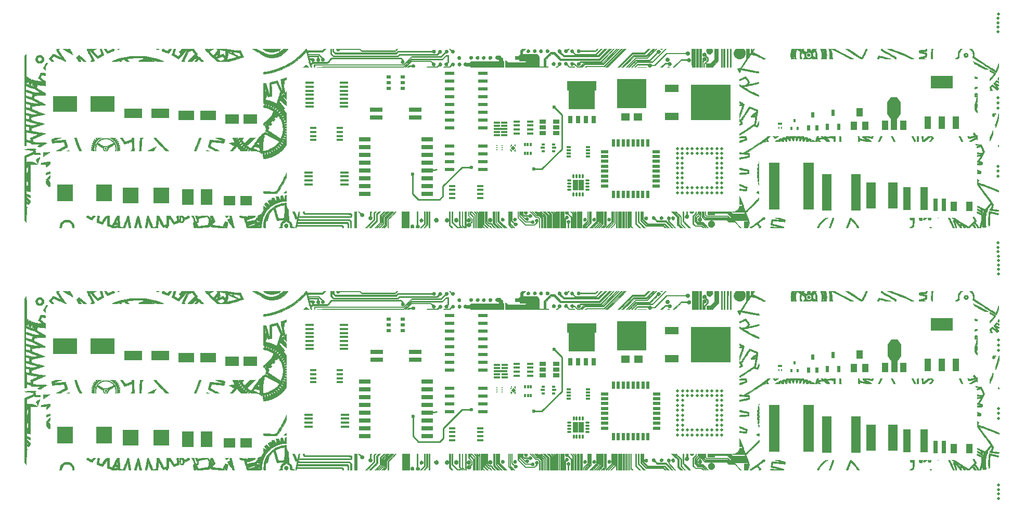
<source format=gbr>
G04 #@! TF.GenerationSoftware,KiCad,Pcbnew,8.0.2*
G04 #@! TF.CreationDate,2024-05-24T17:56:22+01:00*
G04 #@! TF.ProjectId,ruler,72756c65-722e-46b6-9963-61645f706362,rev?*
G04 #@! TF.SameCoordinates,Original*
G04 #@! TF.FileFunction,Copper,L2,Bot*
G04 #@! TF.FilePolarity,Positive*
%FSLAX45Y45*%
G04 Gerber Fmt 4.5, Leading zero omitted, Abs format (unit mm)*
G04 Created by KiCad (PCBNEW 8.0.2) date 2024-05-24 17:56:22*
%MOMM*%
%LPD*%
G01*
G04 APERTURE LIST*
G04 Aperture macros list*
%AMRotRect*
0 Rectangle, with rotation*
0 The origin of the aperture is its center*
0 $1 length*
0 $2 width*
0 $3 Rotation angle, in degrees counterclockwise*
0 Add horizontal line*
21,1,$1,$2,0,0,$3*%
%AMOutline4P*
0 Free polygon, 4 corners , with rotation*
0 The origin of the aperture is its center*
0 number of corners: always 4*
0 $1 to $8 corner X, Y*
0 $9 Rotation angle, in degrees counterclockwise*
0 create outline with 4 corners*
4,1,4,$1,$2,$3,$4,$5,$6,$7,$8,$1,$2,$9*%
G04 Aperture macros list end*
G04 #@! TA.AperFunction,EtchedComponent*
%ADD10C,0.010000*%
G04 #@! TD*
G04 #@! TA.AperFunction,ComponentPad*
%ADD11C,0.500000*%
G04 #@! TD*
G04 #@! TA.AperFunction,SMDPad,CuDef*
%ADD12R,1.600000X5.900000*%
G04 #@! TD*
G04 #@! TA.AperFunction,SMDPad,CuDef*
%ADD13R,1.500000X4.200000*%
G04 #@! TD*
G04 #@! TA.AperFunction,SMDPad,CuDef*
%ADD14R,1.200000X3.700000*%
G04 #@! TD*
G04 #@! TA.AperFunction,SMDPad,CuDef*
%ADD15R,1.905000X0.635000*%
G04 #@! TD*
G04 #@! TA.AperFunction,SMDPad,CuDef*
%ADD16R,1.100000X0.400000*%
G04 #@! TD*
G04 #@! TA.AperFunction,SMDPad,CuDef*
%ADD17C,0.500380*%
G04 #@! TD*
G04 #@! TA.AperFunction,SMDPad,CuDef*
%ADD18O,0.750000X0.300000*%
G04 #@! TD*
G04 #@! TA.AperFunction,SMDPad,CuDef*
%ADD19O,0.300000X0.750000*%
G04 #@! TD*
G04 #@! TA.AperFunction,SMDPad,CuDef*
%ADD20R,0.900000X0.900000*%
G04 #@! TD*
G04 #@! TA.AperFunction,SMDPad,CuDef*
%ADD21R,2.600000X1.600000*%
G04 #@! TD*
G04 #@! TA.AperFunction,SMDPad,CuDef*
%ADD22R,1.950000X2.500000*%
G04 #@! TD*
G04 #@! TA.AperFunction,SMDPad,CuDef*
%ADD23R,0.650000X2.000000*%
G04 #@! TD*
G04 #@! TA.AperFunction,SMDPad,CuDef*
%ADD24R,2.550000X2.700000*%
G04 #@! TD*
G04 #@! TA.AperFunction,SMDPad,CuDef*
%ADD25R,1.000000X1.500000*%
G04 #@! TD*
G04 #@! TA.AperFunction,SMDPad,CuDef*
%ADD26R,1.000000X1.800000*%
G04 #@! TD*
G04 #@! TA.AperFunction,SMDPad,CuDef*
%ADD27Outline4P,-0.400000X-0.500000X0.400000X-0.500000X1.100000X0.500000X-1.100000X0.500000X0.000000*%
G04 #@! TD*
G04 #@! TA.AperFunction,SMDPad,CuDef*
%ADD28R,2.200000X1.840000*%
G04 #@! TD*
G04 #@! TA.AperFunction,SMDPad,CuDef*
%ADD29Outline4P,-0.500000X-0.425000X0.500000X-0.425000X1.100000X0.425000X-1.100000X0.425000X180.000000*%
G04 #@! TD*
G04 #@! TA.AperFunction,SMDPad,CuDef*
%ADD30R,0.700000X0.400000*%
G04 #@! TD*
G04 #@! TA.AperFunction,SMDPad,CuDef*
%ADD31R,0.250000X0.400000*%
G04 #@! TD*
G04 #@! TA.AperFunction,SMDPad,CuDef*
%ADD32R,4.000000X2.500000*%
G04 #@! TD*
G04 #@! TA.AperFunction,SMDPad,CuDef*
%ADD33R,3.000000X1.600000*%
G04 #@! TD*
G04 #@! TA.AperFunction,SMDPad,CuDef*
%ADD34R,2.200000X1.600000*%
G04 #@! TD*
G04 #@! TA.AperFunction,SMDPad,CuDef*
%ADD35R,1.800000X7.700000*%
G04 #@! TD*
G04 #@! TA.AperFunction,SMDPad,CuDef*
%ADD36R,0.550000X0.850000*%
G04 #@! TD*
G04 #@! TA.AperFunction,SMDPad,CuDef*
%ADD37R,1.016000X2.032000*%
G04 #@! TD*
G04 #@! TA.AperFunction,SMDPad,CuDef*
%ADD38R,3.657600X2.032000*%
G04 #@! TD*
G04 #@! TA.AperFunction,SMDPad,CuDef*
%ADD39R,0.600000X1.000000*%
G04 #@! TD*
G04 #@! TA.AperFunction,SMDPad,CuDef*
%ADD40R,0.400000X0.510000*%
G04 #@! TD*
G04 #@! TA.AperFunction,SMDPad,CuDef*
%ADD41R,1.000000X1.400000*%
G04 #@! TD*
G04 #@! TA.AperFunction,SMDPad,CuDef*
%ADD42R,2.550000X2.500000*%
G04 #@! TD*
G04 #@! TA.AperFunction,SMDPad,CuDef*
%ADD43R,1.950000X1.500000*%
G04 #@! TD*
G04 #@! TA.AperFunction,SMDPad,CuDef*
%ADD44R,0.700000X0.510000*%
G04 #@! TD*
G04 #@! TA.AperFunction,SMDPad,CuDef*
%ADD45R,2.000000X0.640000*%
G04 #@! TD*
G04 #@! TA.AperFunction,SMDPad,CuDef*
%ADD46R,1.400000X1.270000*%
G04 #@! TD*
G04 #@! TA.AperFunction,SMDPad,CuDef*
%ADD47R,4.720000X4.800000*%
G04 #@! TD*
G04 #@! TA.AperFunction,SMDPad,CuDef*
%ADD48R,0.500000X0.375000*%
G04 #@! TD*
G04 #@! TA.AperFunction,SMDPad,CuDef*
%ADD49R,0.650000X0.300000*%
G04 #@! TD*
G04 #@! TA.AperFunction,SMDPad,CuDef*
%ADD50R,1.070000X0.300000*%
G04 #@! TD*
G04 #@! TA.AperFunction,SMDPad,CuDef*
%ADD51R,2.300000X0.300000*%
G04 #@! TD*
G04 #@! TA.AperFunction,SMDPad,CuDef*
%ADD52R,1.060000X0.650000*%
G04 #@! TD*
G04 #@! TA.AperFunction,SMDPad,CuDef*
%ADD53R,0.700000X1.150000*%
G04 #@! TD*
G04 #@! TA.AperFunction,SMDPad,CuDef*
%ADD54R,0.900000X0.600000*%
G04 #@! TD*
G04 #@! TA.AperFunction,SMDPad,CuDef*
%ADD55R,4.200000X3.300000*%
G04 #@! TD*
G04 #@! TA.AperFunction,SMDPad,CuDef*
%ADD56R,4.700000X1.550000*%
G04 #@! TD*
G04 #@! TA.AperFunction,SMDPad,CuDef*
%ADD57R,0.600000X0.900000*%
G04 #@! TD*
G04 #@! TA.AperFunction,SMDPad,CuDef*
%ADD58R,2.200000X1.200000*%
G04 #@! TD*
G04 #@! TA.AperFunction,SMDPad,CuDef*
%ADD59R,6.400000X5.800000*%
G04 #@! TD*
G04 #@! TA.AperFunction,SMDPad,CuDef*
%ADD60R,0.200000X0.200000*%
G04 #@! TD*
G04 #@! TA.AperFunction,SMDPad,CuDef*
%ADD61R,0.250000X0.220000*%
G04 #@! TD*
G04 #@! TA.AperFunction,SMDPad,CuDef*
%ADD62Outline4P,-0.000005X-0.088390X0.000005X-0.088390X0.176775X0.088390X-0.176775X0.088390X225.000000*%
G04 #@! TD*
G04 #@! TA.AperFunction,SMDPad,CuDef*
%ADD63Outline4P,0.000000X-0.063640X0.000000X-0.063640X0.127280X0.063640X-0.127280X0.063640X135.000000*%
G04 #@! TD*
G04 #@! TA.AperFunction,SMDPad,CuDef*
%ADD64R,0.070000X0.180000*%
G04 #@! TD*
G04 #@! TA.AperFunction,SMDPad,CuDef*
%ADD65Outline4P,0.000000X-0.063640X0.000000X-0.063640X0.127280X0.063640X-0.127280X0.063640X45.000000*%
G04 #@! TD*
G04 #@! TA.AperFunction,SMDPad,CuDef*
%ADD66Outline4P,0.000000X-0.063640X0.000000X-0.063640X0.127280X0.063640X-0.127280X0.063640X315.000000*%
G04 #@! TD*
G04 #@! TA.AperFunction,SMDPad,CuDef*
%ADD67RotRect,0.480000X0.480000X225.000000*%
G04 #@! TD*
G04 #@! TA.AperFunction,SMDPad,CuDef*
%ADD68R,1.550000X0.600000*%
G04 #@! TD*
G04 #@! TA.AperFunction,SMDPad,CuDef*
%ADD69R,1.450000X0.450000*%
G04 #@! TD*
G04 #@! TA.AperFunction,SMDPad,CuDef*
%ADD70R,1.021080X0.408940*%
G04 #@! TD*
G04 #@! TA.AperFunction,SMDPad,CuDef*
%ADD71R,0.400000X0.550000*%
G04 #@! TD*
G04 #@! TA.AperFunction,SMDPad,CuDef*
%ADD72R,1.060000X0.400000*%
G04 #@! TD*
G04 #@! TA.AperFunction,SMDPad,CuDef*
%ADD73R,0.800000X0.300000*%
G04 #@! TD*
G04 #@! TA.AperFunction,SMDPad,CuDef*
%ADD74R,1.200000X0.500000*%
G04 #@! TD*
G04 #@! TA.AperFunction,SMDPad,CuDef*
%ADD75R,0.500000X1.200000*%
G04 #@! TD*
G04 #@! TA.AperFunction,SMDPad,CuDef*
%ADD76R,1.397000X0.431800*%
G04 #@! TD*
G04 #@! TA.AperFunction,ViaPad*
%ADD77C,0.600000*%
G04 #@! TD*
G04 #@! TA.AperFunction,Conductor*
%ADD78C,0.250000*%
G04 #@! TD*
G04 APERTURE END LIST*
D10*
X11983843Y-12085627D02*
X11947860Y-12085627D01*
X11947860Y-11827393D01*
X11983843Y-11827393D01*
X11983843Y-12085627D01*
G04 #@! TA.AperFunction,EtchedComponent*
G36*
X11983843Y-12085627D02*
G01*
X11947860Y-12085627D01*
X11947860Y-11827393D01*
X11983843Y-11827393D01*
X11983843Y-12085627D01*
G37*
G04 #@! TD.AperFunction*
X12838977Y-12085627D02*
X12720443Y-12085627D01*
X12720443Y-11827393D01*
X12838977Y-11827393D01*
X12838977Y-12085627D01*
G04 #@! TA.AperFunction,EtchedComponent*
G36*
X12838977Y-12085627D02*
G01*
X12720443Y-12085627D01*
X12720443Y-11827393D01*
X12838977Y-11827393D01*
X12838977Y-12085627D01*
G37*
G04 #@! TD.AperFunction*
X13173410Y-12085627D02*
X13154360Y-12085627D01*
X13154360Y-11827393D01*
X13173410Y-11827393D01*
X13173410Y-12085627D01*
G04 #@! TA.AperFunction,EtchedComponent*
G36*
X13173410Y-12085627D02*
G01*
X13154360Y-12085627D01*
X13154360Y-11827393D01*
X13173410Y-11827393D01*
X13173410Y-12085627D01*
G37*
G04 #@! TD.AperFunction*
X13763960Y-12085627D02*
X13744910Y-12085627D01*
X13744910Y-11827393D01*
X13763960Y-11827393D01*
X13763960Y-12085627D01*
G04 #@! TA.AperFunction,EtchedComponent*
G36*
X13763960Y-12085627D02*
G01*
X13744910Y-12085627D01*
X13744910Y-11827393D01*
X13763960Y-11827393D01*
X13763960Y-12085627D01*
G37*
G04 #@! TD.AperFunction*
X15258327Y-12085627D02*
X15243510Y-12085627D01*
X15243510Y-11827393D01*
X15258327Y-11827393D01*
X15258327Y-12085627D01*
G04 #@! TA.AperFunction,EtchedComponent*
G36*
X15258327Y-12085627D02*
G01*
X15243510Y-12085627D01*
X15243510Y-11827393D01*
X15258327Y-11827393D01*
X15258327Y-12085627D01*
G37*
G04 #@! TD.AperFunction*
X15283727Y-12085627D02*
X15268910Y-12085627D01*
X15268910Y-11827393D01*
X15283727Y-11827393D01*
X15283727Y-12085627D01*
G04 #@! TA.AperFunction,EtchedComponent*
G36*
X15283727Y-12085627D02*
G01*
X15268910Y-12085627D01*
X15268910Y-11827393D01*
X15283727Y-11827393D01*
X15283727Y-12085627D01*
G37*
G04 #@! TD.AperFunction*
X15313360Y-12085627D02*
X15298543Y-12085627D01*
X15298543Y-11827393D01*
X15313360Y-11827393D01*
X15313360Y-12085627D01*
G04 #@! TA.AperFunction,EtchedComponent*
G36*
X15313360Y-12085627D02*
G01*
X15298543Y-12085627D01*
X15298543Y-11827393D01*
X15313360Y-11827393D01*
X15313360Y-12085627D01*
G37*
G04 #@! TD.AperFunction*
X15334527Y-12085627D02*
X15321827Y-12085627D01*
X15321827Y-11827393D01*
X15334527Y-11827393D01*
X15334527Y-12085627D01*
G04 #@! TA.AperFunction,EtchedComponent*
G36*
X15334527Y-12085627D02*
G01*
X15321827Y-12085627D01*
X15321827Y-11827393D01*
X15334527Y-11827393D01*
X15334527Y-12085627D01*
G37*
G04 #@! TD.AperFunction*
X15355693Y-12085627D02*
X15340877Y-12085627D01*
X15340877Y-11827393D01*
X15355693Y-11827393D01*
X15355693Y-12085627D01*
G04 #@! TA.AperFunction,EtchedComponent*
G36*
X15355693Y-12085627D02*
G01*
X15340877Y-12085627D01*
X15340877Y-11827393D01*
X15355693Y-11827393D01*
X15355693Y-12085627D01*
G37*
G04 #@! TD.AperFunction*
X15603343Y-12085627D02*
X15590643Y-12085627D01*
X15590643Y-11827393D01*
X15603343Y-11827393D01*
X15603343Y-12085627D01*
G04 #@! TA.AperFunction,EtchedComponent*
G36*
X15603343Y-12085627D02*
G01*
X15590643Y-12085627D01*
X15590643Y-11827393D01*
X15603343Y-11827393D01*
X15603343Y-12085627D01*
G37*
G04 #@! TD.AperFunction*
X15630860Y-12085627D02*
X15616043Y-12085627D01*
X15616043Y-11827393D01*
X15630860Y-11827393D01*
X15630860Y-12085627D01*
G04 #@! TA.AperFunction,EtchedComponent*
G36*
X15630860Y-12085627D02*
G01*
X15616043Y-12085627D01*
X15616043Y-11827393D01*
X15630860Y-11827393D01*
X15630860Y-12085627D01*
G37*
G04 #@! TD.AperFunction*
X15649910Y-12085627D02*
X15637210Y-12085627D01*
X15637210Y-11827393D01*
X15649910Y-11827393D01*
X15649910Y-12085627D01*
G04 #@! TA.AperFunction,EtchedComponent*
G36*
X15649910Y-12085627D02*
G01*
X15637210Y-12085627D01*
X15637210Y-11827393D01*
X15649910Y-11827393D01*
X15649910Y-12085627D01*
G37*
G04 #@! TD.AperFunction*
X16219293Y-12085627D02*
X16204477Y-12085627D01*
X16204477Y-11827393D01*
X16219293Y-11827393D01*
X16219293Y-12085627D01*
G04 #@! TA.AperFunction,EtchedComponent*
G36*
X16219293Y-12085627D02*
G01*
X16204477Y-12085627D01*
X16204477Y-11827393D01*
X16219293Y-11827393D01*
X16219293Y-12085627D01*
G37*
G04 #@! TD.AperFunction*
X16253160Y-12085627D02*
X16238343Y-12085627D01*
X16238343Y-11827393D01*
X16253160Y-11827393D01*
X16253160Y-12085627D01*
G04 #@! TA.AperFunction,EtchedComponent*
G36*
X16253160Y-12085627D02*
G01*
X16238343Y-12085627D01*
X16238343Y-11827393D01*
X16253160Y-11827393D01*
X16253160Y-12085627D01*
G37*
G04 #@! TD.AperFunction*
X16270093Y-12085627D02*
X16255277Y-12085627D01*
X16255277Y-11827393D01*
X16270093Y-11827393D01*
X16270093Y-12085627D01*
G04 #@! TA.AperFunction,EtchedComponent*
G36*
X16270093Y-12085627D02*
G01*
X16255277Y-12085627D01*
X16255277Y-11827393D01*
X16270093Y-11827393D01*
X16270093Y-12085627D01*
G37*
G04 #@! TD.AperFunction*
X16293377Y-12085627D02*
X16280677Y-12085627D01*
X16280677Y-11827393D01*
X16293377Y-11827393D01*
X16293377Y-12085627D01*
G04 #@! TA.AperFunction,EtchedComponent*
G36*
X16293377Y-12085627D02*
G01*
X16280677Y-12085627D01*
X16280677Y-11827393D01*
X16293377Y-11827393D01*
X16293377Y-12085627D01*
G37*
G04 #@! TD.AperFunction*
X16323010Y-12085627D02*
X16310310Y-12085627D01*
X16310310Y-11827393D01*
X16323010Y-11827393D01*
X16323010Y-12085627D01*
G04 #@! TA.AperFunction,EtchedComponent*
G36*
X16323010Y-12085627D02*
G01*
X16310310Y-12085627D01*
X16310310Y-11827393D01*
X16323010Y-11827393D01*
X16323010Y-12085627D01*
G37*
G04 #@! TD.AperFunction*
X16339943Y-12085627D02*
X16327243Y-12085627D01*
X16327243Y-11827393D01*
X16339943Y-11827393D01*
X16339943Y-12085627D01*
G04 #@! TA.AperFunction,EtchedComponent*
G36*
X16339943Y-12085627D02*
G01*
X16327243Y-12085627D01*
X16327243Y-11827393D01*
X16339943Y-11827393D01*
X16339943Y-12085627D01*
G37*
G04 #@! TD.AperFunction*
X16371693Y-12085627D02*
X16358993Y-12085627D01*
X16358993Y-11827393D01*
X16371693Y-11827393D01*
X16371693Y-12085627D01*
G04 #@! TA.AperFunction,EtchedComponent*
G36*
X16371693Y-12085627D02*
G01*
X16358993Y-12085627D01*
X16358993Y-11827393D01*
X16371693Y-11827393D01*
X16371693Y-12085627D01*
G37*
G04 #@! TD.AperFunction*
X16401327Y-12085627D02*
X16388627Y-12085627D01*
X16388627Y-11827393D01*
X16401327Y-11827393D01*
X16401327Y-12085627D01*
G04 #@! TA.AperFunction,EtchedComponent*
G36*
X16401327Y-12085627D02*
G01*
X16388627Y-12085627D01*
X16388627Y-11827393D01*
X16401327Y-11827393D01*
X16401327Y-12085627D01*
G37*
G04 #@! TD.AperFunction*
X16424610Y-12085627D02*
X16411910Y-12085627D01*
X16411910Y-11827393D01*
X16424610Y-11827393D01*
X16424610Y-12085627D01*
G04 #@! TA.AperFunction,EtchedComponent*
G36*
X16424610Y-12085627D02*
G01*
X16411910Y-12085627D01*
X16411910Y-11827393D01*
X16424610Y-11827393D01*
X16424610Y-12085627D01*
G37*
G04 #@! TD.AperFunction*
X17544327Y-9475777D02*
X17531627Y-9475777D01*
X17531627Y-9177327D01*
X17544327Y-9177327D01*
X17544327Y-9475777D01*
G04 #@! TA.AperFunction,EtchedComponent*
G36*
X17544327Y-9475777D02*
G01*
X17531627Y-9475777D01*
X17531627Y-9177327D01*
X17544327Y-9177327D01*
X17544327Y-9475777D01*
G37*
G04 #@! TD.AperFunction*
X17573960Y-9475777D02*
X17561260Y-9475777D01*
X17561260Y-9177327D01*
X17573960Y-9177327D01*
X17573960Y-9475777D01*
G04 #@! TA.AperFunction,EtchedComponent*
G36*
X17573960Y-9475777D02*
G01*
X17561260Y-9475777D01*
X17561260Y-9177327D01*
X17573960Y-9177327D01*
X17573960Y-9475777D01*
G37*
G04 #@! TD.AperFunction*
X17593010Y-9475777D02*
X17580310Y-9475777D01*
X17580310Y-9177327D01*
X17593010Y-9177327D01*
X17593010Y-9475777D01*
G04 #@! TA.AperFunction,EtchedComponent*
G36*
X17593010Y-9475777D02*
G01*
X17580310Y-9475777D01*
X17580310Y-9177327D01*
X17593010Y-9177327D01*
X17593010Y-9475777D01*
G37*
G04 #@! TD.AperFunction*
X17933793Y-9475777D02*
X17914743Y-9475777D01*
X17914743Y-9177327D01*
X17933793Y-9177327D01*
X17933793Y-9475777D01*
G04 #@! TA.AperFunction,EtchedComponent*
G36*
X17933793Y-9475777D02*
G01*
X17914743Y-9475777D01*
X17914743Y-9177327D01*
X17933793Y-9177327D01*
X17933793Y-9475777D01*
G37*
G04 #@! TD.AperFunction*
X17971893Y-9475777D02*
X17952843Y-9475777D01*
X17952843Y-9177327D01*
X17971893Y-9177327D01*
X17971893Y-9475777D01*
G04 #@! TA.AperFunction,EtchedComponent*
G36*
X17971893Y-9475777D02*
G01*
X17952843Y-9475777D01*
X17952843Y-9177327D01*
X17971893Y-9177327D01*
X17971893Y-9475777D01*
G37*
G04 #@! TD.AperFunction*
X18077727Y-9475777D02*
X18058677Y-9475777D01*
X18058677Y-9177327D01*
X18077727Y-9177327D01*
X18077727Y-9475777D01*
G04 #@! TA.AperFunction,EtchedComponent*
G36*
X18077727Y-9475777D02*
G01*
X18058677Y-9475777D01*
X18058677Y-9177327D01*
X18077727Y-9177327D01*
X18077727Y-9475777D01*
G37*
G04 #@! TD.AperFunction*
X8687488Y-9374882D02*
X8687197Y-9376141D01*
X8686077Y-9376293D01*
X8684334Y-9375519D01*
X8684666Y-9374882D01*
X8687178Y-9374629D01*
X8687488Y-9374882D01*
G04 #@! TA.AperFunction,EtchedComponent*
G36*
X8687488Y-9374882D02*
G01*
X8687197Y-9376141D01*
X8686077Y-9376293D01*
X8684334Y-9375519D01*
X8684666Y-9374882D01*
X8687178Y-9374629D01*
X8687488Y-9374882D01*
G37*
G04 #@! TD.AperFunction*
X15577414Y-11827393D02*
X15584293Y-11827393D01*
X15584293Y-12085627D01*
X15571658Y-12085627D01*
X15571096Y-11956510D01*
X15570535Y-11827393D01*
X15577414Y-11827393D01*
G04 #@! TA.AperFunction,EtchedComponent*
G36*
X15577414Y-11827393D02*
G01*
X15584293Y-11827393D01*
X15584293Y-12085627D01*
X15571658Y-12085627D01*
X15571096Y-11956510D01*
X15570535Y-11827393D01*
X15577414Y-11827393D01*
G37*
G04 #@! TD.AperFunction*
X16191777Y-9326552D02*
X16042563Y-9475777D01*
X16023513Y-9475777D01*
X16172727Y-9326552D01*
X16321940Y-9177327D01*
X16340990Y-9177327D01*
X16191777Y-9326552D01*
G04 #@! TA.AperFunction,EtchedComponent*
G36*
X16191777Y-9326552D02*
G01*
X16042563Y-9475777D01*
X16023513Y-9475777D01*
X16172727Y-9326552D01*
X16321940Y-9177327D01*
X16340990Y-9177327D01*
X16191777Y-9326552D01*
G37*
G04 #@! TD.AperFunction*
X16217192Y-9326552D02*
X16067911Y-9475777D01*
X16048913Y-9475777D01*
X16198127Y-9326552D01*
X16347340Y-9177327D01*
X16366472Y-9177327D01*
X16217192Y-9326552D01*
G04 #@! TA.AperFunction,EtchedComponent*
G36*
X16217192Y-9326552D02*
G01*
X16067911Y-9475777D01*
X16048913Y-9475777D01*
X16198127Y-9326552D01*
X16347340Y-9177327D01*
X16366472Y-9177327D01*
X16217192Y-9326552D01*
G37*
G04 #@! TD.AperFunction*
X21444770Y-11929831D02*
X21444139Y-11930793D01*
X21441992Y-11930943D01*
X21439733Y-11930426D01*
X21440713Y-11929664D01*
X21444021Y-11929412D01*
X21444770Y-11929831D01*
G04 #@! TA.AperFunction,EtchedComponent*
G36*
X21444770Y-11929831D02*
G01*
X21444139Y-11930793D01*
X21441992Y-11930943D01*
X21439733Y-11930426D01*
X21440713Y-11929664D01*
X21444021Y-11929412D01*
X21444770Y-11929831D01*
G37*
G04 #@! TD.AperFunction*
X12563268Y-11890377D02*
X12500310Y-11953361D01*
X12500310Y-12085627D01*
X12485493Y-12085627D01*
X12485493Y-11946886D01*
X12605256Y-11827393D01*
X12626225Y-11827393D01*
X12563268Y-11890377D01*
G04 #@! TA.AperFunction,EtchedComponent*
G36*
X12563268Y-11890377D02*
G01*
X12500310Y-11953361D01*
X12500310Y-12085627D01*
X12485493Y-12085627D01*
X12485493Y-11946886D01*
X12605256Y-11827393D01*
X12626225Y-11827393D01*
X12563268Y-11890377D01*
G37*
G04 #@! TD.AperFunction*
X13099327Y-12027475D02*
X13070195Y-12056551D01*
X13041063Y-12085627D01*
X13011533Y-12085627D01*
X13080277Y-12016788D01*
X13080277Y-11827393D01*
X13099327Y-11827393D01*
X13099327Y-12027475D01*
G04 #@! TA.AperFunction,EtchedComponent*
G36*
X13099327Y-12027475D02*
G01*
X13070195Y-12056551D01*
X13041063Y-12085627D01*
X13011533Y-12085627D01*
X13080277Y-12016788D01*
X13080277Y-11827393D01*
X13099327Y-11827393D01*
X13099327Y-12027475D01*
G37*
G04 #@! TD.AperFunction*
X14058177Y-12025249D02*
X14118447Y-12085627D01*
X14097271Y-12085627D01*
X14071374Y-12059667D01*
X14045477Y-12033707D01*
X14045477Y-11827393D01*
X14058177Y-11827393D01*
X14058177Y-12025249D01*
G04 #@! TA.AperFunction,EtchedComponent*
G36*
X14058177Y-12025249D02*
G01*
X14118447Y-12085627D01*
X14097271Y-12085627D01*
X14071374Y-12059667D01*
X14045477Y-12033707D01*
X14045477Y-11827393D01*
X14058177Y-11827393D01*
X14058177Y-12025249D01*
G37*
G04 #@! TD.AperFunction*
X14233860Y-12008326D02*
X14311075Y-12085627D01*
X14266617Y-12085627D01*
X14234363Y-12053323D01*
X14202110Y-12021019D01*
X14202110Y-11827393D01*
X14233860Y-11827393D01*
X14233860Y-12008326D01*
G04 #@! TA.AperFunction,EtchedComponent*
G36*
X14233860Y-12008326D02*
G01*
X14311075Y-12085627D01*
X14266617Y-12085627D01*
X14234363Y-12053323D01*
X14202110Y-12021019D01*
X14202110Y-11827393D01*
X14233860Y-11827393D01*
X14233860Y-12008326D01*
G37*
G04 #@! TD.AperFunction*
X14261377Y-11999864D02*
X14304220Y-12042745D01*
X14347063Y-12085627D01*
X14325893Y-12085627D01*
X14246560Y-12006211D01*
X14246560Y-11827393D01*
X14261377Y-11827393D01*
X14261377Y-11999864D01*
G04 #@! TA.AperFunction,EtchedComponent*
G36*
X14261377Y-11999864D02*
G01*
X14304220Y-12042745D01*
X14347063Y-12085627D01*
X14325893Y-12085627D01*
X14246560Y-12006211D01*
X14246560Y-11827393D01*
X14261377Y-11827393D01*
X14261377Y-11999864D01*
G37*
G04 #@! TD.AperFunction*
X16145210Y-11995705D02*
X16100213Y-12040666D01*
X16055216Y-12085627D01*
X16034119Y-12085627D01*
X16130393Y-11989284D01*
X16130393Y-11827393D01*
X16145210Y-11827393D01*
X16145210Y-11995705D01*
G04 #@! TA.AperFunction,EtchedComponent*
G36*
X16145210Y-11995705D02*
G01*
X16100213Y-12040666D01*
X16055216Y-12085627D01*
X16034119Y-12085627D01*
X16130393Y-11989284D01*
X16130393Y-11827393D01*
X16145210Y-11827393D01*
X16145210Y-11995705D01*
G37*
G04 #@! TD.AperFunction*
X13507843Y-12046389D02*
X13527381Y-12066008D01*
X13546918Y-12085627D01*
X13517255Y-12085627D01*
X13503024Y-12071286D01*
X13488793Y-12056945D01*
X13488793Y-11827393D01*
X13507843Y-11827393D01*
X13507843Y-12046389D01*
G04 #@! TA.AperFunction,EtchedComponent*
G36*
X13507843Y-12046389D02*
G01*
X13527381Y-12066008D01*
X13546918Y-12085627D01*
X13517255Y-12085627D01*
X13503024Y-12071286D01*
X13488793Y-12056945D01*
X13488793Y-11827393D01*
X13507843Y-11827393D01*
X13507843Y-12046389D01*
G37*
G04 #@! TD.AperFunction*
X14303710Y-11966008D02*
X14363492Y-12025817D01*
X14423274Y-12085627D01*
X14376703Y-12085627D01*
X14325390Y-12034282D01*
X14274077Y-11982937D01*
X14274077Y-11827393D01*
X14303710Y-11827393D01*
X14303710Y-11966008D01*
G04 #@! TA.AperFunction,EtchedComponent*
G36*
X14303710Y-11966008D02*
G01*
X14363492Y-12025817D01*
X14423274Y-12085627D01*
X14376703Y-12085627D01*
X14325390Y-12034282D01*
X14274077Y-11982937D01*
X14274077Y-11827393D01*
X14303710Y-11827393D01*
X14303710Y-11966008D01*
G37*
G04 #@! TD.AperFunction*
X14462460Y-12029478D02*
X14490476Y-12057552D01*
X14518493Y-12085627D01*
X14497316Y-12085627D01*
X14473538Y-12061781D01*
X14449760Y-12037935D01*
X14449760Y-11827393D01*
X14462460Y-11827393D01*
X14462460Y-12029478D01*
G04 #@! TA.AperFunction,EtchedComponent*
G36*
X14462460Y-12029478D02*
G01*
X14490476Y-12057552D01*
X14518493Y-12085627D01*
X14497316Y-12085627D01*
X14473538Y-12061781D01*
X14449760Y-12037935D01*
X14449760Y-11827393D01*
X14462460Y-11827393D01*
X14462460Y-12029478D01*
G37*
G04 #@! TD.AperFunction*
X15897560Y-11983001D02*
X15846215Y-12034314D01*
X15794870Y-12085627D01*
X15773765Y-12085627D01*
X15828254Y-12031107D01*
X15882743Y-11976588D01*
X15882743Y-11827393D01*
X15897560Y-11827393D01*
X15897560Y-11983001D01*
G04 #@! TA.AperFunction,EtchedComponent*
G36*
X15897560Y-11983001D02*
G01*
X15846215Y-12034314D01*
X15794870Y-12085627D01*
X15773765Y-12085627D01*
X15828254Y-12031107D01*
X15882743Y-11976588D01*
X15882743Y-11827393D01*
X15897560Y-11827393D01*
X15897560Y-11983001D01*
G37*
G04 #@! TD.AperFunction*
X15922960Y-11993588D02*
X15876905Y-12039607D01*
X15830850Y-12085627D01*
X15809751Y-12085627D01*
X15860006Y-12035340D01*
X15910260Y-11985053D01*
X15910260Y-11827393D01*
X15922960Y-11827393D01*
X15922960Y-11993588D01*
G04 #@! TA.AperFunction,EtchedComponent*
G36*
X15922960Y-11993588D02*
G01*
X15876905Y-12039607D01*
X15830850Y-12085627D01*
X15809751Y-12085627D01*
X15860006Y-12035340D01*
X15910260Y-11985053D01*
X15910260Y-11827393D01*
X15922960Y-11827393D01*
X15922960Y-11993588D01*
G37*
G04 #@! TD.AperFunction*
X15948360Y-12006293D02*
X15908652Y-12045960D01*
X15868944Y-12085627D01*
X15847857Y-12085627D01*
X15890700Y-12042745D01*
X15933543Y-11999864D01*
X15933543Y-11827393D01*
X15948360Y-11827393D01*
X15948360Y-12006293D01*
G04 #@! TA.AperFunction,EtchedComponent*
G36*
X15948360Y-12006293D02*
G01*
X15908652Y-12045960D01*
X15868944Y-12085627D01*
X15847857Y-12085627D01*
X15890700Y-12042745D01*
X15933543Y-11999864D01*
X15933543Y-11827393D01*
X15948360Y-11827393D01*
X15948360Y-12006293D01*
G37*
G04 #@! TD.AperFunction*
X16166377Y-12006293D02*
X16126669Y-12045960D01*
X16086961Y-12085627D01*
X16067990Y-12085627D01*
X16110833Y-12042745D01*
X16153677Y-11999864D01*
X16153677Y-11827393D01*
X16166377Y-11827393D01*
X16166377Y-12006293D01*
G04 #@! TA.AperFunction,EtchedComponent*
G36*
X16166377Y-12006293D02*
G01*
X16126669Y-12045960D01*
X16086961Y-12085627D01*
X16067990Y-12085627D01*
X16110833Y-12042745D01*
X16153677Y-11999864D01*
X16153677Y-11827393D01*
X16166377Y-11827393D01*
X16166377Y-12006293D01*
G37*
G04 #@! TD.AperFunction*
X16577010Y-11985053D02*
X16627264Y-12035340D01*
X16677519Y-12085627D01*
X16647881Y-12085627D01*
X16602921Y-12040629D01*
X16557960Y-11995632D01*
X16557960Y-11827393D01*
X16577010Y-11827393D01*
X16577010Y-11985053D01*
G04 #@! TA.AperFunction,EtchedComponent*
G36*
X16577010Y-11985053D02*
G01*
X16627264Y-12035340D01*
X16677519Y-12085627D01*
X16647881Y-12085627D01*
X16602921Y-12040629D01*
X16557960Y-11995632D01*
X16557960Y-11827393D01*
X16577010Y-11827393D01*
X16577010Y-11985053D01*
G37*
G04 #@! TD.AperFunction*
X13840160Y-11862387D02*
X13864502Y-11886660D01*
X13888843Y-11910933D01*
X13888843Y-12085627D01*
X13876143Y-12085627D01*
X13876143Y-11917126D01*
X13825343Y-11866952D01*
X13825343Y-11827393D01*
X13840160Y-11827393D01*
X13840160Y-11862387D01*
G04 #@! TA.AperFunction,EtchedComponent*
G36*
X13840160Y-11862387D02*
G01*
X13864502Y-11886660D01*
X13888843Y-11910933D01*
X13888843Y-12085627D01*
X13876143Y-12085627D01*
X13876143Y-11917126D01*
X13825343Y-11866952D01*
X13825343Y-11827393D01*
X13840160Y-11827393D01*
X13840160Y-11862387D01*
G37*
G04 #@! TD.AperFunction*
X15751510Y-11983015D02*
X15715527Y-12018952D01*
X15679543Y-12054888D01*
X15679543Y-12085627D01*
X15666843Y-12085627D01*
X15666843Y-12048537D01*
X15736693Y-11978783D01*
X15736693Y-11827393D01*
X15751510Y-11827393D01*
X15751510Y-11983015D01*
G04 #@! TA.AperFunction,EtchedComponent*
G36*
X15751510Y-11983015D02*
G01*
X15715527Y-12018952D01*
X15679543Y-12054888D01*
X15679543Y-12085627D01*
X15666843Y-12085627D01*
X15666843Y-12048537D01*
X15736693Y-11978783D01*
X15736693Y-11827393D01*
X15751510Y-11827393D01*
X15751510Y-11983015D01*
G37*
G04 #@! TD.AperFunction*
X17307711Y-11902969D02*
X17307103Y-11978547D01*
X17360612Y-12032087D01*
X17414121Y-12085627D01*
X17384484Y-12085627D01*
X17288210Y-11989284D01*
X17288210Y-11827393D01*
X17298264Y-11827392D01*
X17308318Y-11827391D01*
X17307711Y-11902969D01*
G04 #@! TA.AperFunction,EtchedComponent*
G36*
X17307711Y-11902969D02*
G01*
X17307103Y-11978547D01*
X17360612Y-12032087D01*
X17414121Y-12085627D01*
X17384484Y-12085627D01*
X17288210Y-11989284D01*
X17288210Y-11827393D01*
X17298264Y-11827392D01*
X17308318Y-11827391D01*
X17307711Y-11902969D01*
G37*
G04 #@! TD.AperFunction*
X22283652Y-9846458D02*
X22285460Y-9848839D01*
X22287175Y-9851672D01*
X22285795Y-9852517D01*
X22284861Y-9852543D01*
X22282016Y-9850768D01*
X22281427Y-9847957D01*
X22281652Y-9844710D01*
X22282026Y-9844253D01*
X22283652Y-9846458D01*
G04 #@! TA.AperFunction,EtchedComponent*
G36*
X22283652Y-9846458D02*
G01*
X22285460Y-9848839D01*
X22287175Y-9851672D01*
X22285795Y-9852517D01*
X22284861Y-9852543D01*
X22282016Y-9850768D01*
X22281427Y-9847957D01*
X22281652Y-9844710D01*
X22282026Y-9844253D01*
X22283652Y-9846458D01*
G37*
G04 #@! TD.AperFunction*
X7301534Y-10827917D02*
X7303508Y-10831502D01*
X7305919Y-10836793D01*
X7283210Y-10836602D01*
X7260502Y-10836410D01*
X7279552Y-10831362D01*
X7287991Y-10829154D01*
X7294804Y-10827424D01*
X7299013Y-10826418D01*
X7299849Y-10826262D01*
X7301534Y-10827917D01*
G04 #@! TA.AperFunction,EtchedComponent*
G36*
X7301534Y-10827917D02*
G01*
X7303508Y-10831502D01*
X7305919Y-10836793D01*
X7283210Y-10836602D01*
X7260502Y-10836410D01*
X7279552Y-10831362D01*
X7287991Y-10829154D01*
X7294804Y-10827424D01*
X7299013Y-10826418D01*
X7299849Y-10826262D01*
X7301534Y-10827917D01*
G37*
G04 #@! TD.AperFunction*
X7978467Y-10621355D02*
X7980750Y-10622723D01*
X7980698Y-10623539D01*
X7977906Y-10626318D01*
X7972867Y-10626043D01*
X7968527Y-10624096D01*
X7965467Y-10622199D01*
X7965383Y-10621303D01*
X7968764Y-10621014D01*
X7972407Y-10620968D01*
X7978467Y-10621355D01*
G04 #@! TA.AperFunction,EtchedComponent*
G36*
X7978467Y-10621355D02*
G01*
X7980750Y-10622723D01*
X7980698Y-10623539D01*
X7977906Y-10626318D01*
X7972867Y-10626043D01*
X7968527Y-10624096D01*
X7965467Y-10622199D01*
X7965383Y-10621303D01*
X7968764Y-10621014D01*
X7972407Y-10620968D01*
X7978467Y-10621355D01*
G37*
G04 #@! TD.AperFunction*
X8121985Y-9177705D02*
X8111402Y-9180650D01*
X8102743Y-9182814D01*
X8097241Y-9183455D01*
X8094098Y-9182569D01*
X8092644Y-9180502D01*
X8092651Y-9178846D01*
X8094754Y-9177906D01*
X8099701Y-9177523D01*
X8106706Y-9177516D01*
X8121985Y-9177705D01*
G04 #@! TA.AperFunction,EtchedComponent*
G36*
X8121985Y-9177705D02*
G01*
X8111402Y-9180650D01*
X8102743Y-9182814D01*
X8097241Y-9183455D01*
X8094098Y-9182569D01*
X8092644Y-9180502D01*
X8092651Y-9178846D01*
X8094754Y-9177906D01*
X8099701Y-9177523D01*
X8106706Y-9177516D01*
X8121985Y-9177705D01*
G37*
G04 #@! TD.AperFunction*
X13137427Y-12046552D02*
X13117808Y-12066089D01*
X13098189Y-12085627D01*
X13070824Y-12085627D01*
X13093522Y-12062858D01*
X13116220Y-12040089D01*
X13116769Y-11934270D01*
X13117318Y-11828452D01*
X13127372Y-11827806D01*
X13137427Y-11827161D01*
X13137427Y-12046552D01*
G04 #@! TA.AperFunction,EtchedComponent*
G36*
X13137427Y-12046552D02*
G01*
X13117808Y-12066089D01*
X13098189Y-12085627D01*
X13070824Y-12085627D01*
X13093522Y-12062858D01*
X13116220Y-12040089D01*
X13116769Y-11934270D01*
X13117318Y-11828452D01*
X13127372Y-11827806D01*
X13137427Y-11827161D01*
X13137427Y-12046552D01*
G37*
G04 #@! TD.AperFunction*
X13945496Y-11828062D02*
X13951295Y-11830682D01*
X13955445Y-11833963D01*
X13962927Y-11840532D01*
X13962927Y-12085627D01*
X13950227Y-12085627D01*
X13950227Y-11849751D01*
X13939186Y-11838572D01*
X13928146Y-11827393D01*
X13938054Y-11827393D01*
X13945496Y-11828062D01*
G04 #@! TA.AperFunction,EtchedComponent*
G36*
X13945496Y-11828062D02*
G01*
X13951295Y-11830682D01*
X13955445Y-11833963D01*
X13962927Y-11840532D01*
X13962927Y-12085627D01*
X13950227Y-12085627D01*
X13950227Y-11849751D01*
X13939186Y-11838572D01*
X13928146Y-11827393D01*
X13938054Y-11827393D01*
X13945496Y-11828062D01*
G37*
G04 #@! TD.AperFunction*
X15198029Y-11828206D02*
X15203677Y-11831192D01*
X15205823Y-11833081D01*
X15211760Y-11838769D01*
X15211760Y-12085627D01*
X15196943Y-12085627D01*
X15196943Y-11843447D01*
X15189105Y-11835420D01*
X15181267Y-11827393D01*
X15190577Y-11827393D01*
X15198029Y-11828206D01*
G04 #@! TA.AperFunction,EtchedComponent*
G36*
X15198029Y-11828206D02*
G01*
X15203677Y-11831192D01*
X15205823Y-11833081D01*
X15211760Y-11838769D01*
X15211760Y-12085627D01*
X15196943Y-12085627D01*
X15196943Y-11843447D01*
X15189105Y-11835420D01*
X15181267Y-11827393D01*
X15190577Y-11827393D01*
X15198029Y-11828206D01*
G37*
G04 #@! TD.AperFunction*
X15543268Y-11828112D02*
X15548333Y-11830665D01*
X15550058Y-11832292D01*
X15554660Y-11837191D01*
X15554660Y-12085627D01*
X15539843Y-12085627D01*
X15539843Y-11841353D01*
X15533078Y-11834373D01*
X15526313Y-11827393D01*
X15535884Y-11827393D01*
X15543268Y-11828112D01*
G04 #@! TA.AperFunction,EtchedComponent*
G36*
X15543268Y-11828112D02*
G01*
X15548333Y-11830665D01*
X15550058Y-11832292D01*
X15554660Y-11837191D01*
X15554660Y-12085627D01*
X15539843Y-12085627D01*
X15539843Y-11841353D01*
X15533078Y-11834373D01*
X15526313Y-11827393D01*
X15535884Y-11827393D01*
X15543268Y-11828112D01*
G37*
G04 #@! TD.AperFunction*
X15779027Y-11989365D02*
X15743043Y-12025302D01*
X15707060Y-12061238D01*
X15707060Y-12085627D01*
X15692243Y-12085627D01*
X15692243Y-12057005D01*
X15728227Y-12021068D01*
X15764210Y-11985132D01*
X15764210Y-11827393D01*
X15779027Y-11827393D01*
X15779027Y-11989365D01*
G04 #@! TA.AperFunction,EtchedComponent*
G36*
X15779027Y-11989365D02*
G01*
X15743043Y-12025302D01*
X15707060Y-12061238D01*
X15707060Y-12085627D01*
X15692243Y-12085627D01*
X15692243Y-12057005D01*
X15728227Y-12021068D01*
X15764210Y-11985132D01*
X15764210Y-11827393D01*
X15779027Y-11827393D01*
X15779027Y-11989365D01*
G37*
G04 #@! TD.AperFunction*
X16788677Y-9254585D02*
X16711440Y-9331843D01*
X16525128Y-9331843D01*
X16381242Y-9475777D01*
X16362190Y-9475777D01*
X16518780Y-9319143D01*
X16702975Y-9319143D01*
X16773860Y-9248235D01*
X16844745Y-9177327D01*
X16865913Y-9177327D01*
X16788677Y-9254585D01*
G04 #@! TA.AperFunction,EtchedComponent*
G36*
X16788677Y-9254585D02*
G01*
X16711440Y-9331843D01*
X16525128Y-9331843D01*
X16381242Y-9475777D01*
X16362190Y-9475777D01*
X16518780Y-9319143D01*
X16702975Y-9319143D01*
X16773860Y-9248235D01*
X16844745Y-9177327D01*
X16865913Y-9177327D01*
X16788677Y-9254585D01*
G37*
G04 #@! TD.AperFunction*
X18528178Y-11009979D02*
X18528420Y-11014407D01*
X18528433Y-11015123D01*
X18528162Y-11020930D01*
X18527163Y-11022941D01*
X18525567Y-11020974D01*
X18525064Y-11019768D01*
X18524935Y-11015381D01*
X18526045Y-11011831D01*
X18527498Y-11009273D01*
X18528178Y-11009979D01*
G04 #@! TA.AperFunction,EtchedComponent*
G36*
X18528178Y-11009979D02*
G01*
X18528420Y-11014407D01*
X18528433Y-11015123D01*
X18528162Y-11020930D01*
X18527163Y-11022941D01*
X18525567Y-11020974D01*
X18525064Y-11019768D01*
X18524935Y-11015381D01*
X18526045Y-11011831D01*
X18527498Y-11009273D01*
X18528178Y-11009979D01*
G37*
G04 #@! TD.AperFunction*
X14034893Y-12061162D02*
X14046998Y-12073394D01*
X14059102Y-12085627D01*
X14048497Y-12085627D01*
X14042176Y-12085333D01*
X14037629Y-12083939D01*
X14033207Y-12080679D01*
X14028984Y-12076551D01*
X14020077Y-12067475D01*
X14020077Y-11827393D01*
X14034893Y-11827393D01*
X14034893Y-12061162D01*
G04 #@! TA.AperFunction,EtchedComponent*
G36*
X14034893Y-12061162D02*
G01*
X14046998Y-12073394D01*
X14059102Y-12085627D01*
X14048497Y-12085627D01*
X14042176Y-12085333D01*
X14037629Y-12083939D01*
X14033207Y-12080679D01*
X14028984Y-12076551D01*
X14020077Y-12067475D01*
X14020077Y-11827393D01*
X14034893Y-11827393D01*
X14034893Y-12061162D01*
G37*
G04 #@! TD.AperFunction*
X14897394Y-11909943D02*
X14933524Y-11909943D01*
X14948817Y-11925339D01*
X14964110Y-11940734D01*
X14964110Y-12085627D01*
X14951410Y-12085627D01*
X14951410Y-11947108D01*
X14927201Y-11922643D01*
X14891050Y-11922643D01*
X14795870Y-11827393D01*
X14814926Y-11827393D01*
X14897394Y-11909943D01*
G04 #@! TA.AperFunction,EtchedComponent*
G36*
X14897394Y-11909943D02*
G01*
X14933524Y-11909943D01*
X14948817Y-11925339D01*
X14964110Y-11940734D01*
X14964110Y-12085627D01*
X14951410Y-12085627D01*
X14951410Y-11947108D01*
X14927201Y-11922643D01*
X14891050Y-11922643D01*
X14795870Y-11827393D01*
X14814926Y-11827393D01*
X14897394Y-11909943D01*
G37*
G04 #@! TD.AperFunction*
X16450010Y-12059054D02*
X16463178Y-12072340D01*
X16476346Y-12085627D01*
X16465735Y-12085627D01*
X16459412Y-12085333D01*
X16454865Y-12083940D01*
X16450444Y-12080682D01*
X16446217Y-12076551D01*
X16437310Y-12067475D01*
X16437310Y-11827393D01*
X16450010Y-11827393D01*
X16450010Y-12059054D01*
G04 #@! TA.AperFunction,EtchedComponent*
G36*
X16450010Y-12059054D02*
G01*
X16463178Y-12072340D01*
X16476346Y-12085627D01*
X16465735Y-12085627D01*
X16459412Y-12085333D01*
X16454865Y-12083940D01*
X16450444Y-12080682D01*
X16446217Y-12076551D01*
X16437310Y-12067475D01*
X16437310Y-11827393D01*
X16450010Y-11827393D01*
X16450010Y-12059054D01*
G37*
G04 #@! TD.AperFunction*
X16713535Y-9219660D02*
X16671241Y-9261993D01*
X16476453Y-9261993D01*
X16369577Y-9368885D01*
X16262701Y-9475777D01*
X16226716Y-9475777D01*
X16465871Y-9236593D01*
X16660675Y-9236593D01*
X16690252Y-9206960D01*
X16719828Y-9177327D01*
X16755829Y-9177327D01*
X16713535Y-9219660D01*
G04 #@! TA.AperFunction,EtchedComponent*
G36*
X16713535Y-9219660D02*
G01*
X16671241Y-9261993D01*
X16476453Y-9261993D01*
X16369577Y-9368885D01*
X16262701Y-9475777D01*
X16226716Y-9475777D01*
X16465871Y-9236593D01*
X16660675Y-9236593D01*
X16690252Y-9206960D01*
X16719828Y-9177327D01*
X16755829Y-9177327D01*
X16713535Y-9219660D01*
G37*
G04 #@! TD.AperFunction*
X17189277Y-11867101D02*
X17228943Y-11906809D01*
X17228943Y-12027363D01*
X17287095Y-12085627D01*
X17264898Y-12085600D01*
X17242702Y-12085574D01*
X17221006Y-12064111D01*
X17199310Y-12042649D01*
X17199310Y-11921619D01*
X17105154Y-11827393D01*
X17149610Y-11827393D01*
X17189277Y-11867101D01*
G04 #@! TA.AperFunction,EtchedComponent*
G36*
X17189277Y-11867101D02*
G01*
X17228943Y-11906809D01*
X17228943Y-12027363D01*
X17287095Y-12085627D01*
X17264898Y-12085600D01*
X17242702Y-12085574D01*
X17221006Y-12064111D01*
X17199310Y-12042649D01*
X17199310Y-11921619D01*
X17105154Y-11827393D01*
X17149610Y-11827393D01*
X17189277Y-11867101D01*
G37*
G04 #@! TD.AperFunction*
X12345228Y-11850182D02*
X12322510Y-11872971D01*
X12322510Y-11983001D01*
X12271165Y-12034314D01*
X12219820Y-12085627D01*
X12190248Y-12085627D01*
X12245796Y-12030049D01*
X12301343Y-11974472D01*
X12301343Y-11866468D01*
X12320962Y-11846931D01*
X12340581Y-11827393D01*
X12367946Y-11827393D01*
X12345228Y-11850182D01*
G04 #@! TA.AperFunction,EtchedComponent*
G36*
X12345228Y-11850182D02*
G01*
X12322510Y-11872971D01*
X12322510Y-11983001D01*
X12271165Y-12034314D01*
X12219820Y-12085627D01*
X12190248Y-12085627D01*
X12245796Y-12030049D01*
X12301343Y-11974472D01*
X12301343Y-11866468D01*
X12320962Y-11846931D01*
X12340581Y-11827393D01*
X12367946Y-11827393D01*
X12345228Y-11850182D01*
G37*
G04 #@! TD.AperFunction*
X12409797Y-11859697D02*
X12377543Y-11892001D01*
X12377543Y-12006293D01*
X12337835Y-12045960D01*
X12298128Y-12085627D01*
X12277040Y-12085627D01*
X12319883Y-12042745D01*
X12362727Y-11999864D01*
X12362727Y-11885769D01*
X12391914Y-11856581D01*
X12421102Y-11827393D01*
X12442050Y-11827393D01*
X12409797Y-11859697D01*
G04 #@! TA.AperFunction,EtchedComponent*
G36*
X12409797Y-11859697D02*
G01*
X12377543Y-11892001D01*
X12377543Y-12006293D01*
X12337835Y-12045960D01*
X12298128Y-12085627D01*
X12277040Y-12085627D01*
X12319883Y-12042745D01*
X12362727Y-11999864D01*
X12362727Y-11885769D01*
X12391914Y-11856581D01*
X12421102Y-11827393D01*
X12442050Y-11827393D01*
X12409797Y-11859697D01*
G37*
G04 #@! TD.AperFunction*
X13905142Y-11827566D02*
X13909061Y-11828460D01*
X13912951Y-11830636D01*
X13917801Y-11834656D01*
X13924600Y-11841082D01*
X13925032Y-11841499D01*
X13939643Y-11855604D01*
X13939643Y-12085627D01*
X13926943Y-12085627D01*
X13926943Y-11864519D01*
X13889990Y-11827393D01*
X13900206Y-11827393D01*
X13905142Y-11827566D01*
G04 #@! TA.AperFunction,EtchedComponent*
G36*
X13905142Y-11827566D02*
G01*
X13909061Y-11828460D01*
X13912951Y-11830636D01*
X13917801Y-11834656D01*
X13924600Y-11841082D01*
X13925032Y-11841499D01*
X13939643Y-11855604D01*
X13939643Y-12085627D01*
X13926943Y-12085627D01*
X13926943Y-11864519D01*
X13889990Y-11827393D01*
X13900206Y-11827393D01*
X13905142Y-11827566D01*
G37*
G04 #@! TD.AperFunction*
X15158542Y-11827617D02*
X15162705Y-11828698D01*
X15166889Y-11831251D01*
X15172259Y-11835891D01*
X15175934Y-11839357D01*
X15188477Y-11851321D01*
X15188477Y-12085627D01*
X15173660Y-12085627D01*
X15173660Y-11858184D01*
X15158367Y-11842789D01*
X15143074Y-11827393D01*
X15153233Y-11827393D01*
X15158542Y-11827617D01*
G04 #@! TA.AperFunction,EtchedComponent*
G36*
X15158542Y-11827617D02*
G01*
X15162705Y-11828698D01*
X15166889Y-11831251D01*
X15172259Y-11835891D01*
X15175934Y-11839357D01*
X15188477Y-11851321D01*
X15188477Y-12085627D01*
X15173660Y-12085627D01*
X15173660Y-11858184D01*
X15158367Y-11842789D01*
X15143074Y-11827393D01*
X15153233Y-11827393D01*
X15158542Y-11827617D01*
G37*
G04 #@! TD.AperFunction*
X15506734Y-11827656D02*
X15510772Y-11828866D01*
X15514974Y-11831652D01*
X15520470Y-11836646D01*
X15523378Y-11839498D01*
X15535610Y-11851602D01*
X15535610Y-12085627D01*
X15522910Y-12085627D01*
X15522910Y-11858184D01*
X15507617Y-11842789D01*
X15492324Y-11827393D01*
X15501735Y-11827393D01*
X15506734Y-11827656D01*
G04 #@! TA.AperFunction,EtchedComponent*
G36*
X15506734Y-11827656D02*
G01*
X15510772Y-11828866D01*
X15514974Y-11831652D01*
X15520470Y-11836646D01*
X15523378Y-11839498D01*
X15535610Y-11851602D01*
X15535610Y-12085627D01*
X15522910Y-12085627D01*
X15522910Y-11858184D01*
X15507617Y-11842789D01*
X15492324Y-11827393D01*
X15501735Y-11827393D01*
X15506734Y-11827656D01*
G37*
G04 #@! TD.AperFunction*
X16534677Y-12019571D02*
X16542614Y-12026426D01*
X16546774Y-12030193D01*
X16553263Y-12036276D01*
X16561392Y-12044021D01*
X16570473Y-12052775D01*
X16577336Y-12059454D01*
X16604121Y-12085627D01*
X16575577Y-12085627D01*
X16515627Y-12028096D01*
X16515627Y-11827393D01*
X16534677Y-11827393D01*
X16534677Y-12019571D01*
G04 #@! TA.AperFunction,EtchedComponent*
G36*
X16534677Y-12019571D02*
G01*
X16542614Y-12026426D01*
X16546774Y-12030193D01*
X16553263Y-12036276D01*
X16561392Y-12044021D01*
X16570473Y-12052775D01*
X16577336Y-12059454D01*
X16604121Y-12085627D01*
X16575577Y-12085627D01*
X16515627Y-12028096D01*
X16515627Y-11827393D01*
X16534677Y-11827393D01*
X16534677Y-12019571D01*
G37*
G04 #@! TD.AperFunction*
X17065619Y-9468755D02*
X17070488Y-9471473D01*
X17075485Y-9475636D01*
X17055906Y-9475706D01*
X17047391Y-9475559D01*
X17040747Y-9475105D01*
X17036907Y-9474427D01*
X17036327Y-9474000D01*
X17038241Y-9471541D01*
X17043176Y-9469339D01*
X17049924Y-9467798D01*
X17056300Y-9467310D01*
X17065619Y-9468755D01*
G04 #@! TA.AperFunction,EtchedComponent*
G36*
X17065619Y-9468755D02*
G01*
X17070488Y-9471473D01*
X17075485Y-9475636D01*
X17055906Y-9475706D01*
X17047391Y-9475559D01*
X17040747Y-9475105D01*
X17036907Y-9474427D01*
X17036327Y-9474000D01*
X17038241Y-9471541D01*
X17043176Y-9469339D01*
X17049924Y-9467798D01*
X17056300Y-9467310D01*
X17065619Y-9468755D01*
G37*
G04 #@! TD.AperFunction*
X14108977Y-11983068D02*
X14125428Y-11999422D01*
X14141879Y-12015777D01*
X14169350Y-12015777D01*
X14204227Y-12050702D01*
X14239103Y-12085627D01*
X14217924Y-12085627D01*
X14163013Y-12030593D01*
X14135356Y-12030593D01*
X14114758Y-12009918D01*
X14094160Y-11989243D01*
X14094160Y-11827393D01*
X14108977Y-11827393D01*
X14108977Y-11983068D01*
G04 #@! TA.AperFunction,EtchedComponent*
G36*
X14108977Y-11983068D02*
G01*
X14125428Y-11999422D01*
X14141879Y-12015777D01*
X14169350Y-12015777D01*
X14204227Y-12050702D01*
X14239103Y-12085627D01*
X14217924Y-12085627D01*
X14163013Y-12030593D01*
X14135356Y-12030593D01*
X14114758Y-12009918D01*
X14094160Y-11989243D01*
X14094160Y-11827393D01*
X14108977Y-11827393D01*
X14108977Y-11983068D01*
G37*
G04 #@! TD.AperFunction*
X15470221Y-11827563D02*
X15473823Y-11828426D01*
X15477496Y-11830518D01*
X15482083Y-11834370D01*
X15488421Y-11840518D01*
X15491739Y-11843844D01*
X15508093Y-11860295D01*
X15508093Y-12085627D01*
X15493277Y-12085627D01*
X15493277Y-11864519D01*
X15474800Y-11845956D01*
X15456323Y-11827393D01*
X15465854Y-11827393D01*
X15470221Y-11827563D01*
G04 #@! TA.AperFunction,EtchedComponent*
G36*
X15470221Y-11827563D02*
G01*
X15473823Y-11828426D01*
X15477496Y-11830518D01*
X15482083Y-11834370D01*
X15488421Y-11840518D01*
X15491739Y-11843844D01*
X15508093Y-11860295D01*
X15508093Y-12085627D01*
X15493277Y-12085627D01*
X15493277Y-11864519D01*
X15474800Y-11845956D01*
X15456323Y-11827393D01*
X15465854Y-11827393D01*
X15470221Y-11827563D01*
G37*
G04 #@! TD.AperFunction*
X16043610Y-12052918D02*
X16027159Y-12069272D01*
X16019799Y-12076486D01*
X16014549Y-12081196D01*
X16010567Y-12083932D01*
X16007012Y-12085226D01*
X16003043Y-12085609D01*
X16001272Y-12085627D01*
X15991835Y-12085627D01*
X16011373Y-12066008D01*
X16030910Y-12046389D01*
X16030910Y-11827393D01*
X16043610Y-11827393D01*
X16043610Y-12052918D01*
G04 #@! TA.AperFunction,EtchedComponent*
G36*
X16043610Y-12052918D02*
G01*
X16027159Y-12069272D01*
X16019799Y-12076486D01*
X16014549Y-12081196D01*
X16010567Y-12083932D01*
X16007012Y-12085226D01*
X16003043Y-12085609D01*
X16001272Y-12085627D01*
X15991835Y-12085627D01*
X16011373Y-12066008D01*
X16030910Y-12046389D01*
X16030910Y-11827393D01*
X16043610Y-11827393D01*
X16043610Y-12052918D01*
G37*
G04 #@! TD.AperFunction*
X17462803Y-11832156D02*
X17458151Y-11841368D01*
X17450614Y-11848795D01*
X17441319Y-11853572D01*
X17433202Y-11854903D01*
X17426939Y-11853911D01*
X17420183Y-11851493D01*
X17419594Y-11851202D01*
X17410795Y-11844554D01*
X17404791Y-11835470D01*
X17403600Y-11832156D01*
X17402225Y-11827393D01*
X17464179Y-11827393D01*
X17462803Y-11832156D01*
G04 #@! TA.AperFunction,EtchedComponent*
G36*
X17462803Y-11832156D02*
G01*
X17458151Y-11841368D01*
X17450614Y-11848795D01*
X17441319Y-11853572D01*
X17433202Y-11854903D01*
X17426939Y-11853911D01*
X17420183Y-11851493D01*
X17419594Y-11851202D01*
X17410795Y-11844554D01*
X17404791Y-11835470D01*
X17403600Y-11832156D01*
X17402225Y-11827393D01*
X17464179Y-11827393D01*
X17462803Y-11832156D01*
G37*
G04 #@! TD.AperFunction*
X8748286Y-9177551D02*
X8755201Y-9177794D01*
X8759362Y-9178202D01*
X8760160Y-9178524D01*
X8759146Y-9181658D01*
X8756925Y-9185335D01*
X8754734Y-9187623D01*
X8754265Y-9187749D01*
X8751659Y-9187118D01*
X8746051Y-9185580D01*
X8738495Y-9183426D01*
X8735818Y-9182649D01*
X8718885Y-9177710D01*
X8739523Y-9177519D01*
X8748286Y-9177551D01*
G04 #@! TA.AperFunction,EtchedComponent*
G36*
X8748286Y-9177551D02*
G01*
X8755201Y-9177794D01*
X8759362Y-9178202D01*
X8760160Y-9178524D01*
X8759146Y-9181658D01*
X8756925Y-9185335D01*
X8754734Y-9187623D01*
X8754265Y-9187749D01*
X8751659Y-9187118D01*
X8746051Y-9185580D01*
X8738495Y-9183426D01*
X8735818Y-9182649D01*
X8718885Y-9177710D01*
X8739523Y-9177519D01*
X8748286Y-9177551D01*
G37*
G04 #@! TD.AperFunction*
X9542886Y-10827283D02*
X9548886Y-10828378D01*
X9556870Y-10830213D01*
X9561318Y-10831355D01*
X9580368Y-10836410D01*
X9557812Y-10836602D01*
X9547848Y-10836649D01*
X9541408Y-10836493D01*
X9537787Y-10835995D01*
X9536277Y-10835016D01*
X9536170Y-10833416D01*
X9536410Y-10832381D01*
X9538329Y-10828452D01*
X9539916Y-10827134D01*
X9542886Y-10827283D01*
G04 #@! TA.AperFunction,EtchedComponent*
G36*
X9542886Y-10827283D02*
G01*
X9548886Y-10828378D01*
X9556870Y-10830213D01*
X9561318Y-10831355D01*
X9580368Y-10836410D01*
X9557812Y-10836602D01*
X9547848Y-10836649D01*
X9541408Y-10836493D01*
X9537787Y-10835995D01*
X9536277Y-10835016D01*
X9536170Y-10833416D01*
X9536410Y-10832381D01*
X9538329Y-10828452D01*
X9539916Y-10827134D01*
X9542886Y-10827283D01*
G37*
G04 #@! TD.AperFunction*
X13543827Y-11993590D02*
X13586900Y-12036625D01*
X13629974Y-12079660D01*
X13640046Y-12076241D01*
X13651506Y-12073946D01*
X13661515Y-12075486D01*
X13669946Y-12080429D01*
X13676118Y-12085474D01*
X13646466Y-12085550D01*
X13616813Y-12085627D01*
X13573970Y-12042745D01*
X13531127Y-11999864D01*
X13531127Y-11827393D01*
X13543827Y-11827393D01*
X13543827Y-11993590D01*
G04 #@! TA.AperFunction,EtchedComponent*
G36*
X13543827Y-11993590D02*
G01*
X13586900Y-12036625D01*
X13629974Y-12079660D01*
X13640046Y-12076241D01*
X13651506Y-12073946D01*
X13661515Y-12075486D01*
X13669946Y-12080429D01*
X13676118Y-12085474D01*
X13646466Y-12085550D01*
X13616813Y-12085627D01*
X13573970Y-12042745D01*
X13531127Y-11999864D01*
X13531127Y-11827393D01*
X13543827Y-11827393D01*
X13543827Y-11993590D01*
G37*
G04 #@! TD.AperFunction*
X13662360Y-12037935D02*
X13686138Y-12061781D01*
X13709916Y-12085627D01*
X13700388Y-12085627D01*
X13696546Y-12085507D01*
X13693282Y-12084841D01*
X13689939Y-12083171D01*
X13685859Y-12080039D01*
X13680382Y-12074986D01*
X13672853Y-12067553D01*
X13669201Y-12063895D01*
X13647543Y-12042163D01*
X13647543Y-11827393D01*
X13662360Y-11827393D01*
X13662360Y-12037935D01*
G04 #@! TA.AperFunction,EtchedComponent*
G36*
X13662360Y-12037935D02*
G01*
X13686138Y-12061781D01*
X13709916Y-12085627D01*
X13700388Y-12085627D01*
X13696546Y-12085507D01*
X13693282Y-12084841D01*
X13689939Y-12083171D01*
X13685859Y-12080039D01*
X13680382Y-12074986D01*
X13672853Y-12067553D01*
X13669201Y-12063895D01*
X13647543Y-12042163D01*
X13647543Y-11827393D01*
X13662360Y-11827393D01*
X13662360Y-12037935D01*
G37*
G04 #@! TD.AperFunction*
X13708927Y-12052951D02*
X13721627Y-12065518D01*
X13729246Y-12073674D01*
X13733353Y-12079631D01*
X13733984Y-12083500D01*
X13731177Y-12085390D01*
X13728445Y-12085627D01*
X13724395Y-12084703D01*
X13719464Y-12081608D01*
X13712957Y-12075858D01*
X13709395Y-12072340D01*
X13696227Y-12059054D01*
X13696227Y-11827393D01*
X13708927Y-11827393D01*
X13708927Y-12052951D01*
G04 #@! TA.AperFunction,EtchedComponent*
G36*
X13708927Y-12052951D02*
G01*
X13721627Y-12065518D01*
X13729246Y-12073674D01*
X13733353Y-12079631D01*
X13733984Y-12083500D01*
X13731177Y-12085390D01*
X13728445Y-12085627D01*
X13724395Y-12084703D01*
X13719464Y-12081608D01*
X13712957Y-12075858D01*
X13709395Y-12072340D01*
X13696227Y-12059054D01*
X13696227Y-11827393D01*
X13708927Y-11827393D01*
X13708927Y-12052951D01*
G37*
G04 #@! TD.AperFunction*
X15090882Y-11827521D02*
X15094204Y-11828217D01*
X15097604Y-11829954D01*
X15101766Y-11833201D01*
X15107378Y-11838429D01*
X15115126Y-11846110D01*
X15117079Y-11848069D01*
X15137677Y-11868744D01*
X15137677Y-12085627D01*
X15124977Y-12085627D01*
X15124977Y-11875085D01*
X15101199Y-11851239D01*
X15077421Y-11827393D01*
X15086951Y-11827393D01*
X15090882Y-11827521D01*
G04 #@! TA.AperFunction,EtchedComponent*
G36*
X15090882Y-11827521D02*
G01*
X15094204Y-11828217D01*
X15097604Y-11829954D01*
X15101766Y-11833201D01*
X15107378Y-11838429D01*
X15115126Y-11846110D01*
X15117079Y-11848069D01*
X15137677Y-11868744D01*
X15137677Y-12085627D01*
X15124977Y-12085627D01*
X15124977Y-11875085D01*
X15101199Y-11851239D01*
X15077421Y-11827393D01*
X15086951Y-11827393D01*
X15090882Y-11827521D01*
G37*
G04 #@! TD.AperFunction*
X16024560Y-12042311D02*
X16002828Y-12063969D01*
X15994327Y-12072404D01*
X15988149Y-12078303D01*
X15983620Y-12082120D01*
X15980063Y-12084308D01*
X15976806Y-12085321D01*
X15973172Y-12085611D01*
X15970582Y-12085627D01*
X15960068Y-12085627D01*
X15984906Y-12060724D01*
X16009743Y-12035821D01*
X16009743Y-11827393D01*
X16024560Y-11827393D01*
X16024560Y-12042311D01*
G04 #@! TA.AperFunction,EtchedComponent*
G36*
X16024560Y-12042311D02*
G01*
X16002828Y-12063969D01*
X15994327Y-12072404D01*
X15988149Y-12078303D01*
X15983620Y-12082120D01*
X15980063Y-12084308D01*
X15976806Y-12085321D01*
X15973172Y-12085611D01*
X15970582Y-12085627D01*
X15960068Y-12085627D01*
X15984906Y-12060724D01*
X16009743Y-12035821D01*
X16009743Y-11827393D01*
X16024560Y-11827393D01*
X16024560Y-12042311D01*
G37*
G04 #@! TD.AperFunction*
X16619343Y-11968196D02*
X16656936Y-12005744D01*
X16694528Y-12043293D01*
X16973964Y-12043293D01*
X16995052Y-12064460D01*
X17016139Y-12085627D01*
X16988557Y-12085627D01*
X16977060Y-12073985D01*
X16965563Y-12062343D01*
X16824732Y-12062337D01*
X16683902Y-12062330D01*
X16600293Y-11975897D01*
X16600293Y-11827393D01*
X16619343Y-11827393D01*
X16619343Y-11968196D01*
G04 #@! TA.AperFunction,EtchedComponent*
G36*
X16619343Y-11968196D02*
G01*
X16656936Y-12005744D01*
X16694528Y-12043293D01*
X16973964Y-12043293D01*
X16995052Y-12064460D01*
X17016139Y-12085627D01*
X16988557Y-12085627D01*
X16977060Y-12073985D01*
X16965563Y-12062343D01*
X16824732Y-12062337D01*
X16683902Y-12062330D01*
X16600293Y-11975897D01*
X16600293Y-11827393D01*
X16619343Y-11827393D01*
X16619343Y-11968196D01*
G37*
G04 #@! TD.AperFunction*
X16648977Y-11951266D02*
X16683396Y-11985638D01*
X16717815Y-12020010D01*
X16999336Y-12020010D01*
X17032093Y-12052818D01*
X17064850Y-12085627D01*
X17035196Y-12085627D01*
X17011985Y-12062343D01*
X16988774Y-12039060D01*
X16707142Y-12039060D01*
X16668534Y-12000410D01*
X16629927Y-11961760D01*
X16629927Y-11827393D01*
X16648977Y-11827393D01*
X16648977Y-11951266D01*
G04 #@! TA.AperFunction,EtchedComponent*
G36*
X16648977Y-11951266D02*
G01*
X16683396Y-11985638D01*
X16717815Y-12020010D01*
X16999336Y-12020010D01*
X17032093Y-12052818D01*
X17064850Y-12085627D01*
X17035196Y-12085627D01*
X17011985Y-12062343D01*
X16988774Y-12039060D01*
X16707142Y-12039060D01*
X16668534Y-12000410D01*
X16629927Y-11961760D01*
X16629927Y-11827393D01*
X16648977Y-11827393D01*
X16648977Y-11951266D01*
G37*
G04 #@! TD.AperFunction*
X16949632Y-9177715D02*
X16954474Y-9177933D01*
X16956124Y-9178457D01*
X16955102Y-9179415D01*
X16952718Y-9180578D01*
X16946502Y-9182675D01*
X16941077Y-9183486D01*
X16935297Y-9182587D01*
X16929435Y-9180578D01*
X16926654Y-9179180D01*
X16926131Y-9178320D01*
X16928384Y-9177869D01*
X16933936Y-9177696D01*
X16941077Y-9177671D01*
X16949632Y-9177715D01*
G04 #@! TA.AperFunction,EtchedComponent*
G36*
X16949632Y-9177715D02*
G01*
X16954474Y-9177933D01*
X16956124Y-9178457D01*
X16955102Y-9179415D01*
X16952718Y-9180578D01*
X16946502Y-9182675D01*
X16941077Y-9183486D01*
X16935297Y-9182587D01*
X16929435Y-9180578D01*
X16926654Y-9179180D01*
X16926131Y-9178320D01*
X16928384Y-9177869D01*
X16933936Y-9177696D01*
X16941077Y-9177671D01*
X16949632Y-9177715D01*
G37*
G04 #@! TD.AperFunction*
X18527494Y-11349355D02*
X18527952Y-11351861D01*
X18528213Y-11357651D01*
X18528251Y-11365779D01*
X18528125Y-11372563D01*
X18527518Y-11394535D01*
X18523842Y-11386732D01*
X18519838Y-11376930D01*
X18517245Y-11367872D01*
X18516279Y-11360546D01*
X18517143Y-11355959D01*
X18520534Y-11352074D01*
X18524394Y-11349502D01*
X18527263Y-11349177D01*
X18527494Y-11349355D01*
G04 #@! TA.AperFunction,EtchedComponent*
G36*
X18527494Y-11349355D02*
G01*
X18527952Y-11351861D01*
X18528213Y-11357651D01*
X18528251Y-11365779D01*
X18528125Y-11372563D01*
X18527518Y-11394535D01*
X18523842Y-11386732D01*
X18519838Y-11376930D01*
X18517245Y-11367872D01*
X18516279Y-11360546D01*
X18517143Y-11355959D01*
X18520534Y-11352074D01*
X18524394Y-11349502D01*
X18527263Y-11349177D01*
X18527494Y-11349355D01*
G37*
G04 #@! TD.AperFunction*
X22431282Y-9644927D02*
X22431530Y-9654855D01*
X22431455Y-9665647D01*
X22431282Y-9670616D01*
X22430652Y-9683422D01*
X22421656Y-9674240D01*
X22416840Y-9668741D01*
X22413575Y-9663898D01*
X22412660Y-9661331D01*
X22413826Y-9657844D01*
X22416897Y-9652152D01*
X22421232Y-9645431D01*
X22421656Y-9644824D01*
X22430652Y-9632045D01*
X22431282Y-9644927D01*
G04 #@! TA.AperFunction,EtchedComponent*
G36*
X22431282Y-9644927D02*
G01*
X22431530Y-9654855D01*
X22431455Y-9665647D01*
X22431282Y-9670616D01*
X22430652Y-9683422D01*
X22421656Y-9674240D01*
X22416840Y-9668741D01*
X22413575Y-9663898D01*
X22412660Y-9661331D01*
X22413826Y-9657844D01*
X22416897Y-9652152D01*
X22421232Y-9645431D01*
X22421656Y-9644824D01*
X22430652Y-9632045D01*
X22431282Y-9644927D01*
G37*
G04 #@! TD.AperFunction*
X9958907Y-9233821D02*
X9965672Y-9236121D01*
X9972569Y-9239056D01*
X9978394Y-9242184D01*
X9980960Y-9244047D01*
X9986768Y-9249160D01*
X9980418Y-9249105D01*
X9974859Y-9248190D01*
X9967590Y-9245910D01*
X9963229Y-9244120D01*
X9954897Y-9239764D01*
X9950570Y-9236113D01*
X9950315Y-9233229D01*
X9950599Y-9232899D01*
X9953481Y-9232599D01*
X9958907Y-9233821D01*
G04 #@! TA.AperFunction,EtchedComponent*
G36*
X9958907Y-9233821D02*
G01*
X9965672Y-9236121D01*
X9972569Y-9239056D01*
X9978394Y-9242184D01*
X9980960Y-9244047D01*
X9986768Y-9249160D01*
X9980418Y-9249105D01*
X9974859Y-9248190D01*
X9967590Y-9245910D01*
X9963229Y-9244120D01*
X9954897Y-9239764D01*
X9950570Y-9236113D01*
X9950315Y-9233229D01*
X9950599Y-9232899D01*
X9953481Y-9232599D01*
X9958907Y-9233821D01*
G37*
G04 #@! TD.AperFunction*
X10838727Y-11520217D02*
X10829731Y-11521306D01*
X10817271Y-11522673D01*
X10806979Y-11523524D01*
X10799411Y-11523829D01*
X10795126Y-11523561D01*
X10794362Y-11523090D01*
X10795947Y-11521260D01*
X10800177Y-11517390D01*
X10806367Y-11512055D01*
X10813834Y-11505831D01*
X10821892Y-11499292D01*
X10829857Y-11493012D01*
X10833606Y-11490138D01*
X10838727Y-11486257D01*
X10838727Y-11520217D01*
G04 #@! TA.AperFunction,EtchedComponent*
G36*
X10838727Y-11520217D02*
G01*
X10829731Y-11521306D01*
X10817271Y-11522673D01*
X10806979Y-11523524D01*
X10799411Y-11523829D01*
X10795126Y-11523561D01*
X10794362Y-11523090D01*
X10795947Y-11521260D01*
X10800177Y-11517390D01*
X10806367Y-11512055D01*
X10813834Y-11505831D01*
X10821892Y-11499292D01*
X10829857Y-11493012D01*
X10833606Y-11490138D01*
X10838727Y-11486257D01*
X10838727Y-11520217D01*
G37*
G04 #@! TD.AperFunction*
X14487860Y-12023134D02*
X14519054Y-12054380D01*
X14550249Y-12085627D01*
X14540722Y-12085627D01*
X14537363Y-12085544D01*
X14534431Y-12085034D01*
X14531404Y-12083704D01*
X14527762Y-12081160D01*
X14522983Y-12077008D01*
X14516545Y-12070856D01*
X14507928Y-12062310D01*
X14502119Y-12056495D01*
X14473043Y-12027363D01*
X14473043Y-11827393D01*
X14487860Y-11827393D01*
X14487860Y-12023134D01*
G04 #@! TA.AperFunction,EtchedComponent*
G36*
X14487860Y-12023134D02*
G01*
X14519054Y-12054380D01*
X14550249Y-12085627D01*
X14540722Y-12085627D01*
X14537363Y-12085544D01*
X14534431Y-12085034D01*
X14531404Y-12083704D01*
X14527762Y-12081160D01*
X14522983Y-12077008D01*
X14516545Y-12070856D01*
X14507928Y-12062310D01*
X14502119Y-12056495D01*
X14473043Y-12027363D01*
X14473043Y-11827393D01*
X14487860Y-11827393D01*
X14487860Y-12023134D01*
G37*
G04 #@! TD.AperFunction*
X15026734Y-11827472D02*
X15029627Y-11827966D01*
X15032616Y-11829260D01*
X15036210Y-11831742D01*
X15040914Y-11835797D01*
X15047237Y-11841811D01*
X15055685Y-11850171D01*
X15063091Y-11857582D01*
X15093227Y-11887771D01*
X15093227Y-12085627D01*
X15078410Y-12085627D01*
X15078410Y-11892001D01*
X15046156Y-11859697D01*
X15013903Y-11827393D01*
X15023430Y-11827393D01*
X15026734Y-11827472D01*
G04 #@! TA.AperFunction,EtchedComponent*
G36*
X15026734Y-11827472D02*
G01*
X15029627Y-11827966D01*
X15032616Y-11829260D01*
X15036210Y-11831742D01*
X15040914Y-11835797D01*
X15047237Y-11841811D01*
X15055685Y-11850171D01*
X15063091Y-11857582D01*
X15093227Y-11887771D01*
X15093227Y-12085627D01*
X15078410Y-12085627D01*
X15078410Y-11892001D01*
X15046156Y-11859697D01*
X15013903Y-11827393D01*
X15023430Y-11827393D01*
X15026734Y-11827472D01*
G37*
G04 #@! TD.AperFunction*
X15050073Y-11827476D02*
X15053005Y-11827985D01*
X15056032Y-11829316D01*
X15059674Y-11831860D01*
X15064453Y-11836011D01*
X15070890Y-11842162D01*
X15079506Y-11850707D01*
X15085317Y-11856525D01*
X15114393Y-11885656D01*
X15114393Y-12085627D01*
X15101693Y-12085627D01*
X15101693Y-11892001D01*
X15069440Y-11859697D01*
X15037186Y-11827393D01*
X15046714Y-11827393D01*
X15050073Y-11827476D01*
G04 #@! TA.AperFunction,EtchedComponent*
G36*
X15050073Y-11827476D02*
G01*
X15053005Y-11827985D01*
X15056032Y-11829316D01*
X15059674Y-11831860D01*
X15064453Y-11836011D01*
X15070890Y-11842162D01*
X15079506Y-11850707D01*
X15085317Y-11856525D01*
X15114393Y-11885656D01*
X15114393Y-12085627D01*
X15101693Y-12085627D01*
X15101693Y-11892001D01*
X15069440Y-11859697D01*
X15037186Y-11827393D01*
X15046714Y-11827393D01*
X15050073Y-11827476D01*
G37*
G04 #@! TD.AperFunction*
X16191777Y-12021119D02*
X16159473Y-12053373D01*
X16148832Y-12063975D01*
X16140700Y-12071955D01*
X16134596Y-12077685D01*
X16130035Y-12081538D01*
X16126537Y-12083886D01*
X16123618Y-12085102D01*
X16120795Y-12085558D01*
X16117693Y-12085627D01*
X16108216Y-12085627D01*
X16176915Y-12016833D01*
X16177467Y-11922642D01*
X16178018Y-11828452D01*
X16191777Y-11827125D01*
X16191777Y-12021119D01*
G04 #@! TA.AperFunction,EtchedComponent*
G36*
X16191777Y-12021119D02*
G01*
X16159473Y-12053373D01*
X16148832Y-12063975D01*
X16140700Y-12071955D01*
X16134596Y-12077685D01*
X16130035Y-12081538D01*
X16126537Y-12083886D01*
X16123618Y-12085102D01*
X16120795Y-12085558D01*
X16117693Y-12085627D01*
X16108216Y-12085627D01*
X16176915Y-12016833D01*
X16177467Y-11922642D01*
X16178018Y-11828452D01*
X16191777Y-11827125D01*
X16191777Y-12021119D01*
G37*
G04 #@! TD.AperFunction*
X20737991Y-9197705D02*
X20820351Y-9229909D01*
X20901192Y-9264258D01*
X20982070Y-9301422D01*
X21007193Y-9313522D01*
X21048468Y-9333610D01*
X20997668Y-9333784D01*
X20975443Y-9323110D01*
X20902583Y-9289404D01*
X20827176Y-9256974D01*
X20750827Y-9226482D01*
X20675144Y-9198591D01*
X20662177Y-9194057D01*
X20614552Y-9177545D01*
X20683631Y-9177327D01*
X20737991Y-9197705D01*
G04 #@! TA.AperFunction,EtchedComponent*
G36*
X20737991Y-9197705D02*
G01*
X20820351Y-9229909D01*
X20901192Y-9264258D01*
X20982070Y-9301422D01*
X21007193Y-9313522D01*
X21048468Y-9333610D01*
X20997668Y-9333784D01*
X20975443Y-9323110D01*
X20902583Y-9289404D01*
X20827176Y-9256974D01*
X20750827Y-9226482D01*
X20675144Y-9198591D01*
X20662177Y-9194057D01*
X20614552Y-9177545D01*
X20683631Y-9177327D01*
X20737991Y-9197705D01*
G37*
G04 #@! TD.AperFunction*
X8716136Y-10771535D02*
X8713475Y-10776529D01*
X8709277Y-10783965D01*
X8703872Y-10793258D01*
X8698064Y-10803031D01*
X8678444Y-10835735D01*
X8629873Y-10836172D01*
X8581302Y-10836610D01*
X8648737Y-10802713D01*
X8664311Y-10794915D01*
X8678656Y-10787791D01*
X8691344Y-10781550D01*
X8701945Y-10776401D01*
X8710029Y-10772551D01*
X8715168Y-10770211D01*
X8716927Y-10769572D01*
X8716136Y-10771535D01*
G04 #@! TA.AperFunction,EtchedComponent*
G36*
X8716136Y-10771535D02*
G01*
X8713475Y-10776529D01*
X8709277Y-10783965D01*
X8703872Y-10793258D01*
X8698064Y-10803031D01*
X8678444Y-10835735D01*
X8629873Y-10836172D01*
X8581302Y-10836610D01*
X8648737Y-10802713D01*
X8664311Y-10794915D01*
X8678656Y-10787791D01*
X8691344Y-10781550D01*
X8701945Y-10776401D01*
X8710029Y-10772551D01*
X8715168Y-10770211D01*
X8716927Y-10769572D01*
X8716136Y-10771535D01*
G37*
G04 #@! TD.AperFunction*
X12289100Y-11838572D02*
X12278060Y-11849751D01*
X12278060Y-11961829D01*
X12216134Y-12023728D01*
X12154208Y-12085627D01*
X12126744Y-12085627D01*
X12191819Y-12020526D01*
X12256893Y-11955426D01*
X12256893Y-11843069D01*
X12264920Y-11835231D01*
X12269632Y-11830932D01*
X12273644Y-11828583D01*
X12278569Y-11827598D01*
X12286021Y-11827394D01*
X12286544Y-11827393D01*
X12300140Y-11827393D01*
X12289100Y-11838572D01*
G04 #@! TA.AperFunction,EtchedComponent*
G36*
X12289100Y-11838572D02*
G01*
X12278060Y-11849751D01*
X12278060Y-11961829D01*
X12216134Y-12023728D01*
X12154208Y-12085627D01*
X12126744Y-12085627D01*
X12191819Y-12020526D01*
X12256893Y-11955426D01*
X12256893Y-11843069D01*
X12264920Y-11835231D01*
X12269632Y-11830932D01*
X12273644Y-11828583D01*
X12278569Y-11827598D01*
X12286021Y-11827394D01*
X12286544Y-11827393D01*
X12300140Y-11827393D01*
X12289100Y-11838572D01*
G37*
G04 #@! TD.AperFunction*
X15971643Y-12019001D02*
X15938282Y-12052314D01*
X15927449Y-12063110D01*
X15919138Y-12071278D01*
X15912877Y-12077186D01*
X15908195Y-12081198D01*
X15904620Y-12083681D01*
X15901682Y-12085003D01*
X15898909Y-12085529D01*
X15895830Y-12085626D01*
X15895443Y-12085627D01*
X15885965Y-12085627D01*
X15921396Y-12050150D01*
X15956827Y-12014673D01*
X15956827Y-11827393D01*
X15971643Y-11827393D01*
X15971643Y-12019001D01*
G04 #@! TA.AperFunction,EtchedComponent*
G36*
X15971643Y-12019001D02*
G01*
X15938282Y-12052314D01*
X15927449Y-12063110D01*
X15919138Y-12071278D01*
X15912877Y-12077186D01*
X15908195Y-12081198D01*
X15904620Y-12083681D01*
X15901682Y-12085003D01*
X15898909Y-12085529D01*
X15895830Y-12085626D01*
X15895443Y-12085627D01*
X15885965Y-12085627D01*
X15921396Y-12050150D01*
X15956827Y-12014673D01*
X15956827Y-11827393D01*
X15971643Y-11827393D01*
X15971643Y-12019001D01*
G37*
G04 #@! TD.AperFunction*
X17451193Y-9475777D02*
X17445196Y-9475777D01*
X17440348Y-9475323D01*
X17437788Y-9474366D01*
X17437553Y-9472066D01*
X17437330Y-9465877D01*
X17437123Y-9456141D01*
X17436934Y-9443202D01*
X17436768Y-9427404D01*
X17436626Y-9409089D01*
X17436514Y-9388602D01*
X17436433Y-9366285D01*
X17436386Y-9342483D01*
X17436377Y-9325141D01*
X17436377Y-9177327D01*
X17451193Y-9177327D01*
X17451193Y-9475777D01*
G04 #@! TA.AperFunction,EtchedComponent*
G36*
X17451193Y-9475777D02*
G01*
X17445196Y-9475777D01*
X17440348Y-9475323D01*
X17437788Y-9474366D01*
X17437553Y-9472066D01*
X17437330Y-9465877D01*
X17437123Y-9456141D01*
X17436934Y-9443202D01*
X17436768Y-9427404D01*
X17436626Y-9409089D01*
X17436514Y-9388602D01*
X17436433Y-9366285D01*
X17436386Y-9342483D01*
X17436377Y-9325141D01*
X17436377Y-9177327D01*
X17451193Y-9177327D01*
X17451193Y-9475777D01*
G37*
G04 #@! TD.AperFunction*
X17472360Y-9475777D02*
X17466363Y-9475777D01*
X17461515Y-9475323D01*
X17458954Y-9474366D01*
X17458719Y-9472066D01*
X17458497Y-9465877D01*
X17458289Y-9456141D01*
X17458101Y-9443202D01*
X17457934Y-9427404D01*
X17457793Y-9409089D01*
X17457680Y-9388602D01*
X17457599Y-9366285D01*
X17457553Y-9342483D01*
X17457543Y-9325141D01*
X17457543Y-9177327D01*
X17472360Y-9177327D01*
X17472360Y-9475777D01*
G04 #@! TA.AperFunction,EtchedComponent*
G36*
X17472360Y-9475777D02*
G01*
X17466363Y-9475777D01*
X17461515Y-9475323D01*
X17458954Y-9474366D01*
X17458719Y-9472066D01*
X17458497Y-9465877D01*
X17458289Y-9456141D01*
X17458101Y-9443202D01*
X17457934Y-9427404D01*
X17457793Y-9409089D01*
X17457680Y-9388602D01*
X17457599Y-9366285D01*
X17457553Y-9342483D01*
X17457543Y-9325141D01*
X17457543Y-9177327D01*
X17472360Y-9177327D01*
X17472360Y-9475777D01*
G37*
G04 #@! TD.AperFunction*
X17495643Y-9475777D02*
X17489646Y-9475777D01*
X17484798Y-9475323D01*
X17482238Y-9474366D01*
X17482003Y-9472066D01*
X17481780Y-9465877D01*
X17481573Y-9456141D01*
X17481384Y-9443202D01*
X17481218Y-9427404D01*
X17481076Y-9409089D01*
X17480964Y-9388602D01*
X17480883Y-9366285D01*
X17480836Y-9342483D01*
X17480827Y-9325141D01*
X17480827Y-9177327D01*
X17495643Y-9177327D01*
X17495643Y-9475777D01*
G04 #@! TA.AperFunction,EtchedComponent*
G36*
X17495643Y-9475777D02*
G01*
X17489646Y-9475777D01*
X17484798Y-9475323D01*
X17482238Y-9474366D01*
X17482003Y-9472066D01*
X17481780Y-9465877D01*
X17481573Y-9456141D01*
X17481384Y-9443202D01*
X17481218Y-9427404D01*
X17481076Y-9409089D01*
X17480964Y-9388602D01*
X17480883Y-9366285D01*
X17480836Y-9342483D01*
X17480827Y-9325141D01*
X17480827Y-9177327D01*
X17495643Y-9177327D01*
X17495643Y-9475777D01*
G37*
G04 #@! TD.AperFunction*
X17523160Y-9475777D02*
X17517163Y-9475777D01*
X17512315Y-9475323D01*
X17509754Y-9474366D01*
X17509519Y-9472066D01*
X17509297Y-9465877D01*
X17509089Y-9456141D01*
X17508901Y-9443202D01*
X17508734Y-9427404D01*
X17508593Y-9409089D01*
X17508480Y-9388602D01*
X17508399Y-9366285D01*
X17508353Y-9342483D01*
X17508343Y-9325141D01*
X17508343Y-9177327D01*
X17523160Y-9177327D01*
X17523160Y-9475777D01*
G04 #@! TA.AperFunction,EtchedComponent*
G36*
X17523160Y-9475777D02*
G01*
X17517163Y-9475777D01*
X17512315Y-9475323D01*
X17509754Y-9474366D01*
X17509519Y-9472066D01*
X17509297Y-9465877D01*
X17509089Y-9456141D01*
X17508901Y-9443202D01*
X17508734Y-9427404D01*
X17508593Y-9409089D01*
X17508480Y-9388602D01*
X17508399Y-9366285D01*
X17508353Y-9342483D01*
X17508343Y-9325141D01*
X17508343Y-9177327D01*
X17523160Y-9177327D01*
X17523160Y-9475777D01*
G37*
G04 #@! TD.AperFunction*
X20489968Y-10684393D02*
X20478706Y-10684393D01*
X20472448Y-10684209D01*
X20468359Y-10683735D01*
X20467443Y-10683307D01*
X20468324Y-10680564D01*
X20470725Y-10674798D01*
X20474287Y-10666780D01*
X20478651Y-10657279D01*
X20483457Y-10647065D01*
X20488345Y-10636910D01*
X20492956Y-10627582D01*
X20496929Y-10619851D01*
X20498066Y-10617734D01*
X20507882Y-10599727D01*
X20532464Y-10599727D01*
X20489968Y-10684393D01*
G04 #@! TA.AperFunction,EtchedComponent*
G36*
X20489968Y-10684393D02*
G01*
X20478706Y-10684393D01*
X20472448Y-10684209D01*
X20468359Y-10683735D01*
X20467443Y-10683307D01*
X20468324Y-10680564D01*
X20470725Y-10674798D01*
X20474287Y-10666780D01*
X20478651Y-10657279D01*
X20483457Y-10647065D01*
X20488345Y-10636910D01*
X20492956Y-10627582D01*
X20496929Y-10619851D01*
X20498066Y-10617734D01*
X20507882Y-10599727D01*
X20532464Y-10599727D01*
X20489968Y-10684393D01*
G37*
G04 #@! TD.AperFunction*
X22429462Y-10743960D02*
X22430923Y-10745497D01*
X22431559Y-10749220D01*
X22431709Y-10756084D01*
X22431710Y-10757418D01*
X22431584Y-10764426D01*
X22431255Y-10769381D01*
X22430814Y-10771177D01*
X22428786Y-10769945D01*
X22424824Y-10766873D01*
X22423406Y-10765697D01*
X22418589Y-10759875D01*
X22416803Y-10753798D01*
X22417899Y-10748433D01*
X22421724Y-10744748D01*
X22426842Y-10743660D01*
X22429462Y-10743960D01*
G04 #@! TA.AperFunction,EtchedComponent*
G36*
X22429462Y-10743960D02*
G01*
X22430923Y-10745497D01*
X22431559Y-10749220D01*
X22431709Y-10756084D01*
X22431710Y-10757418D01*
X22431584Y-10764426D01*
X22431255Y-10769381D01*
X22430814Y-10771177D01*
X22428786Y-10769945D01*
X22424824Y-10766873D01*
X22423406Y-10765697D01*
X22418589Y-10759875D01*
X22416803Y-10753798D01*
X22417899Y-10748433D01*
X22421724Y-10744748D01*
X22426842Y-10743660D01*
X22429462Y-10743960D01*
G37*
G04 #@! TD.AperFunction*
X9899985Y-11897293D02*
X9880307Y-11909968D01*
X9872327Y-11915064D01*
X9865749Y-11919182D01*
X9861327Y-11921855D01*
X9859825Y-11922643D01*
X9858442Y-11920960D01*
X9855643Y-11916576D01*
X9852515Y-11911273D01*
X9849100Y-11905105D01*
X9846745Y-11900469D01*
X9846010Y-11898573D01*
X9847994Y-11898076D01*
X9853418Y-11897667D01*
X9861488Y-11897385D01*
X9871410Y-11897269D01*
X9872998Y-11897268D01*
X9899985Y-11897293D01*
G04 #@! TA.AperFunction,EtchedComponent*
G36*
X9899985Y-11897293D02*
G01*
X9880307Y-11909968D01*
X9872327Y-11915064D01*
X9865749Y-11919182D01*
X9861327Y-11921855D01*
X9859825Y-11922643D01*
X9858442Y-11920960D01*
X9855643Y-11916576D01*
X9852515Y-11911273D01*
X9849100Y-11905105D01*
X9846745Y-11900469D01*
X9846010Y-11898573D01*
X9847994Y-11898076D01*
X9853418Y-11897667D01*
X9861488Y-11897385D01*
X9871410Y-11897269D01*
X9872998Y-11897268D01*
X9899985Y-11897293D01*
G37*
G04 #@! TD.AperFunction*
X12424110Y-11915272D02*
X12424110Y-12025356D01*
X12393921Y-12055491D01*
X12383672Y-12065696D01*
X12375906Y-12073291D01*
X12370115Y-12078660D01*
X12365792Y-12082189D01*
X12362429Y-12084265D01*
X12359519Y-12085273D01*
X12356554Y-12085598D01*
X12354258Y-12085627D01*
X12344785Y-12085627D01*
X12411410Y-12018903D01*
X12411410Y-11906726D01*
X12451118Y-11867060D01*
X12490826Y-11827393D01*
X12511914Y-11827393D01*
X12424110Y-11915272D01*
G04 #@! TA.AperFunction,EtchedComponent*
G36*
X12424110Y-11915272D02*
G01*
X12424110Y-12025356D01*
X12393921Y-12055491D01*
X12383672Y-12065696D01*
X12375906Y-12073291D01*
X12370115Y-12078660D01*
X12365792Y-12082189D01*
X12362429Y-12084265D01*
X12359519Y-12085273D01*
X12356554Y-12085598D01*
X12354258Y-12085627D01*
X12344785Y-12085627D01*
X12411410Y-12018903D01*
X12411410Y-11906726D01*
X12451118Y-11867060D01*
X12490826Y-11827393D01*
X12511914Y-11827393D01*
X12424110Y-11915272D01*
G37*
G04 #@! TD.AperFunction*
X15237160Y-12085627D02*
X15222343Y-12085627D01*
X15222343Y-11959050D01*
X15222322Y-11931019D01*
X15222255Y-11906983D01*
X15222137Y-11886702D01*
X15221965Y-11869939D01*
X15221732Y-11856455D01*
X15221435Y-11846010D01*
X15221069Y-11838367D01*
X15220629Y-11833288D01*
X15220111Y-11830532D01*
X15219803Y-11829933D01*
X15219140Y-11828376D01*
X15221564Y-11827595D01*
X15227212Y-11827393D01*
X15237160Y-11827393D01*
X15237160Y-12085627D01*
G04 #@! TA.AperFunction,EtchedComponent*
G36*
X15237160Y-12085627D02*
G01*
X15222343Y-12085627D01*
X15222343Y-11959050D01*
X15222322Y-11931019D01*
X15222255Y-11906983D01*
X15222137Y-11886702D01*
X15221965Y-11869939D01*
X15221732Y-11856455D01*
X15221435Y-11846010D01*
X15221069Y-11838367D01*
X15220629Y-11833288D01*
X15220111Y-11830532D01*
X15219803Y-11829933D01*
X15219140Y-11828376D01*
X15221564Y-11827595D01*
X15227212Y-11827393D01*
X15237160Y-11827393D01*
X15237160Y-12085627D01*
G37*
G04 #@! TD.AperFunction*
X15992810Y-12031713D02*
X15965793Y-12058670D01*
X15956155Y-12068253D01*
X15948952Y-12075245D01*
X15943631Y-12080054D01*
X15939639Y-12083088D01*
X15936424Y-12084755D01*
X15933433Y-12085465D01*
X15930114Y-12085625D01*
X15929309Y-12085627D01*
X15919842Y-12085627D01*
X15948896Y-12056516D01*
X15977951Y-12027406D01*
X15978501Y-11927929D01*
X15979052Y-11828452D01*
X15985931Y-11827788D01*
X15992810Y-11827125D01*
X15992810Y-12031713D01*
G04 #@! TA.AperFunction,EtchedComponent*
G36*
X15992810Y-12031713D02*
G01*
X15965793Y-12058670D01*
X15956155Y-12068253D01*
X15948952Y-12075245D01*
X15943631Y-12080054D01*
X15939639Y-12083088D01*
X15936424Y-12084755D01*
X15933433Y-12085465D01*
X15930114Y-12085625D01*
X15929309Y-12085627D01*
X15919842Y-12085627D01*
X15948896Y-12056516D01*
X15977951Y-12027406D01*
X15978501Y-11927929D01*
X15979052Y-11828452D01*
X15985931Y-11827788D01*
X15992810Y-11827125D01*
X15992810Y-12031713D01*
G37*
G04 #@! TD.AperFunction*
X16158968Y-9321260D02*
X16015047Y-9465193D01*
X15727779Y-9465193D01*
X15721491Y-9470485D01*
X15713534Y-9474897D01*
X15706898Y-9475777D01*
X15701655Y-9475400D01*
X15698780Y-9474461D01*
X15698593Y-9474110D01*
X15699996Y-9471885D01*
X15703669Y-9467667D01*
X15708720Y-9462468D01*
X15718847Y-9452493D01*
X16006580Y-9452493D01*
X16144152Y-9314910D01*
X16281723Y-9177327D01*
X16302890Y-9177327D01*
X16158968Y-9321260D01*
G04 #@! TA.AperFunction,EtchedComponent*
G36*
X16158968Y-9321260D02*
G01*
X16015047Y-9465193D01*
X15727779Y-9465193D01*
X15721491Y-9470485D01*
X15713534Y-9474897D01*
X15706898Y-9475777D01*
X15701655Y-9475400D01*
X15698780Y-9474461D01*
X15698593Y-9474110D01*
X15699996Y-9471885D01*
X15703669Y-9467667D01*
X15708720Y-9462468D01*
X15718847Y-9452493D01*
X16006580Y-9452493D01*
X16144152Y-9314910D01*
X16281723Y-9177327D01*
X16302890Y-9177327D01*
X16158968Y-9321260D01*
G37*
G04 #@! TD.AperFunction*
X19897796Y-9248549D02*
X19920695Y-9260321D01*
X19942761Y-9271676D01*
X19963663Y-9282444D01*
X19983071Y-9292455D01*
X20000654Y-9301537D01*
X20016083Y-9309520D01*
X20029025Y-9316233D01*
X20039152Y-9321505D01*
X20046132Y-9325165D01*
X20049402Y-9326914D01*
X20062102Y-9333912D01*
X20013418Y-9333658D01*
X19862962Y-9256021D01*
X19712506Y-9178385D01*
X19735698Y-9177784D01*
X19758891Y-9177183D01*
X19897796Y-9248549D01*
G04 #@! TA.AperFunction,EtchedComponent*
G36*
X19897796Y-9248549D02*
G01*
X19920695Y-9260321D01*
X19942761Y-9271676D01*
X19963663Y-9282444D01*
X19983071Y-9292455D01*
X20000654Y-9301537D01*
X20016083Y-9309520D01*
X20029025Y-9316233D01*
X20039152Y-9321505D01*
X20046132Y-9325165D01*
X20049402Y-9326914D01*
X20062102Y-9333912D01*
X20013418Y-9333658D01*
X19862962Y-9256021D01*
X19712506Y-9178385D01*
X19735698Y-9177784D01*
X19758891Y-9177183D01*
X19897796Y-9248549D01*
G37*
G04 #@! TD.AperFunction*
X22045687Y-9628701D02*
X22051762Y-9630093D01*
X22059575Y-9632080D01*
X22061678Y-9632642D01*
X22078227Y-9637107D01*
X22078227Y-9648517D01*
X22078196Y-9654098D01*
X22077616Y-9657541D01*
X22075754Y-9659065D01*
X22071875Y-9658893D01*
X22065247Y-9657245D01*
X22057060Y-9654894D01*
X22041185Y-9650327D01*
X22040545Y-9639252D01*
X22040518Y-9632064D01*
X22041544Y-9628616D01*
X22042518Y-9628177D01*
X22045687Y-9628701D01*
G04 #@! TA.AperFunction,EtchedComponent*
G36*
X22045687Y-9628701D02*
G01*
X22051762Y-9630093D01*
X22059575Y-9632080D01*
X22061678Y-9632642D01*
X22078227Y-9637107D01*
X22078227Y-9648517D01*
X22078196Y-9654098D01*
X22077616Y-9657541D01*
X22075754Y-9659065D01*
X22071875Y-9658893D01*
X22065247Y-9657245D01*
X22057060Y-9654894D01*
X22041185Y-9650327D01*
X22040545Y-9639252D01*
X22040518Y-9632064D01*
X22041544Y-9628616D01*
X22042518Y-9628177D01*
X22045687Y-9628701D01*
G37*
G04 #@! TD.AperFunction*
X12501881Y-11877680D02*
X12451627Y-11927967D01*
X12451627Y-12042311D01*
X12429895Y-12063969D01*
X12421394Y-12072404D01*
X12415216Y-12078303D01*
X12410686Y-12082120D01*
X12407130Y-12084308D01*
X12403873Y-12085321D01*
X12400238Y-12085611D01*
X12397647Y-12085627D01*
X12387132Y-12085627D01*
X12413029Y-12059667D01*
X12438927Y-12033707D01*
X12438927Y-11919341D01*
X12485074Y-11873367D01*
X12531222Y-11827393D01*
X12552135Y-11827393D01*
X12501881Y-11877680D01*
G04 #@! TA.AperFunction,EtchedComponent*
G36*
X12501881Y-11877680D02*
G01*
X12451627Y-11927967D01*
X12451627Y-12042311D01*
X12429895Y-12063969D01*
X12421394Y-12072404D01*
X12415216Y-12078303D01*
X12410686Y-12082120D01*
X12407130Y-12084308D01*
X12403873Y-12085321D01*
X12400238Y-12085611D01*
X12397647Y-12085627D01*
X12387132Y-12085627D01*
X12413029Y-12059667D01*
X12438927Y-12033707D01*
X12438927Y-11919341D01*
X12485074Y-11873367D01*
X12531222Y-11827393D01*
X12552135Y-11827393D01*
X12501881Y-11877680D01*
G37*
G04 #@! TD.AperFunction*
X13858413Y-11827750D02*
X13861618Y-11829101D01*
X13865625Y-11831864D01*
X13870970Y-11836460D01*
X13878190Y-11843307D01*
X13887224Y-11852231D01*
X13912127Y-11877069D01*
X13912127Y-12085627D01*
X13899427Y-12085627D01*
X13899427Y-11883419D01*
X13874027Y-11858085D01*
X13865633Y-11849562D01*
X13858410Y-11841939D01*
X13852852Y-11835761D01*
X13849456Y-11831578D01*
X13848627Y-11830072D01*
X13850530Y-11828121D01*
X13855474Y-11827393D01*
X13858413Y-11827750D01*
G04 #@! TA.AperFunction,EtchedComponent*
G36*
X13858413Y-11827750D02*
G01*
X13861618Y-11829101D01*
X13865625Y-11831864D01*
X13870970Y-11836460D01*
X13878190Y-11843307D01*
X13887224Y-11852231D01*
X13912127Y-11877069D01*
X13912127Y-12085627D01*
X13899427Y-12085627D01*
X13899427Y-11883419D01*
X13874027Y-11858085D01*
X13865633Y-11849562D01*
X13858410Y-11841939D01*
X13852852Y-11835761D01*
X13849456Y-11831578D01*
X13848627Y-11830072D01*
X13850530Y-11828121D01*
X13855474Y-11827393D01*
X13858413Y-11827750D01*
G37*
G04 #@! TD.AperFunction*
X15703083Y-11930780D02*
X15711127Y-11934558D01*
X15717458Y-11940750D01*
X15721215Y-11949019D01*
X15721877Y-11954758D01*
X15720074Y-11964967D01*
X15715184Y-11973131D01*
X15707980Y-11978805D01*
X15699240Y-11981543D01*
X15689739Y-11980900D01*
X15682062Y-11977622D01*
X15674802Y-11970960D01*
X15670707Y-11962408D01*
X15669903Y-11953024D01*
X15672515Y-11943865D01*
X15677264Y-11937297D01*
X15685291Y-11931813D01*
X15694184Y-11929753D01*
X15703083Y-11930780D01*
G04 #@! TA.AperFunction,EtchedComponent*
G36*
X15703083Y-11930780D02*
G01*
X15711127Y-11934558D01*
X15717458Y-11940750D01*
X15721215Y-11949019D01*
X15721877Y-11954758D01*
X15720074Y-11964967D01*
X15715184Y-11973131D01*
X15707980Y-11978805D01*
X15699240Y-11981543D01*
X15689739Y-11980900D01*
X15682062Y-11977622D01*
X15674802Y-11970960D01*
X15670707Y-11962408D01*
X15669903Y-11953024D01*
X15672515Y-11943865D01*
X15677264Y-11937297D01*
X15685291Y-11931813D01*
X15694184Y-11929753D01*
X15703083Y-11930780D01*
G37*
G04 #@! TD.AperFunction*
X16910385Y-9287393D02*
X16800334Y-9397460D01*
X16546460Y-9397460D01*
X16507104Y-9436618D01*
X16495220Y-9448428D01*
X16485917Y-9457586D01*
X16478774Y-9464431D01*
X16473373Y-9469299D01*
X16469294Y-9472527D01*
X16466118Y-9474452D01*
X16463426Y-9475411D01*
X16460799Y-9475740D01*
X16458368Y-9475777D01*
X16448988Y-9475777D01*
X16542049Y-9382643D01*
X16796101Y-9382643D01*
X17001385Y-9177327D01*
X17020436Y-9177327D01*
X16910385Y-9287393D01*
G04 #@! TA.AperFunction,EtchedComponent*
G36*
X16910385Y-9287393D02*
G01*
X16800334Y-9397460D01*
X16546460Y-9397460D01*
X16507104Y-9436618D01*
X16495220Y-9448428D01*
X16485917Y-9457586D01*
X16478774Y-9464431D01*
X16473373Y-9469299D01*
X16469294Y-9472527D01*
X16466118Y-9474452D01*
X16463426Y-9475411D01*
X16460799Y-9475740D01*
X16458368Y-9475777D01*
X16448988Y-9475777D01*
X16542049Y-9382643D01*
X16796101Y-9382643D01*
X17001385Y-9177327D01*
X17020436Y-9177327D01*
X16910385Y-9287393D01*
G37*
G04 #@! TD.AperFunction*
X18028528Y-9326023D02*
X18027985Y-9474718D01*
X18019442Y-9475347D01*
X18013692Y-9475402D01*
X18009885Y-9474764D01*
X18009387Y-9474465D01*
X18009136Y-9472149D01*
X18008897Y-9465943D01*
X18008675Y-9456191D01*
X18008474Y-9443237D01*
X18008295Y-9427425D01*
X18008144Y-9409098D01*
X18008023Y-9388600D01*
X18007936Y-9366276D01*
X18007887Y-9342467D01*
X18007877Y-9325141D01*
X18007877Y-9177327D01*
X18029072Y-9177327D01*
X18028528Y-9326023D01*
G04 #@! TA.AperFunction,EtchedComponent*
G36*
X18028528Y-9326023D02*
G01*
X18027985Y-9474718D01*
X18019442Y-9475347D01*
X18013692Y-9475402D01*
X18009885Y-9474764D01*
X18009387Y-9474465D01*
X18009136Y-9472149D01*
X18008897Y-9465943D01*
X18008675Y-9456191D01*
X18008474Y-9443237D01*
X18008295Y-9427425D01*
X18008144Y-9409098D01*
X18008023Y-9388600D01*
X18007936Y-9366276D01*
X18007887Y-9342467D01*
X18007877Y-9325141D01*
X18007877Y-9177327D01*
X18029072Y-9177327D01*
X18028528Y-9326023D01*
G37*
G04 #@! TD.AperFunction*
X21122558Y-10640473D02*
X21122032Y-10653210D01*
X21121483Y-10664487D01*
X21120950Y-10673622D01*
X21120475Y-10679938D01*
X21120096Y-10682754D01*
X21120072Y-10682806D01*
X21117589Y-10683716D01*
X21112288Y-10684290D01*
X21108440Y-10684393D01*
X21097753Y-10684393D01*
X21099040Y-10663227D01*
X21099797Y-10650780D01*
X21100652Y-10636714D01*
X21101447Y-10623633D01*
X21101613Y-10620893D01*
X21102900Y-10599727D01*
X21124099Y-10599727D01*
X21122558Y-10640473D01*
G04 #@! TA.AperFunction,EtchedComponent*
G36*
X21122558Y-10640473D02*
G01*
X21122032Y-10653210D01*
X21121483Y-10664487D01*
X21120950Y-10673622D01*
X21120475Y-10679938D01*
X21120096Y-10682754D01*
X21120072Y-10682806D01*
X21117589Y-10683716D01*
X21112288Y-10684290D01*
X21108440Y-10684393D01*
X21097753Y-10684393D01*
X21099040Y-10663227D01*
X21099797Y-10650780D01*
X21100652Y-10636714D01*
X21101447Y-10623633D01*
X21101613Y-10620893D01*
X21102900Y-10599727D01*
X21124099Y-10599727D01*
X21122558Y-10640473D01*
G37*
G04 #@! TD.AperFunction*
X21319432Y-12073974D02*
X21324034Y-12076540D01*
X21329102Y-12079765D01*
X21333291Y-12082786D01*
X21335254Y-12084743D01*
X21335277Y-12084856D01*
X21333339Y-12085236D01*
X21328239Y-12085511D01*
X21321047Y-12085626D01*
X21320460Y-12085627D01*
X21312859Y-12085347D01*
X21307608Y-12084597D01*
X21305643Y-12083512D01*
X21305643Y-12083510D01*
X21307195Y-12080244D01*
X21310765Y-12076394D01*
X21314724Y-12073525D01*
X21316642Y-12072927D01*
X21319432Y-12073974D01*
G04 #@! TA.AperFunction,EtchedComponent*
G36*
X21319432Y-12073974D02*
G01*
X21324034Y-12076540D01*
X21329102Y-12079765D01*
X21333291Y-12082786D01*
X21335254Y-12084743D01*
X21335277Y-12084856D01*
X21333339Y-12085236D01*
X21328239Y-12085511D01*
X21321047Y-12085626D01*
X21320460Y-12085627D01*
X21312859Y-12085347D01*
X21307608Y-12084597D01*
X21305643Y-12083512D01*
X21305643Y-12083510D01*
X21307195Y-12080244D01*
X21310765Y-12076394D01*
X21314724Y-12073525D01*
X21316642Y-12072927D01*
X21319432Y-12073974D01*
G37*
G04 #@! TD.AperFunction*
X6994103Y-11175291D02*
X6994492Y-11180391D01*
X6994460Y-11187615D01*
X6994423Y-11188603D01*
X6993802Y-11203863D01*
X6984277Y-11206615D01*
X6978204Y-11208324D01*
X6969384Y-11210749D01*
X6959160Y-11213523D01*
X6951912Y-11215469D01*
X6929073Y-11221572D01*
X6929687Y-11205581D01*
X6930302Y-11189591D01*
X6960993Y-11181490D01*
X6971840Y-11178654D01*
X6981233Y-11176248D01*
X6988415Y-11174463D01*
X6992626Y-11173489D01*
X6993365Y-11173366D01*
X6994103Y-11175291D01*
G04 #@! TA.AperFunction,EtchedComponent*
G36*
X6994103Y-11175291D02*
G01*
X6994492Y-11180391D01*
X6994460Y-11187615D01*
X6994423Y-11188603D01*
X6993802Y-11203863D01*
X6984277Y-11206615D01*
X6978204Y-11208324D01*
X6969384Y-11210749D01*
X6959160Y-11213523D01*
X6951912Y-11215469D01*
X6929073Y-11221572D01*
X6929687Y-11205581D01*
X6930302Y-11189591D01*
X6960993Y-11181490D01*
X6971840Y-11178654D01*
X6981233Y-11176248D01*
X6988415Y-11174463D01*
X6992626Y-11173489D01*
X6993365Y-11173366D01*
X6994103Y-11175291D01*
G37*
G04 #@! TD.AperFunction*
X12440493Y-11867101D02*
X12400827Y-11906809D01*
X12400827Y-12014765D01*
X12365350Y-12050196D01*
X12329873Y-12085627D01*
X12308795Y-12085627D01*
X12386010Y-12008326D01*
X12386010Y-11902491D01*
X12423602Y-11864942D01*
X12435175Y-11853398D01*
X12444185Y-11844502D01*
X12451066Y-11837909D01*
X12456249Y-11833273D01*
X12460168Y-11830250D01*
X12463254Y-11828496D01*
X12465940Y-11827664D01*
X12468658Y-11827411D01*
X12470677Y-11827393D01*
X12480160Y-11827393D01*
X12440493Y-11867101D01*
G04 #@! TA.AperFunction,EtchedComponent*
G36*
X12440493Y-11867101D02*
G01*
X12400827Y-11906809D01*
X12400827Y-12014765D01*
X12365350Y-12050196D01*
X12329873Y-12085627D01*
X12308795Y-12085627D01*
X12386010Y-12008326D01*
X12386010Y-11902491D01*
X12423602Y-11864942D01*
X12435175Y-11853398D01*
X12444185Y-11844502D01*
X12451066Y-11837909D01*
X12456249Y-11833273D01*
X12460168Y-11830250D01*
X12463254Y-11828496D01*
X12465940Y-11827664D01*
X12468658Y-11827411D01*
X12470677Y-11827393D01*
X12480160Y-11827393D01*
X12440493Y-11867101D01*
G37*
G04 #@! TD.AperFunction*
X13661034Y-9297325D02*
X13668046Y-9302997D01*
X13672681Y-9310495D01*
X13674775Y-9318967D01*
X13674164Y-9327565D01*
X13670686Y-9335438D01*
X13664177Y-9341738D01*
X13661238Y-9343374D01*
X13651350Y-9346227D01*
X13641546Y-9345838D01*
X13634574Y-9343096D01*
X13627192Y-9336462D01*
X13623131Y-9328421D01*
X13622116Y-9319756D01*
X13623868Y-9311252D01*
X13628111Y-9303692D01*
X13634568Y-9297860D01*
X13642963Y-9294539D01*
X13651807Y-9294326D01*
X13661034Y-9297325D01*
G04 #@! TA.AperFunction,EtchedComponent*
G36*
X13661034Y-9297325D02*
G01*
X13668046Y-9302997D01*
X13672681Y-9310495D01*
X13674775Y-9318967D01*
X13674164Y-9327565D01*
X13670686Y-9335438D01*
X13664177Y-9341738D01*
X13661238Y-9343374D01*
X13651350Y-9346227D01*
X13641546Y-9345838D01*
X13634574Y-9343096D01*
X13627192Y-9336462D01*
X13623131Y-9328421D01*
X13622116Y-9319756D01*
X13623868Y-9311252D01*
X13628111Y-9303692D01*
X13634568Y-9297860D01*
X13642963Y-9294539D01*
X13651807Y-9294326D01*
X13661034Y-9297325D01*
G37*
G04 #@! TD.AperFunction*
X13957468Y-9293451D02*
X13965727Y-9298549D01*
X13971251Y-9306355D01*
X13973462Y-9316305D01*
X13973479Y-9317451D01*
X13971664Y-9327401D01*
X13966156Y-9335537D01*
X13960995Y-9339717D01*
X13951579Y-9343845D01*
X13941990Y-9343759D01*
X13933925Y-9340396D01*
X13926259Y-9333686D01*
X13921922Y-9325563D01*
X13920698Y-9316832D01*
X13922369Y-9308299D01*
X13926720Y-9300772D01*
X13933532Y-9295054D01*
X13942590Y-9291954D01*
X13947052Y-9291627D01*
X13957468Y-9293451D01*
G04 #@! TA.AperFunction,EtchedComponent*
G36*
X13957468Y-9293451D02*
G01*
X13965727Y-9298549D01*
X13971251Y-9306355D01*
X13973462Y-9316305D01*
X13973479Y-9317451D01*
X13971664Y-9327401D01*
X13966156Y-9335537D01*
X13960995Y-9339717D01*
X13951579Y-9343845D01*
X13941990Y-9343759D01*
X13933925Y-9340396D01*
X13926259Y-9333686D01*
X13921922Y-9325563D01*
X13920698Y-9316832D01*
X13922369Y-9308299D01*
X13926720Y-9300772D01*
X13933532Y-9295054D01*
X13942590Y-9291954D01*
X13947052Y-9291627D01*
X13957468Y-9293451D01*
G37*
G04 #@! TD.AperFunction*
X14054382Y-9292735D02*
X14063184Y-9296802D01*
X14070003Y-9303725D01*
X14072234Y-9307890D01*
X14074388Y-9318077D01*
X14072397Y-9327960D01*
X14066933Y-9336442D01*
X14062102Y-9340804D01*
X14056545Y-9343011D01*
X14050643Y-9343794D01*
X14040989Y-9343518D01*
X14034667Y-9341496D01*
X14027182Y-9335019D01*
X14023057Y-9325995D01*
X14022193Y-9318085D01*
X14023874Y-9307368D01*
X14028896Y-9299223D01*
X14035102Y-9294694D01*
X14044666Y-9291906D01*
X14054382Y-9292735D01*
G04 #@! TA.AperFunction,EtchedComponent*
G36*
X14054382Y-9292735D02*
G01*
X14063184Y-9296802D01*
X14070003Y-9303725D01*
X14072234Y-9307890D01*
X14074388Y-9318077D01*
X14072397Y-9327960D01*
X14066933Y-9336442D01*
X14062102Y-9340804D01*
X14056545Y-9343011D01*
X14050643Y-9343794D01*
X14040989Y-9343518D01*
X14034667Y-9341496D01*
X14027182Y-9335019D01*
X14023057Y-9325995D01*
X14022193Y-9318085D01*
X14023874Y-9307368D01*
X14028896Y-9299223D01*
X14035102Y-9294694D01*
X14044666Y-9291906D01*
X14054382Y-9292735D01*
G37*
G04 #@! TD.AperFunction*
X14566461Y-11928218D02*
X14574007Y-11933104D01*
X14579432Y-11940143D01*
X14582105Y-11948682D01*
X14581392Y-11958068D01*
X14580266Y-11961335D01*
X14574618Y-11969902D01*
X14566604Y-11975485D01*
X14557149Y-11977768D01*
X14547178Y-11976431D01*
X14542391Y-11974363D01*
X14535518Y-11968513D01*
X14531597Y-11960708D01*
X14530520Y-11951923D01*
X14532180Y-11943131D01*
X14536470Y-11935304D01*
X14543284Y-11929416D01*
X14547541Y-11927523D01*
X14557429Y-11926140D01*
X14566461Y-11928218D01*
G04 #@! TA.AperFunction,EtchedComponent*
G36*
X14566461Y-11928218D02*
G01*
X14574007Y-11933104D01*
X14579432Y-11940143D01*
X14582105Y-11948682D01*
X14581392Y-11958068D01*
X14580266Y-11961335D01*
X14574618Y-11969902D01*
X14566604Y-11975485D01*
X14557149Y-11977768D01*
X14547178Y-11976431D01*
X14542391Y-11974363D01*
X14535518Y-11968513D01*
X14531597Y-11960708D01*
X14530520Y-11951923D01*
X14532180Y-11943131D01*
X14536470Y-11935304D01*
X14543284Y-11929416D01*
X14547541Y-11927523D01*
X14557429Y-11926140D01*
X14566461Y-11928218D01*
G37*
G04 #@! TD.AperFunction*
X14886948Y-11827523D02*
X14890625Y-11828251D01*
X14894248Y-11830089D01*
X14898651Y-11833548D01*
X14904665Y-11839137D01*
X14910009Y-11844327D01*
X14927357Y-11861260D01*
X14958879Y-11861260D01*
X14985836Y-11888277D01*
X15012793Y-11915294D01*
X15012793Y-12085627D01*
X15000093Y-12085627D01*
X15000093Y-11923765D01*
X14975256Y-11898863D01*
X14950418Y-11873960D01*
X14918529Y-11873960D01*
X14895318Y-11850677D01*
X14872107Y-11827393D01*
X14882384Y-11827393D01*
X14886948Y-11827523D01*
G04 #@! TA.AperFunction,EtchedComponent*
G36*
X14886948Y-11827523D02*
G01*
X14890625Y-11828251D01*
X14894248Y-11830089D01*
X14898651Y-11833548D01*
X14904665Y-11839137D01*
X14910009Y-11844327D01*
X14927357Y-11861260D01*
X14958879Y-11861260D01*
X14985836Y-11888277D01*
X15012793Y-11915294D01*
X15012793Y-12085627D01*
X15000093Y-12085627D01*
X15000093Y-11923765D01*
X14975256Y-11898863D01*
X14950418Y-11873960D01*
X14918529Y-11873960D01*
X14895318Y-11850677D01*
X14872107Y-11827393D01*
X14882384Y-11827393D01*
X14886948Y-11827523D01*
G37*
G04 #@! TD.AperFunction*
X14921885Y-11828272D02*
X14928189Y-11831372D01*
X14929857Y-11832685D01*
X14933779Y-11835509D01*
X14938025Y-11837115D01*
X14943944Y-11837828D01*
X14951739Y-11837977D01*
X14967332Y-11837977D01*
X15002762Y-11873453D01*
X15038193Y-11908930D01*
X15038193Y-12085627D01*
X15025493Y-12085627D01*
X15025493Y-11915184D01*
X14993189Y-11882930D01*
X14960885Y-11850677D01*
X14926924Y-11850677D01*
X14915427Y-11839035D01*
X14903930Y-11827393D01*
X14913749Y-11827393D01*
X14921885Y-11828272D01*
G04 #@! TA.AperFunction,EtchedComponent*
G36*
X14921885Y-11828272D02*
G01*
X14928189Y-11831372D01*
X14929857Y-11832685D01*
X14933779Y-11835509D01*
X14938025Y-11837115D01*
X14943944Y-11837828D01*
X14951739Y-11837977D01*
X14967332Y-11837977D01*
X15002762Y-11873453D01*
X15038193Y-11908930D01*
X15038193Y-12085627D01*
X15025493Y-12085627D01*
X15025493Y-11915184D01*
X14993189Y-11882930D01*
X14960885Y-11850677D01*
X14926924Y-11850677D01*
X14915427Y-11839035D01*
X14903930Y-11827393D01*
X14913749Y-11827393D01*
X14921885Y-11828272D01*
G37*
G04 #@! TD.AperFunction*
X15116708Y-11827578D02*
X15120128Y-11828464D01*
X15123767Y-11830552D01*
X15128368Y-11834339D01*
X15134675Y-11840325D01*
X15140281Y-11845870D01*
X15158843Y-11864347D01*
X15158843Y-12085627D01*
X15146143Y-12085627D01*
X15146143Y-11872822D01*
X15124977Y-11851735D01*
X15117368Y-11844046D01*
X15110973Y-11837374D01*
X15106333Y-11832302D01*
X15103988Y-11829409D01*
X15103810Y-11829020D01*
X15105696Y-11828025D01*
X15110435Y-11827449D01*
X15112764Y-11827393D01*
X15116708Y-11827578D01*
G04 #@! TA.AperFunction,EtchedComponent*
G36*
X15116708Y-11827578D02*
G01*
X15120128Y-11828464D01*
X15123767Y-11830552D01*
X15128368Y-11834339D01*
X15134675Y-11840325D01*
X15140281Y-11845870D01*
X15158843Y-11864347D01*
X15158843Y-12085627D01*
X15146143Y-12085627D01*
X15146143Y-11872822D01*
X15124977Y-11851735D01*
X15117368Y-11844046D01*
X15110973Y-11837374D01*
X15106333Y-11832302D01*
X15103988Y-11829409D01*
X15103810Y-11829020D01*
X15105696Y-11828025D01*
X15110435Y-11827449D01*
X15112764Y-11827393D01*
X15116708Y-11827578D01*
G37*
G04 #@! TD.AperFunction*
X17139545Y-11907644D02*
X17146818Y-11912424D01*
X17152144Y-11919716D01*
X17154733Y-11929291D01*
X17154860Y-11932168D01*
X17153050Y-11942368D01*
X17148137Y-11950456D01*
X17140898Y-11955995D01*
X17132109Y-11958548D01*
X17122545Y-11957677D01*
X17115275Y-11954479D01*
X17107479Y-11947578D01*
X17103132Y-11938977D01*
X17102438Y-11929538D01*
X17105598Y-11920119D01*
X17106769Y-11918225D01*
X17113937Y-11910667D01*
X17122316Y-11906537D01*
X17131115Y-11905605D01*
X17139545Y-11907644D01*
G04 #@! TA.AperFunction,EtchedComponent*
G36*
X17139545Y-11907644D02*
G01*
X17146818Y-11912424D01*
X17152144Y-11919716D01*
X17154733Y-11929291D01*
X17154860Y-11932168D01*
X17153050Y-11942368D01*
X17148137Y-11950456D01*
X17140898Y-11955995D01*
X17132109Y-11958548D01*
X17122545Y-11957677D01*
X17115275Y-11954479D01*
X17107479Y-11947578D01*
X17103132Y-11938977D01*
X17102438Y-11929538D01*
X17105598Y-11920119D01*
X17106769Y-11918225D01*
X17113937Y-11910667D01*
X17122316Y-11906537D01*
X17131115Y-11905605D01*
X17139545Y-11907644D01*
G37*
G04 #@! TD.AperFunction*
X22077192Y-9792406D02*
X22078030Y-9796401D01*
X22078227Y-9802486D01*
X22078227Y-9814264D01*
X22062881Y-9818724D01*
X22054910Y-9821039D01*
X22048192Y-9822987D01*
X22044062Y-9824182D01*
X22043831Y-9824248D01*
X22041685Y-9824317D01*
X22040567Y-9822347D01*
X22040161Y-9817456D01*
X22040127Y-9813836D01*
X22040127Y-9802360D01*
X22056531Y-9797519D01*
X22064556Y-9795126D01*
X22071150Y-9793116D01*
X22075139Y-9791847D01*
X22075581Y-9791692D01*
X22077192Y-9792406D01*
G04 #@! TA.AperFunction,EtchedComponent*
G36*
X22077192Y-9792406D02*
G01*
X22078030Y-9796401D01*
X22078227Y-9802486D01*
X22078227Y-9814264D01*
X22062881Y-9818724D01*
X22054910Y-9821039D01*
X22048192Y-9822987D01*
X22044062Y-9824182D01*
X22043831Y-9824248D01*
X22041685Y-9824317D01*
X22040567Y-9822347D01*
X22040161Y-9817456D01*
X22040127Y-9813836D01*
X22040127Y-9802360D01*
X22056531Y-9797519D01*
X22064556Y-9795126D01*
X22071150Y-9793116D01*
X22075139Y-9791847D01*
X22075581Y-9791692D01*
X22077192Y-9792406D01*
G37*
G04 #@! TD.AperFunction*
X13048789Y-11942041D02*
X13056730Y-11949243D01*
X13059240Y-11952786D01*
X13062617Y-11961596D01*
X13062414Y-11970482D01*
X13059222Y-11978792D01*
X13053632Y-11985874D01*
X13046235Y-11991074D01*
X13037621Y-11993742D01*
X13028380Y-11993224D01*
X13024005Y-11991702D01*
X13015234Y-11985751D01*
X13009637Y-11977785D01*
X13007270Y-11968652D01*
X13008186Y-11959200D01*
X13012441Y-11950277D01*
X13020091Y-11942731D01*
X13020794Y-11942250D01*
X13030083Y-11938343D01*
X13039660Y-11938340D01*
X13048789Y-11942041D01*
G04 #@! TA.AperFunction,EtchedComponent*
G36*
X13048789Y-11942041D02*
G01*
X13056730Y-11949243D01*
X13059240Y-11952786D01*
X13062617Y-11961596D01*
X13062414Y-11970482D01*
X13059222Y-11978792D01*
X13053632Y-11985874D01*
X13046235Y-11991074D01*
X13037621Y-11993742D01*
X13028380Y-11993224D01*
X13024005Y-11991702D01*
X13015234Y-11985751D01*
X13009637Y-11977785D01*
X13007270Y-11968652D01*
X13008186Y-11959200D01*
X13012441Y-11950277D01*
X13020091Y-11942731D01*
X13020794Y-11942250D01*
X13030083Y-11938343D01*
X13039660Y-11938340D01*
X13048789Y-11942041D01*
G37*
G04 #@! TD.AperFunction*
X13457342Y-11932096D02*
X13467521Y-11936140D01*
X13474226Y-11941444D01*
X13481012Y-11950858D01*
X13483984Y-11961164D01*
X13483182Y-11971579D01*
X13478645Y-11981322D01*
X13471860Y-11988505D01*
X13461775Y-11994300D01*
X13451297Y-11995881D01*
X13440454Y-11993245D01*
X13437993Y-11992084D01*
X13428776Y-11985281D01*
X13422713Y-11976438D01*
X13419975Y-11966394D01*
X13420736Y-11955985D01*
X13425167Y-11946051D01*
X13427821Y-11942607D01*
X13436705Y-11935349D01*
X13446807Y-11931839D01*
X13457342Y-11932096D01*
G04 #@! TA.AperFunction,EtchedComponent*
G36*
X13457342Y-11932096D02*
G01*
X13467521Y-11936140D01*
X13474226Y-11941444D01*
X13481012Y-11950858D01*
X13483984Y-11961164D01*
X13483182Y-11971579D01*
X13478645Y-11981322D01*
X13471860Y-11988505D01*
X13461775Y-11994300D01*
X13451297Y-11995881D01*
X13440454Y-11993245D01*
X13437993Y-11992084D01*
X13428776Y-11985281D01*
X13422713Y-11976438D01*
X13419975Y-11966394D01*
X13420736Y-11955985D01*
X13425167Y-11946051D01*
X13427821Y-11942607D01*
X13436705Y-11935349D01*
X13446807Y-11931839D01*
X13457342Y-11932096D01*
G37*
G04 #@! TD.AperFunction*
X13611821Y-11933139D02*
X13621531Y-11938406D01*
X13626076Y-11942732D01*
X13631919Y-11952038D01*
X13634137Y-11961773D01*
X13633176Y-11971331D01*
X13629486Y-11980105D01*
X13623512Y-11987489D01*
X13615702Y-11992877D01*
X13606505Y-11995663D01*
X13596367Y-11995240D01*
X13589126Y-11992793D01*
X13579725Y-11986388D01*
X13573391Y-11977872D01*
X13570255Y-11968084D01*
X13570447Y-11957859D01*
X13574098Y-11948037D01*
X13580853Y-11939874D01*
X13590638Y-11933820D01*
X13601242Y-11931593D01*
X13611821Y-11933139D01*
G04 #@! TA.AperFunction,EtchedComponent*
G36*
X13611821Y-11933139D02*
G01*
X13621531Y-11938406D01*
X13626076Y-11942732D01*
X13631919Y-11952038D01*
X13634137Y-11961773D01*
X13633176Y-11971331D01*
X13629486Y-11980105D01*
X13623512Y-11987489D01*
X13615702Y-11992877D01*
X13606505Y-11995663D01*
X13596367Y-11995240D01*
X13589126Y-11992793D01*
X13579725Y-11986388D01*
X13573391Y-11977872D01*
X13570255Y-11968084D01*
X13570447Y-11957859D01*
X13574098Y-11948037D01*
X13580853Y-11939874D01*
X13590638Y-11933820D01*
X13601242Y-11931593D01*
X13611821Y-11933139D01*
G37*
G04 #@! TD.AperFunction*
X14011610Y-11952639D02*
X14011618Y-11978978D01*
X14011649Y-12001407D01*
X14011711Y-12020249D01*
X14011812Y-12035827D01*
X14011963Y-12048466D01*
X14012171Y-12058487D01*
X14012445Y-12066214D01*
X14012794Y-12071971D01*
X14013227Y-12076081D01*
X14013752Y-12078867D01*
X14014379Y-12080651D01*
X14015113Y-12081756D01*
X14016944Y-12084094D01*
X14016382Y-12085231D01*
X14012720Y-12085597D01*
X14008763Y-12085627D01*
X13998910Y-12085627D01*
X13998910Y-11827393D01*
X14011610Y-11827393D01*
X14011610Y-11952639D01*
G04 #@! TA.AperFunction,EtchedComponent*
G36*
X14011610Y-11952639D02*
G01*
X14011618Y-11978978D01*
X14011649Y-12001407D01*
X14011711Y-12020249D01*
X14011812Y-12035827D01*
X14011963Y-12048466D01*
X14012171Y-12058487D01*
X14012445Y-12066214D01*
X14012794Y-12071971D01*
X14013227Y-12076081D01*
X14013752Y-12078867D01*
X14014379Y-12080651D01*
X14015113Y-12081756D01*
X14016944Y-12084094D01*
X14016382Y-12085231D01*
X14012720Y-12085597D01*
X14008763Y-12085627D01*
X13998910Y-12085627D01*
X13998910Y-11827393D01*
X14011610Y-11827393D01*
X14011610Y-11952639D01*
G37*
G04 #@! TD.AperFunction*
X14783254Y-9185638D02*
X14791581Y-9190968D01*
X14797439Y-9198838D01*
X14798557Y-9201615D01*
X14799888Y-9211638D01*
X14797608Y-9220956D01*
X14792296Y-9228758D01*
X14784531Y-9234231D01*
X14774892Y-9236563D01*
X14773610Y-9236593D01*
X14765382Y-9235065D01*
X14758577Y-9231768D01*
X14751628Y-9224949D01*
X14748011Y-9216727D01*
X14747464Y-9207937D01*
X14749726Y-9199416D01*
X14754536Y-9192000D01*
X14761633Y-9186523D01*
X14770754Y-9183822D01*
X14773610Y-9183677D01*
X14783254Y-9185638D01*
G04 #@! TA.AperFunction,EtchedComponent*
G36*
X14783254Y-9185638D02*
G01*
X14791581Y-9190968D01*
X14797439Y-9198838D01*
X14798557Y-9201615D01*
X14799888Y-9211638D01*
X14797608Y-9220956D01*
X14792296Y-9228758D01*
X14784531Y-9234231D01*
X14774892Y-9236563D01*
X14773610Y-9236593D01*
X14765382Y-9235065D01*
X14758577Y-9231768D01*
X14751628Y-9224949D01*
X14748011Y-9216727D01*
X14747464Y-9207937D01*
X14749726Y-9199416D01*
X14754536Y-9192000D01*
X14761633Y-9186523D01*
X14770754Y-9183822D01*
X14773610Y-9183677D01*
X14783254Y-9185638D01*
G37*
G04 #@! TD.AperFunction*
X14842670Y-11827478D02*
X14845623Y-11827996D01*
X14848670Y-11829345D01*
X14852338Y-11831923D01*
X14857157Y-11836126D01*
X14863656Y-11842352D01*
X14872363Y-11850998D01*
X14877327Y-11855968D01*
X14905843Y-11884543D01*
X14950424Y-11884543D01*
X14973142Y-11907332D01*
X14995860Y-11930121D01*
X14995860Y-12085627D01*
X14983160Y-12085627D01*
X14983160Y-11938439D01*
X14941809Y-11897243D01*
X14899503Y-11897243D01*
X14864627Y-11862318D01*
X14829750Y-11827393D01*
X14839280Y-11827393D01*
X14842670Y-11827478D01*
G04 #@! TA.AperFunction,EtchedComponent*
G36*
X14842670Y-11827478D02*
G01*
X14845623Y-11827996D01*
X14848670Y-11829345D01*
X14852338Y-11831923D01*
X14857157Y-11836126D01*
X14863656Y-11842352D01*
X14872363Y-11850998D01*
X14877327Y-11855968D01*
X14905843Y-11884543D01*
X14950424Y-11884543D01*
X14973142Y-11907332D01*
X14995860Y-11930121D01*
X14995860Y-12085627D01*
X14983160Y-12085627D01*
X14983160Y-11938439D01*
X14941809Y-11897243D01*
X14899503Y-11897243D01*
X14864627Y-11862318D01*
X14829750Y-11827393D01*
X14839280Y-11827393D01*
X14842670Y-11827478D01*
G37*
G04 #@! TD.AperFunction*
X14986396Y-9185288D02*
X14990061Y-9186504D01*
X14998058Y-9191841D01*
X15003301Y-9199392D01*
X15005711Y-9208181D01*
X15005205Y-9217232D01*
X15001703Y-9225569D01*
X14995125Y-9232217D01*
X14993912Y-9232982D01*
X14986601Y-9235631D01*
X14977909Y-9236468D01*
X14969674Y-9235474D01*
X14964569Y-9233290D01*
X14958256Y-9226437D01*
X14954438Y-9216996D01*
X14953527Y-9208970D01*
X14955433Y-9200016D01*
X14960561Y-9192624D01*
X14968023Y-9187342D01*
X14976931Y-9184714D01*
X14986396Y-9185288D01*
G04 #@! TA.AperFunction,EtchedComponent*
G36*
X14986396Y-9185288D02*
G01*
X14990061Y-9186504D01*
X14998058Y-9191841D01*
X15003301Y-9199392D01*
X15005711Y-9208181D01*
X15005205Y-9217232D01*
X15001703Y-9225569D01*
X14995125Y-9232217D01*
X14993912Y-9232982D01*
X14986601Y-9235631D01*
X14977909Y-9236468D01*
X14969674Y-9235474D01*
X14964569Y-9233290D01*
X14958256Y-9226437D01*
X14954438Y-9216996D01*
X14953527Y-9208970D01*
X14955433Y-9200016D01*
X14960561Y-9192624D01*
X14968023Y-9187342D01*
X14976931Y-9184714D01*
X14986396Y-9185288D01*
G37*
G04 #@! TD.AperFunction*
X15091931Y-9184789D02*
X15100956Y-9189165D01*
X15107985Y-9196776D01*
X15108129Y-9197009D01*
X15111577Y-9206057D01*
X15111407Y-9214912D01*
X15108214Y-9222983D01*
X15102596Y-9229678D01*
X15095147Y-9234405D01*
X15086466Y-9236575D01*
X15077147Y-9235594D01*
X15071557Y-9233280D01*
X15064842Y-9227456D01*
X15060810Y-9219451D01*
X15059452Y-9210347D01*
X15060758Y-9201225D01*
X15064717Y-9193166D01*
X15071320Y-9187251D01*
X15071991Y-9186888D01*
X15081935Y-9183934D01*
X15091931Y-9184789D01*
G04 #@! TA.AperFunction,EtchedComponent*
G36*
X15091931Y-9184789D02*
G01*
X15100956Y-9189165D01*
X15107985Y-9196776D01*
X15108129Y-9197009D01*
X15111577Y-9206057D01*
X15111407Y-9214912D01*
X15108214Y-9222983D01*
X15102596Y-9229678D01*
X15095147Y-9234405D01*
X15086466Y-9236575D01*
X15077147Y-9235594D01*
X15071557Y-9233280D01*
X15064842Y-9227456D01*
X15060810Y-9219451D01*
X15059452Y-9210347D01*
X15060758Y-9201225D01*
X15064717Y-9193166D01*
X15071320Y-9187251D01*
X15071991Y-9186888D01*
X15081935Y-9183934D01*
X15091931Y-9184789D01*
G37*
G04 #@! TD.AperFunction*
X15430471Y-11963645D02*
X15436958Y-11966069D01*
X15444568Y-11971757D01*
X15449277Y-11979572D01*
X15451040Y-11988519D01*
X15449816Y-11997601D01*
X15445561Y-12005823D01*
X15438938Y-12011768D01*
X15431893Y-12016122D01*
X15431893Y-12085627D01*
X15419193Y-12085627D01*
X15419193Y-12015885D01*
X15412863Y-12012612D01*
X15405185Y-12006656D01*
X15400896Y-11998343D01*
X15399790Y-11989318D01*
X15401361Y-11978800D01*
X15406134Y-11971002D01*
X15413998Y-11965858D01*
X15422754Y-11963230D01*
X15430471Y-11963645D01*
G04 #@! TA.AperFunction,EtchedComponent*
G36*
X15430471Y-11963645D02*
G01*
X15436958Y-11966069D01*
X15444568Y-11971757D01*
X15449277Y-11979572D01*
X15451040Y-11988519D01*
X15449816Y-11997601D01*
X15445561Y-12005823D01*
X15438938Y-12011768D01*
X15431893Y-12016122D01*
X15431893Y-12085627D01*
X15419193Y-12085627D01*
X15419193Y-12015885D01*
X15412863Y-12012612D01*
X15405185Y-12006656D01*
X15400896Y-11998343D01*
X15399790Y-11989318D01*
X15401361Y-11978800D01*
X15406134Y-11971002D01*
X15413998Y-11965858D01*
X15422754Y-11963230D01*
X15430471Y-11963645D01*
G37*
G04 #@! TD.AperFunction*
X17046003Y-9318407D02*
X17054929Y-9322283D01*
X17061925Y-9329058D01*
X17066346Y-9338288D01*
X17067544Y-9349529D01*
X17067490Y-9350380D01*
X17064837Y-9361145D01*
X17059089Y-9369638D01*
X17050955Y-9375448D01*
X17041141Y-9378164D01*
X17030355Y-9377374D01*
X17024465Y-9375385D01*
X17015987Y-9369680D01*
X17010458Y-9361812D01*
X17007871Y-9352646D01*
X17008217Y-9343048D01*
X17011491Y-9333882D01*
X17017683Y-9326015D01*
X17024949Y-9321132D01*
X17035794Y-9317875D01*
X17046003Y-9318407D01*
G04 #@! TA.AperFunction,EtchedComponent*
G36*
X17046003Y-9318407D02*
G01*
X17054929Y-9322283D01*
X17061925Y-9329058D01*
X17066346Y-9338288D01*
X17067544Y-9349529D01*
X17067490Y-9350380D01*
X17064837Y-9361145D01*
X17059089Y-9369638D01*
X17050955Y-9375448D01*
X17041141Y-9378164D01*
X17030355Y-9377374D01*
X17024465Y-9375385D01*
X17015987Y-9369680D01*
X17010458Y-9361812D01*
X17007871Y-9352646D01*
X17008217Y-9343048D01*
X17011491Y-9333882D01*
X17017683Y-9326015D01*
X17024949Y-9321132D01*
X17035794Y-9317875D01*
X17046003Y-9318407D01*
G37*
G04 #@! TD.AperFunction*
X17616293Y-11915348D02*
X17630634Y-11929579D01*
X17644975Y-11943810D01*
X18004790Y-11943810D01*
X18023752Y-11962860D01*
X18042713Y-11981910D01*
X18135967Y-11981910D01*
X18187793Y-12033768D01*
X18239619Y-12085627D01*
X18220564Y-12085627D01*
X18176152Y-12041177D01*
X18131740Y-11996727D01*
X18036363Y-11996727D01*
X18017402Y-11977677D01*
X17998440Y-11958627D01*
X17640719Y-11958627D01*
X17622156Y-11940150D01*
X17603593Y-11921673D01*
X17603593Y-11827393D01*
X17616293Y-11827393D01*
X17616293Y-11915348D01*
G04 #@! TA.AperFunction,EtchedComponent*
G36*
X17616293Y-11915348D02*
G01*
X17630634Y-11929579D01*
X17644975Y-11943810D01*
X18004790Y-11943810D01*
X18023752Y-11962860D01*
X18042713Y-11981910D01*
X18135967Y-11981910D01*
X18187793Y-12033768D01*
X18239619Y-12085627D01*
X18220564Y-12085627D01*
X18176152Y-12041177D01*
X18131740Y-11996727D01*
X18036363Y-11996727D01*
X18017402Y-11977677D01*
X17998440Y-11958627D01*
X17640719Y-11958627D01*
X17622156Y-11940150D01*
X17603593Y-11921673D01*
X17603593Y-11827393D01*
X17616293Y-11827393D01*
X17616293Y-11915348D01*
G37*
G04 #@! TD.AperFunction*
X18528577Y-11518360D02*
X18528395Y-11528110D01*
X18527806Y-11534130D01*
X18526740Y-11536908D01*
X18525931Y-11537232D01*
X18522922Y-11536126D01*
X18517417Y-11533369D01*
X18510532Y-11529525D01*
X18509527Y-11528935D01*
X18500940Y-11523766D01*
X18495399Y-11520043D01*
X18492245Y-11517153D01*
X18490823Y-11514486D01*
X18490478Y-11511430D01*
X18490477Y-11511196D01*
X18491733Y-11505624D01*
X18495786Y-11501933D01*
X18503060Y-11499902D01*
X18513398Y-11499310D01*
X18528577Y-11499310D01*
X18528577Y-11518360D01*
G04 #@! TA.AperFunction,EtchedComponent*
G36*
X18528577Y-11518360D02*
G01*
X18528395Y-11528110D01*
X18527806Y-11534130D01*
X18526740Y-11536908D01*
X18525931Y-11537232D01*
X18522922Y-11536126D01*
X18517417Y-11533369D01*
X18510532Y-11529525D01*
X18509527Y-11528935D01*
X18500940Y-11523766D01*
X18495399Y-11520043D01*
X18492245Y-11517153D01*
X18490823Y-11514486D01*
X18490478Y-11511430D01*
X18490477Y-11511196D01*
X18491733Y-11505624D01*
X18495786Y-11501933D01*
X18503060Y-11499902D01*
X18513398Y-11499310D01*
X18528577Y-11499310D01*
X18528577Y-11518360D01*
G37*
G04 #@! TD.AperFunction*
X21244154Y-11929126D02*
X21251721Y-11929487D01*
X21256565Y-11930022D01*
X21257951Y-11930677D01*
X21257913Y-11930715D01*
X21255301Y-11932882D01*
X21250501Y-11936810D01*
X21245318Y-11941026D01*
X21233687Y-11950100D01*
X21224568Y-11956279D01*
X21217535Y-11959717D01*
X21212162Y-11960567D01*
X21208025Y-11958983D01*
X21205008Y-11955606D01*
X21203169Y-11952233D01*
X21202800Y-11948919D01*
X21203945Y-11944148D01*
X21205457Y-11939731D01*
X21209270Y-11928993D01*
X21234597Y-11928993D01*
X21244154Y-11929126D01*
G04 #@! TA.AperFunction,EtchedComponent*
G36*
X21244154Y-11929126D02*
G01*
X21251721Y-11929487D01*
X21256565Y-11930022D01*
X21257951Y-11930677D01*
X21257913Y-11930715D01*
X21255301Y-11932882D01*
X21250501Y-11936810D01*
X21245318Y-11941026D01*
X21233687Y-11950100D01*
X21224568Y-11956279D01*
X21217535Y-11959717D01*
X21212162Y-11960567D01*
X21208025Y-11958983D01*
X21205008Y-11955606D01*
X21203169Y-11952233D01*
X21202800Y-11948919D01*
X21203945Y-11944148D01*
X21205457Y-11939731D01*
X21209270Y-11928993D01*
X21234597Y-11928993D01*
X21244154Y-11929126D01*
G37*
G04 #@! TD.AperFunction*
X10843057Y-12025568D02*
X10852840Y-12029881D01*
X10860505Y-12037231D01*
X10864916Y-12046434D01*
X10865787Y-12056231D01*
X10863540Y-12065792D01*
X10858601Y-12074292D01*
X10851394Y-12080902D01*
X10842342Y-12084795D01*
X10835768Y-12085478D01*
X10829426Y-12085044D01*
X10824572Y-12084154D01*
X10823839Y-12083890D01*
X10814636Y-12077829D01*
X10808449Y-12069687D01*
X10805307Y-12060301D01*
X10805241Y-12050507D01*
X10808280Y-12041142D01*
X10814455Y-12033041D01*
X10821836Y-12027951D01*
X10832386Y-12024844D01*
X10843057Y-12025568D01*
G04 #@! TA.AperFunction,EtchedComponent*
G36*
X10843057Y-12025568D02*
G01*
X10852840Y-12029881D01*
X10860505Y-12037231D01*
X10864916Y-12046434D01*
X10865787Y-12056231D01*
X10863540Y-12065792D01*
X10858601Y-12074292D01*
X10851394Y-12080902D01*
X10842342Y-12084795D01*
X10835768Y-12085478D01*
X10829426Y-12085044D01*
X10824572Y-12084154D01*
X10823839Y-12083890D01*
X10814636Y-12077829D01*
X10808449Y-12069687D01*
X10805307Y-12060301D01*
X10805241Y-12050507D01*
X10808280Y-12041142D01*
X10814455Y-12033041D01*
X10821836Y-12027951D01*
X10832386Y-12024844D01*
X10843057Y-12025568D01*
G37*
G04 #@! TD.AperFunction*
X13662530Y-9401398D02*
X13670291Y-9406298D01*
X13675771Y-9413431D01*
X13678625Y-9421954D01*
X13678509Y-9431021D01*
X13675075Y-9439787D01*
X13671241Y-9444589D01*
X13663940Y-9449375D01*
X13654868Y-9451867D01*
X13645848Y-9451693D01*
X13642079Y-9450556D01*
X13637880Y-9447727D01*
X13633049Y-9443116D01*
X13632025Y-9441948D01*
X13627381Y-9433570D01*
X13626312Y-9424613D01*
X13628407Y-9415915D01*
X13633253Y-9408316D01*
X13640438Y-9402656D01*
X13649549Y-9399775D01*
X13652835Y-9399577D01*
X13662530Y-9401398D01*
G04 #@! TA.AperFunction,EtchedComponent*
G36*
X13662530Y-9401398D02*
G01*
X13670291Y-9406298D01*
X13675771Y-9413431D01*
X13678625Y-9421954D01*
X13678509Y-9431021D01*
X13675075Y-9439787D01*
X13671241Y-9444589D01*
X13663940Y-9449375D01*
X13654868Y-9451867D01*
X13645848Y-9451693D01*
X13642079Y-9450556D01*
X13637880Y-9447727D01*
X13633049Y-9443116D01*
X13632025Y-9441948D01*
X13627381Y-9433570D01*
X13626312Y-9424613D01*
X13628407Y-9415915D01*
X13633253Y-9408316D01*
X13640438Y-9402656D01*
X13649549Y-9399775D01*
X13652835Y-9399577D01*
X13662530Y-9401398D01*
G37*
G04 #@! TD.AperFunction*
X13849807Y-9292061D02*
X13854767Y-9293939D01*
X13859772Y-9298122D01*
X13860480Y-9298823D01*
X13865109Y-9304165D01*
X13867202Y-9309234D01*
X13867677Y-9315862D01*
X13866199Y-9327133D01*
X13861710Y-9335503D01*
X13854221Y-9341083D01*
X13844977Y-9344082D01*
X13836207Y-9343541D01*
X13830266Y-9341455D01*
X13822146Y-9336050D01*
X13817195Y-9328853D01*
X13815216Y-9320642D01*
X13816013Y-9312195D01*
X13819392Y-9304292D01*
X13825157Y-9297711D01*
X13833112Y-9293230D01*
X13842774Y-9291627D01*
X13849807Y-9292061D01*
G04 #@! TA.AperFunction,EtchedComponent*
G36*
X13849807Y-9292061D02*
G01*
X13854767Y-9293939D01*
X13859772Y-9298122D01*
X13860480Y-9298823D01*
X13865109Y-9304165D01*
X13867202Y-9309234D01*
X13867677Y-9315862D01*
X13866199Y-9327133D01*
X13861710Y-9335503D01*
X13854221Y-9341083D01*
X13844977Y-9344082D01*
X13836207Y-9343541D01*
X13830266Y-9341455D01*
X13822146Y-9336050D01*
X13817195Y-9328853D01*
X13815216Y-9320642D01*
X13816013Y-9312195D01*
X13819392Y-9304292D01*
X13825157Y-9297711D01*
X13833112Y-9293230D01*
X13842774Y-9291627D01*
X13849807Y-9292061D01*
G37*
G04 #@! TD.AperFunction*
X16946197Y-11904271D02*
X16955135Y-11907828D01*
X16962352Y-11914453D01*
X16966327Y-11921939D01*
X16968103Y-11928233D01*
X16968002Y-11933219D01*
X16966252Y-11938770D01*
X16960907Y-11947466D01*
X16953115Y-11953366D01*
X16943848Y-11956133D01*
X16934077Y-11955432D01*
X16926924Y-11952382D01*
X16920100Y-11946809D01*
X16916433Y-11939813D01*
X16915324Y-11930234D01*
X16915324Y-11930052D01*
X16916397Y-11920421D01*
X16920017Y-11913392D01*
X16926786Y-11907806D01*
X16926924Y-11907721D01*
X16936480Y-11904122D01*
X16946197Y-11904271D01*
G04 #@! TA.AperFunction,EtchedComponent*
G36*
X16946197Y-11904271D02*
G01*
X16955135Y-11907828D01*
X16962352Y-11914453D01*
X16966327Y-11921939D01*
X16968103Y-11928233D01*
X16968002Y-11933219D01*
X16966252Y-11938770D01*
X16960907Y-11947466D01*
X16953115Y-11953366D01*
X16943848Y-11956133D01*
X16934077Y-11955432D01*
X16926924Y-11952382D01*
X16920100Y-11946809D01*
X16916433Y-11939813D01*
X16915324Y-11930234D01*
X16915324Y-11930052D01*
X16916397Y-11920421D01*
X16920017Y-11913392D01*
X16926786Y-11907806D01*
X16926924Y-11907721D01*
X16936480Y-11904122D01*
X16946197Y-11904271D01*
G37*
G04 #@! TD.AperFunction*
X19312147Y-9312144D02*
X19315766Y-9313743D01*
X19321000Y-9316020D01*
X19324951Y-9317024D01*
X19325069Y-9317027D01*
X19329306Y-9318834D01*
X19333043Y-9323177D01*
X19334972Y-9328435D01*
X19335027Y-9329364D01*
X19334861Y-9331227D01*
X19333915Y-9332503D01*
X19331516Y-9333304D01*
X19326992Y-9333740D01*
X19319672Y-9333922D01*
X19308882Y-9333960D01*
X19307107Y-9333960D01*
X19279187Y-9333960D01*
X19290703Y-9323463D01*
X19298201Y-9316907D01*
X19303676Y-9313068D01*
X19308025Y-9311596D01*
X19312147Y-9312144D01*
G04 #@! TA.AperFunction,EtchedComponent*
G36*
X19312147Y-9312144D02*
G01*
X19315766Y-9313743D01*
X19321000Y-9316020D01*
X19324951Y-9317024D01*
X19325069Y-9317027D01*
X19329306Y-9318834D01*
X19333043Y-9323177D01*
X19334972Y-9328435D01*
X19335027Y-9329364D01*
X19334861Y-9331227D01*
X19333915Y-9332503D01*
X19331516Y-9333304D01*
X19326992Y-9333740D01*
X19319672Y-9333922D01*
X19308882Y-9333960D01*
X19307107Y-9333960D01*
X19279187Y-9333960D01*
X19290703Y-9323463D01*
X19298201Y-9316907D01*
X19303676Y-9313068D01*
X19308025Y-9311596D01*
X19312147Y-9312144D01*
G37*
G04 #@! TD.AperFunction*
X20723422Y-10640736D02*
X20729650Y-10652783D01*
X20735160Y-10663552D01*
X20739670Y-10672483D01*
X20742898Y-10679015D01*
X20744562Y-10682588D01*
X20744727Y-10683070D01*
X20742871Y-10684075D01*
X20738233Y-10684464D01*
X20732208Y-10684311D01*
X20726191Y-10683690D01*
X20721575Y-10682676D01*
X20719907Y-10681748D01*
X20718352Y-10679140D01*
X20715182Y-10673367D01*
X20710716Y-10665025D01*
X20705275Y-10654715D01*
X20699178Y-10643035D01*
X20697299Y-10639414D01*
X20676748Y-10599727D01*
X20702118Y-10599727D01*
X20723422Y-10640736D01*
G04 #@! TA.AperFunction,EtchedComponent*
G36*
X20723422Y-10640736D02*
G01*
X20729650Y-10652783D01*
X20735160Y-10663552D01*
X20739670Y-10672483D01*
X20742898Y-10679015D01*
X20744562Y-10682588D01*
X20744727Y-10683070D01*
X20742871Y-10684075D01*
X20738233Y-10684464D01*
X20732208Y-10684311D01*
X20726191Y-10683690D01*
X20721575Y-10682676D01*
X20719907Y-10681748D01*
X20718352Y-10679140D01*
X20715182Y-10673367D01*
X20710716Y-10665025D01*
X20705275Y-10654715D01*
X20699178Y-10643035D01*
X20697299Y-10639414D01*
X20676748Y-10599727D01*
X20702118Y-10599727D01*
X20723422Y-10640736D01*
G37*
G04 #@! TD.AperFunction*
X7903337Y-10787624D02*
X7908361Y-10791626D01*
X7911184Y-10796661D01*
X7911377Y-10798222D01*
X7910202Y-10802774D01*
X7908082Y-10806689D01*
X7903222Y-10810349D01*
X7896735Y-10811417D01*
X7890393Y-10809822D01*
X7887363Y-10807523D01*
X7884437Y-10801642D01*
X7884575Y-10799752D01*
X7896560Y-10799752D01*
X7897618Y-10800810D01*
X7898677Y-10799752D01*
X7897618Y-10798693D01*
X7896560Y-10799752D01*
X7884575Y-10799752D01*
X7884891Y-10795403D01*
X7888161Y-10789989D01*
X7893684Y-10786583D01*
X7897618Y-10785993D01*
X7903337Y-10787624D01*
G04 #@! TA.AperFunction,EtchedComponent*
G36*
X7903337Y-10787624D02*
G01*
X7908361Y-10791626D01*
X7911184Y-10796661D01*
X7911377Y-10798222D01*
X7910202Y-10802774D01*
X7908082Y-10806689D01*
X7903222Y-10810349D01*
X7896735Y-10811417D01*
X7890393Y-10809822D01*
X7887363Y-10807523D01*
X7884437Y-10801642D01*
X7884575Y-10799752D01*
X7896560Y-10799752D01*
X7897618Y-10800810D01*
X7898677Y-10799752D01*
X7897618Y-10798693D01*
X7896560Y-10799752D01*
X7884575Y-10799752D01*
X7884891Y-10795403D01*
X7888161Y-10789989D01*
X7893684Y-10786583D01*
X7897618Y-10785993D01*
X7903337Y-10787624D01*
G37*
G04 #@! TD.AperFunction*
X12891473Y-12036479D02*
X12899857Y-12040384D01*
X12905516Y-12045635D01*
X12911042Y-12054312D01*
X12912731Y-12063253D01*
X12911433Y-12071716D01*
X12910222Y-12078695D01*
X12911213Y-12082765D01*
X12911362Y-12082956D01*
X12911527Y-12084130D01*
X12909366Y-12084919D01*
X12904348Y-12085387D01*
X12895944Y-12085597D01*
X12889166Y-12085627D01*
X12864754Y-12085627D01*
X12860210Y-12076240D01*
X12857302Y-12066367D01*
X12857909Y-12057178D01*
X12861395Y-12049101D01*
X12867129Y-12042565D01*
X12874475Y-12037997D01*
X12882801Y-12035825D01*
X12891473Y-12036479D01*
G04 #@! TA.AperFunction,EtchedComponent*
G36*
X12891473Y-12036479D02*
G01*
X12899857Y-12040384D01*
X12905516Y-12045635D01*
X12911042Y-12054312D01*
X12912731Y-12063253D01*
X12911433Y-12071716D01*
X12910222Y-12078695D01*
X12911213Y-12082765D01*
X12911362Y-12082956D01*
X12911527Y-12084130D01*
X12909366Y-12084919D01*
X12904348Y-12085387D01*
X12895944Y-12085597D01*
X12889166Y-12085627D01*
X12864754Y-12085627D01*
X12860210Y-12076240D01*
X12857302Y-12066367D01*
X12857909Y-12057178D01*
X12861395Y-12049101D01*
X12867129Y-12042565D01*
X12874475Y-12037997D01*
X12882801Y-12035825D01*
X12891473Y-12036479D01*
G37*
G04 #@! TD.AperFunction*
X13815451Y-11933011D02*
X13824343Y-11937529D01*
X13831847Y-11945326D01*
X13833672Y-11948251D01*
X13837426Y-11958582D01*
X13837512Y-11968665D01*
X13834476Y-11977932D01*
X13828865Y-11985813D01*
X13821225Y-11991740D01*
X13812102Y-11995146D01*
X13802043Y-11995462D01*
X13791595Y-11992120D01*
X13791525Y-11992084D01*
X13782110Y-11985225D01*
X13776342Y-11976217D01*
X13774205Y-11965035D01*
X13774190Y-11963918D01*
X13775950Y-11952830D01*
X13780737Y-11943858D01*
X13787816Y-11937196D01*
X13796453Y-11933038D01*
X13805909Y-11931579D01*
X13815451Y-11933011D01*
G04 #@! TA.AperFunction,EtchedComponent*
G36*
X13815451Y-11933011D02*
G01*
X13824343Y-11937529D01*
X13831847Y-11945326D01*
X13833672Y-11948251D01*
X13837426Y-11958582D01*
X13837512Y-11968665D01*
X13834476Y-11977932D01*
X13828865Y-11985813D01*
X13821225Y-11991740D01*
X13812102Y-11995146D01*
X13802043Y-11995462D01*
X13791595Y-11992120D01*
X13791525Y-11992084D01*
X13782110Y-11985225D01*
X13776342Y-11976217D01*
X13774205Y-11965035D01*
X13774190Y-11963918D01*
X13775950Y-11952830D01*
X13780737Y-11943858D01*
X13787816Y-11937196D01*
X13796453Y-11933038D01*
X13805909Y-11931579D01*
X13815451Y-11933011D01*
G37*
G04 #@! TD.AperFunction*
X13976764Y-11827788D02*
X13987268Y-11828452D01*
X13987814Y-11957039D01*
X13988359Y-12085627D01*
X13973510Y-12085627D01*
X13973510Y-11960381D01*
X13973503Y-11934093D01*
X13973474Y-11911713D01*
X13973416Y-11892916D01*
X13973319Y-11877376D01*
X13973174Y-11864769D01*
X13972972Y-11854770D01*
X13972703Y-11847052D01*
X13972359Y-11841292D01*
X13971930Y-11837163D01*
X13971407Y-11834340D01*
X13970782Y-11832499D01*
X13970045Y-11831314D01*
X13969885Y-11831130D01*
X13967990Y-11828779D01*
X13968373Y-11827687D01*
X13971736Y-11827514D01*
X13976764Y-11827788D01*
G04 #@! TA.AperFunction,EtchedComponent*
G36*
X13976764Y-11827788D02*
G01*
X13987268Y-11828452D01*
X13987814Y-11957039D01*
X13988359Y-12085627D01*
X13973510Y-12085627D01*
X13973510Y-11960381D01*
X13973503Y-11934093D01*
X13973474Y-11911713D01*
X13973416Y-11892916D01*
X13973319Y-11877376D01*
X13973174Y-11864769D01*
X13972972Y-11854770D01*
X13972703Y-11847052D01*
X13972359Y-11841292D01*
X13971930Y-11837163D01*
X13971407Y-11834340D01*
X13970782Y-11832499D01*
X13970045Y-11831314D01*
X13969885Y-11831130D01*
X13967990Y-11828779D01*
X13968373Y-11827687D01*
X13971736Y-11827514D01*
X13976764Y-11827788D01*
G37*
G04 #@! TD.AperFunction*
X14164346Y-11932899D02*
X14173044Y-11937758D01*
X14179532Y-11944939D01*
X14183603Y-11953688D01*
X14185050Y-11963249D01*
X14183668Y-11972868D01*
X14179248Y-11981789D01*
X14171586Y-11989258D01*
X14169850Y-11990388D01*
X14161594Y-11993606D01*
X14153427Y-11994594D01*
X14143982Y-11993279D01*
X14137003Y-11990388D01*
X14128590Y-11983172D01*
X14123524Y-11974408D01*
X14121595Y-11964844D01*
X14122594Y-11955227D01*
X14126311Y-11946304D01*
X14132536Y-11938822D01*
X14141058Y-11933529D01*
X14151670Y-11931173D01*
X14153643Y-11931118D01*
X14164346Y-11932899D01*
G04 #@! TA.AperFunction,EtchedComponent*
G36*
X14164346Y-11932899D02*
G01*
X14173044Y-11937758D01*
X14179532Y-11944939D01*
X14183603Y-11953688D01*
X14185050Y-11963249D01*
X14183668Y-11972868D01*
X14179248Y-11981789D01*
X14171586Y-11989258D01*
X14169850Y-11990388D01*
X14161594Y-11993606D01*
X14153427Y-11994594D01*
X14143982Y-11993279D01*
X14137003Y-11990388D01*
X14128590Y-11983172D01*
X14123524Y-11974408D01*
X14121595Y-11964844D01*
X14122594Y-11955227D01*
X14126311Y-11946304D01*
X14132536Y-11938822D01*
X14141058Y-11933529D01*
X14151670Y-11931173D01*
X14153643Y-11931118D01*
X14164346Y-11932899D01*
G37*
G04 #@! TD.AperFunction*
X14362472Y-11928148D02*
X14371285Y-11932493D01*
X14374347Y-11935153D01*
X14378321Y-11939704D01*
X14380296Y-11944180D01*
X14380937Y-11950406D01*
X14380968Y-11953335D01*
X14380638Y-11960604D01*
X14379206Y-11965485D01*
X14376006Y-11969802D01*
X14374347Y-11971517D01*
X14365807Y-11977428D01*
X14356316Y-11979549D01*
X14346748Y-11977784D01*
X14341810Y-11975149D01*
X14334400Y-11967887D01*
X14330421Y-11958935D01*
X14330182Y-11949203D01*
X14331451Y-11944616D01*
X14336760Y-11935822D01*
X14344304Y-11930012D01*
X14353176Y-11927387D01*
X14362472Y-11928148D01*
G04 #@! TA.AperFunction,EtchedComponent*
G36*
X14362472Y-11928148D02*
G01*
X14371285Y-11932493D01*
X14374347Y-11935153D01*
X14378321Y-11939704D01*
X14380296Y-11944180D01*
X14380937Y-11950406D01*
X14380968Y-11953335D01*
X14380638Y-11960604D01*
X14379206Y-11965485D01*
X14376006Y-11969802D01*
X14374347Y-11971517D01*
X14365807Y-11977428D01*
X14356316Y-11979549D01*
X14346748Y-11977784D01*
X14341810Y-11975149D01*
X14334400Y-11967887D01*
X14330421Y-11958935D01*
X14330182Y-11949203D01*
X14331451Y-11944616D01*
X14336760Y-11935822D01*
X14344304Y-11930012D01*
X14353176Y-11927387D01*
X14362472Y-11928148D01*
G37*
G04 #@! TD.AperFunction*
X15194978Y-9393780D02*
X15203987Y-9399866D01*
X15204730Y-9400590D01*
X15209418Y-9406152D01*
X15211438Y-9411566D01*
X15211760Y-9416403D01*
X15210078Y-9427317D01*
X15205270Y-9436101D01*
X15200301Y-9440537D01*
X15193398Y-9443103D01*
X15184638Y-9443811D01*
X15175977Y-9442641D01*
X15171292Y-9440845D01*
X15165796Y-9435887D01*
X15161415Y-9428396D01*
X15159042Y-9420071D01*
X15158851Y-9417248D01*
X15160750Y-9408891D01*
X15165737Y-9401028D01*
X15172785Y-9395134D01*
X15175107Y-9393986D01*
X15185258Y-9391799D01*
X15194978Y-9393780D01*
G04 #@! TA.AperFunction,EtchedComponent*
G36*
X15194978Y-9393780D02*
G01*
X15203987Y-9399866D01*
X15204730Y-9400590D01*
X15209418Y-9406152D01*
X15211438Y-9411566D01*
X15211760Y-9416403D01*
X15210078Y-9427317D01*
X15205270Y-9436101D01*
X15200301Y-9440537D01*
X15193398Y-9443103D01*
X15184638Y-9443811D01*
X15175977Y-9442641D01*
X15171292Y-9440845D01*
X15165796Y-9435887D01*
X15161415Y-9428396D01*
X15159042Y-9420071D01*
X15158851Y-9417248D01*
X15160750Y-9408891D01*
X15165737Y-9401028D01*
X15172785Y-9395134D01*
X15175107Y-9393986D01*
X15185258Y-9391799D01*
X15194978Y-9393780D01*
G37*
G04 #@! TD.AperFunction*
X16098848Y-11929172D02*
X16107045Y-11934907D01*
X16108505Y-11936315D01*
X16113204Y-11941874D01*
X16115241Y-11947252D01*
X16115577Y-11952170D01*
X16113958Y-11962785D01*
X16109453Y-11971676D01*
X16104534Y-11976490D01*
X16098427Y-11978827D01*
X16090218Y-11979607D01*
X16081747Y-11978823D01*
X16075109Y-11976612D01*
X16069576Y-11971615D01*
X16065197Y-11964060D01*
X16062844Y-11955614D01*
X16062660Y-11952799D01*
X16064588Y-11944484D01*
X16069724Y-11936759D01*
X16077096Y-11930887D01*
X16080856Y-11929194D01*
X16090405Y-11927341D01*
X16098848Y-11929172D01*
G04 #@! TA.AperFunction,EtchedComponent*
G36*
X16098848Y-11929172D02*
G01*
X16107045Y-11934907D01*
X16108505Y-11936315D01*
X16113204Y-11941874D01*
X16115241Y-11947252D01*
X16115577Y-11952170D01*
X16113958Y-11962785D01*
X16109453Y-11971676D01*
X16104534Y-11976490D01*
X16098427Y-11978827D01*
X16090218Y-11979607D01*
X16081747Y-11978823D01*
X16075109Y-11976612D01*
X16069576Y-11971615D01*
X16065197Y-11964060D01*
X16062844Y-11955614D01*
X16062660Y-11952799D01*
X16064588Y-11944484D01*
X16069724Y-11936759D01*
X16077096Y-11930887D01*
X16080856Y-11929194D01*
X16090405Y-11927341D01*
X16098848Y-11929172D01*
G37*
G04 #@! TD.AperFunction*
X17770183Y-9182980D02*
X17772934Y-9189841D01*
X17774504Y-9199290D01*
X17774830Y-9209833D01*
X17773850Y-9219973D01*
X17772002Y-9227012D01*
X17765484Y-9238442D01*
X17755926Y-9247692D01*
X17744146Y-9254329D01*
X17730959Y-9257919D01*
X17717182Y-9258030D01*
X17714351Y-9257583D01*
X17700540Y-9252992D01*
X17689098Y-9245146D01*
X17680429Y-9234540D01*
X17674937Y-9221668D01*
X17673028Y-9207051D01*
X17673734Y-9198376D01*
X17675514Y-9189732D01*
X17676644Y-9186323D01*
X17680253Y-9177327D01*
X17766479Y-9177327D01*
X17770183Y-9182980D01*
G04 #@! TA.AperFunction,EtchedComponent*
G36*
X17770183Y-9182980D02*
G01*
X17772934Y-9189841D01*
X17774504Y-9199290D01*
X17774830Y-9209833D01*
X17773850Y-9219973D01*
X17772002Y-9227012D01*
X17765484Y-9238442D01*
X17755926Y-9247692D01*
X17744146Y-9254329D01*
X17730959Y-9257919D01*
X17717182Y-9258030D01*
X17714351Y-9257583D01*
X17700540Y-9252992D01*
X17689098Y-9245146D01*
X17680429Y-9234540D01*
X17674937Y-9221668D01*
X17673028Y-9207051D01*
X17673734Y-9198376D01*
X17675514Y-9189732D01*
X17676644Y-9186323D01*
X17680253Y-9177327D01*
X17766479Y-9177327D01*
X17770183Y-9182980D01*
G37*
G04 #@! TD.AperFunction*
X18527308Y-11283355D02*
X18527729Y-11288744D01*
X18528019Y-11296804D01*
X18528139Y-11306753D01*
X18528139Y-11308810D01*
X18528092Y-11336327D01*
X18521077Y-11336327D01*
X18515291Y-11335461D01*
X18511111Y-11333374D01*
X18511066Y-11333330D01*
X18509013Y-11329477D01*
X18507045Y-11322842D01*
X18505379Y-11314739D01*
X18504233Y-11306483D01*
X18503824Y-11299387D01*
X18504368Y-11294766D01*
X18504614Y-11294249D01*
X18507461Y-11291651D01*
X18512662Y-11288197D01*
X18518708Y-11284761D01*
X18524088Y-11282217D01*
X18526794Y-11281418D01*
X18527308Y-11283355D01*
G04 #@! TA.AperFunction,EtchedComponent*
G36*
X18527308Y-11283355D02*
G01*
X18527729Y-11288744D01*
X18528019Y-11296804D01*
X18528139Y-11306753D01*
X18528139Y-11308810D01*
X18528092Y-11336327D01*
X18521077Y-11336327D01*
X18515291Y-11335461D01*
X18511111Y-11333374D01*
X18511066Y-11333330D01*
X18509013Y-11329477D01*
X18507045Y-11322842D01*
X18505379Y-11314739D01*
X18504233Y-11306483D01*
X18503824Y-11299387D01*
X18504368Y-11294766D01*
X18504614Y-11294249D01*
X18507461Y-11291651D01*
X18512662Y-11288197D01*
X18518708Y-11284761D01*
X18524088Y-11282217D01*
X18526794Y-11281418D01*
X18527308Y-11283355D01*
G37*
G04 #@! TD.AperFunction*
X14160551Y-9292002D02*
X14165448Y-9293642D01*
X14170096Y-9297318D01*
X14171463Y-9298656D01*
X14177693Y-9307366D01*
X14180209Y-9316618D01*
X14179276Y-9325631D01*
X14175160Y-9333620D01*
X14168128Y-9339803D01*
X14158445Y-9343395D01*
X14156153Y-9343741D01*
X14147462Y-9343311D01*
X14141676Y-9341373D01*
X14134046Y-9335218D01*
X14129432Y-9326279D01*
X14128027Y-9315959D01*
X14128537Y-9309066D01*
X14130681Y-9304031D01*
X14135223Y-9298823D01*
X14140195Y-9294420D01*
X14144830Y-9292291D01*
X14151125Y-9291648D01*
X14153427Y-9291627D01*
X14160551Y-9292002D01*
G04 #@! TA.AperFunction,EtchedComponent*
G36*
X14160551Y-9292002D02*
G01*
X14165448Y-9293642D01*
X14170096Y-9297318D01*
X14171463Y-9298656D01*
X14177693Y-9307366D01*
X14180209Y-9316618D01*
X14179276Y-9325631D01*
X14175160Y-9333620D01*
X14168128Y-9339803D01*
X14158445Y-9343395D01*
X14156153Y-9343741D01*
X14147462Y-9343311D01*
X14141676Y-9341373D01*
X14134046Y-9335218D01*
X14129432Y-9326279D01*
X14128027Y-9315959D01*
X14128537Y-9309066D01*
X14130681Y-9304031D01*
X14135223Y-9298823D01*
X14140195Y-9294420D01*
X14144830Y-9292291D01*
X14151125Y-9291648D01*
X14153427Y-9291627D01*
X14160551Y-9292002D01*
G37*
G04 #@! TD.AperFunction*
X14743214Y-11827652D02*
X14751554Y-11828416D01*
X14755913Y-11829665D01*
X14756253Y-11829933D01*
X14757749Y-11833433D01*
X14758662Y-11839429D01*
X14758793Y-11842845D01*
X14758338Y-11849862D01*
X14756384Y-11854848D01*
X14752047Y-11859960D01*
X14751597Y-11860413D01*
X14746491Y-11864902D01*
X14741695Y-11867018D01*
X14735123Y-11867602D01*
X14733767Y-11867610D01*
X14725868Y-11866979D01*
X14720033Y-11864653D01*
X14716684Y-11862182D01*
X14710250Y-11854122D01*
X14707360Y-11843861D01*
X14707507Y-11835331D01*
X14708456Y-11827393D01*
X14731085Y-11827393D01*
X14743214Y-11827652D01*
G04 #@! TA.AperFunction,EtchedComponent*
G36*
X14743214Y-11827652D02*
G01*
X14751554Y-11828416D01*
X14755913Y-11829665D01*
X14756253Y-11829933D01*
X14757749Y-11833433D01*
X14758662Y-11839429D01*
X14758793Y-11842845D01*
X14758338Y-11849862D01*
X14756384Y-11854848D01*
X14752047Y-11859960D01*
X14751597Y-11860413D01*
X14746491Y-11864902D01*
X14741695Y-11867018D01*
X14735123Y-11867602D01*
X14733767Y-11867610D01*
X14725868Y-11866979D01*
X14720033Y-11864653D01*
X14716684Y-11862182D01*
X14710250Y-11854122D01*
X14707360Y-11843861D01*
X14707507Y-11835331D01*
X14708456Y-11827393D01*
X14731085Y-11827393D01*
X14743214Y-11827652D01*
G37*
G04 #@! TD.AperFunction*
X14984533Y-11827483D02*
X14987213Y-11827988D01*
X14990082Y-11829266D01*
X14993588Y-11831674D01*
X14998176Y-11835567D01*
X15004294Y-11841303D01*
X15012388Y-11849237D01*
X15022905Y-11859726D01*
X15026046Y-11862870D01*
X15061477Y-11898347D01*
X15061477Y-12085627D01*
X15048777Y-12085627D01*
X15048777Y-11906724D01*
X15010677Y-11868668D01*
X15000326Y-11858268D01*
X14991044Y-11848826D01*
X14983231Y-11840758D01*
X14977288Y-11834482D01*
X14973615Y-11830413D01*
X14972577Y-11829003D01*
X14974463Y-11828021D01*
X14979208Y-11827451D01*
X14981596Y-11827393D01*
X14984533Y-11827483D01*
G04 #@! TA.AperFunction,EtchedComponent*
G36*
X14984533Y-11827483D02*
G01*
X14987213Y-11827988D01*
X14990082Y-11829266D01*
X14993588Y-11831674D01*
X14998176Y-11835567D01*
X15004294Y-11841303D01*
X15012388Y-11849237D01*
X15022905Y-11859726D01*
X15026046Y-11862870D01*
X15061477Y-11898347D01*
X15061477Y-12085627D01*
X15048777Y-12085627D01*
X15048777Y-11906724D01*
X15010677Y-11868668D01*
X15000326Y-11858268D01*
X14991044Y-11848826D01*
X14983231Y-11840758D01*
X14977288Y-11834482D01*
X14973615Y-11830413D01*
X14972577Y-11829003D01*
X14974463Y-11828021D01*
X14979208Y-11827451D01*
X14981596Y-11827393D01*
X14984533Y-11827483D01*
G37*
G04 #@! TD.AperFunction*
X16002348Y-9433443D02*
X15693543Y-9433443D01*
X15672033Y-9454610D01*
X15663460Y-9462976D01*
X15657205Y-9468792D01*
X15652609Y-9472520D01*
X15649014Y-9474619D01*
X15645761Y-9475551D01*
X15642192Y-9475775D01*
X15641750Y-9475777D01*
X15636335Y-9475429D01*
X15633249Y-9474557D01*
X15632977Y-9474157D01*
X15634404Y-9472205D01*
X15638363Y-9467799D01*
X15644365Y-9461458D01*
X15651924Y-9453696D01*
X15658936Y-9446641D01*
X15684896Y-9420743D01*
X15993882Y-9420743D01*
X16115577Y-9299035D01*
X16237271Y-9177327D01*
X16258438Y-9177327D01*
X16002348Y-9433443D01*
G04 #@! TA.AperFunction,EtchedComponent*
G36*
X16002348Y-9433443D02*
G01*
X15693543Y-9433443D01*
X15672033Y-9454610D01*
X15663460Y-9462976D01*
X15657205Y-9468792D01*
X15652609Y-9472520D01*
X15649014Y-9474619D01*
X15645761Y-9475551D01*
X15642192Y-9475775D01*
X15641750Y-9475777D01*
X15636335Y-9475429D01*
X15633249Y-9474557D01*
X15632977Y-9474157D01*
X15634404Y-9472205D01*
X15638363Y-9467799D01*
X15644365Y-9461458D01*
X15651924Y-9453696D01*
X15658936Y-9446641D01*
X15684896Y-9420743D01*
X15993882Y-9420743D01*
X16115577Y-9299035D01*
X16237271Y-9177327D01*
X16258438Y-9177327D01*
X16002348Y-9433443D01*
G37*
G04 #@! TD.AperFunction*
X16696669Y-11906866D02*
X16705733Y-11911196D01*
X16709104Y-11914060D01*
X16713038Y-11918581D01*
X16714992Y-11923068D01*
X16715622Y-11929336D01*
X16715652Y-11932168D01*
X16715322Y-11939437D01*
X16713889Y-11944318D01*
X16710690Y-11948635D01*
X16709030Y-11950350D01*
X16700698Y-11955917D01*
X16690899Y-11958186D01*
X16681005Y-11956937D01*
X16677443Y-11955461D01*
X16669913Y-11949508D01*
X16665380Y-11941541D01*
X16663839Y-11932532D01*
X16665287Y-11923452D01*
X16669719Y-11915274D01*
X16677131Y-11908970D01*
X16677631Y-11908694D01*
X16686888Y-11905961D01*
X16696669Y-11906866D01*
G04 #@! TA.AperFunction,EtchedComponent*
G36*
X16696669Y-11906866D02*
G01*
X16705733Y-11911196D01*
X16709104Y-11914060D01*
X16713038Y-11918581D01*
X16714992Y-11923068D01*
X16715622Y-11929336D01*
X16715652Y-11932168D01*
X16715322Y-11939437D01*
X16713889Y-11944318D01*
X16710690Y-11948635D01*
X16709030Y-11950350D01*
X16700698Y-11955917D01*
X16690899Y-11958186D01*
X16681005Y-11956937D01*
X16677443Y-11955461D01*
X16669913Y-11949508D01*
X16665380Y-11941541D01*
X16663839Y-11932532D01*
X16665287Y-11923452D01*
X16669719Y-11915274D01*
X16677131Y-11908970D01*
X16677631Y-11908694D01*
X16686888Y-11905961D01*
X16696669Y-11906866D01*
G37*
G04 #@! TD.AperFunction*
X16768568Y-9240827D02*
X16705095Y-9304327D01*
X16497635Y-9304387D01*
X16323383Y-9475777D01*
X16307321Y-9475777D01*
X16299684Y-9475583D01*
X16294015Y-9475072D01*
X16291344Y-9474344D01*
X16291260Y-9474181D01*
X16292718Y-9472447D01*
X16296925Y-9467980D01*
X16303632Y-9461033D01*
X16312589Y-9451859D01*
X16323545Y-9440714D01*
X16336251Y-9427851D01*
X16350458Y-9413523D01*
X16365915Y-9397985D01*
X16382373Y-9381491D01*
X16388106Y-9375756D01*
X16484952Y-9278927D01*
X16694518Y-9278927D01*
X16796052Y-9177327D01*
X16832042Y-9177327D01*
X16768568Y-9240827D01*
G04 #@! TA.AperFunction,EtchedComponent*
G36*
X16768568Y-9240827D02*
G01*
X16705095Y-9304327D01*
X16497635Y-9304387D01*
X16323383Y-9475777D01*
X16307321Y-9475777D01*
X16299684Y-9475583D01*
X16294015Y-9475072D01*
X16291344Y-9474344D01*
X16291260Y-9474181D01*
X16292718Y-9472447D01*
X16296925Y-9467980D01*
X16303632Y-9461033D01*
X16312589Y-9451859D01*
X16323545Y-9440714D01*
X16336251Y-9427851D01*
X16350458Y-9413523D01*
X16365915Y-9397985D01*
X16382373Y-9381491D01*
X16388106Y-9375756D01*
X16484952Y-9278927D01*
X16694518Y-9278927D01*
X16796052Y-9177327D01*
X16832042Y-9177327D01*
X16768568Y-9240827D01*
G37*
G04 #@! TD.AperFunction*
X18525316Y-11040667D02*
X18526175Y-11042872D01*
X18526932Y-11048238D01*
X18527554Y-11055791D01*
X18528009Y-11064554D01*
X18528264Y-11073552D01*
X18528286Y-11081810D01*
X18528043Y-11088351D01*
X18527503Y-11092201D01*
X18527054Y-11092816D01*
X18524291Y-11091845D01*
X18519398Y-11089532D01*
X18517615Y-11088610D01*
X18512411Y-11085148D01*
X18509067Y-11081608D01*
X18508670Y-11080766D01*
X18508622Y-11077001D01*
X18509557Y-11070476D01*
X18511280Y-11062497D01*
X18511611Y-11061193D01*
X18515088Y-11050432D01*
X18518919Y-11043492D01*
X18522997Y-11040534D01*
X18525316Y-11040667D01*
G04 #@! TA.AperFunction,EtchedComponent*
G36*
X18525316Y-11040667D02*
G01*
X18526175Y-11042872D01*
X18526932Y-11048238D01*
X18527554Y-11055791D01*
X18528009Y-11064554D01*
X18528264Y-11073552D01*
X18528286Y-11081810D01*
X18528043Y-11088351D01*
X18527503Y-11092201D01*
X18527054Y-11092816D01*
X18524291Y-11091845D01*
X18519398Y-11089532D01*
X18517615Y-11088610D01*
X18512411Y-11085148D01*
X18509067Y-11081608D01*
X18508670Y-11080766D01*
X18508622Y-11077001D01*
X18509557Y-11070476D01*
X18511280Y-11062497D01*
X18511611Y-11061193D01*
X18515088Y-11050432D01*
X18518919Y-11043492D01*
X18522997Y-11040534D01*
X18525316Y-11040667D01*
G37*
G04 #@! TD.AperFunction*
X21028701Y-10600160D02*
X21041379Y-10600785D01*
X21059211Y-10640653D01*
X21064574Y-10652734D01*
X21069292Y-10663532D01*
X21073105Y-10672443D01*
X21075757Y-10678860D01*
X21076988Y-10682180D01*
X21077043Y-10682457D01*
X21075129Y-10683515D01*
X21070187Y-10684218D01*
X21065335Y-10684393D01*
X21058153Y-10684090D01*
X21054156Y-10682988D01*
X21052324Y-10680797D01*
X21052284Y-10680689D01*
X21051029Y-10677683D01*
X21048317Y-10671472D01*
X21044436Y-10662709D01*
X21039676Y-10652044D01*
X21034325Y-10640131D01*
X21033482Y-10638260D01*
X21016022Y-10599534D01*
X21028701Y-10600160D01*
G04 #@! TA.AperFunction,EtchedComponent*
G36*
X21028701Y-10600160D02*
G01*
X21041379Y-10600785D01*
X21059211Y-10640653D01*
X21064574Y-10652734D01*
X21069292Y-10663532D01*
X21073105Y-10672443D01*
X21075757Y-10678860D01*
X21076988Y-10682180D01*
X21077043Y-10682457D01*
X21075129Y-10683515D01*
X21070187Y-10684218D01*
X21065335Y-10684393D01*
X21058153Y-10684090D01*
X21054156Y-10682988D01*
X21052324Y-10680797D01*
X21052284Y-10680689D01*
X21051029Y-10677683D01*
X21048317Y-10671472D01*
X21044436Y-10662709D01*
X21039676Y-10652044D01*
X21034325Y-10640131D01*
X21033482Y-10638260D01*
X21016022Y-10599534D01*
X21028701Y-10600160D01*
G37*
G04 #@! TD.AperFunction*
X6985923Y-10857434D02*
X6983428Y-10860368D01*
X6977369Y-10865154D01*
X6972095Y-10868891D01*
X6965922Y-10873189D01*
X6957087Y-10879378D01*
X6946381Y-10886904D01*
X6934593Y-10895211D01*
X6922516Y-10903742D01*
X6920777Y-10904972D01*
X6883735Y-10931180D01*
X6883735Y-10862515D01*
X6892202Y-10861388D01*
X6897117Y-10860942D01*
X6905364Y-10860420D01*
X6916045Y-10859869D01*
X6928258Y-10859338D01*
X6937710Y-10858986D01*
X6950227Y-10858505D01*
X6961632Y-10857972D01*
X6971099Y-10857435D01*
X6977803Y-10856938D01*
X6980572Y-10856609D01*
X6984942Y-10856223D01*
X6985923Y-10857434D01*
G04 #@! TA.AperFunction,EtchedComponent*
G36*
X6985923Y-10857434D02*
G01*
X6983428Y-10860368D01*
X6977369Y-10865154D01*
X6972095Y-10868891D01*
X6965922Y-10873189D01*
X6957087Y-10879378D01*
X6946381Y-10886904D01*
X6934593Y-10895211D01*
X6922516Y-10903742D01*
X6920777Y-10904972D01*
X6883735Y-10931180D01*
X6883735Y-10862515D01*
X6892202Y-10861388D01*
X6897117Y-10860942D01*
X6905364Y-10860420D01*
X6916045Y-10859869D01*
X6928258Y-10859338D01*
X6937710Y-10858986D01*
X6950227Y-10858505D01*
X6961632Y-10857972D01*
X6971099Y-10857435D01*
X6977803Y-10856938D01*
X6980572Y-10856609D01*
X6984942Y-10856223D01*
X6985923Y-10857434D01*
G37*
G04 #@! TD.AperFunction*
X13281370Y-11931925D02*
X13290040Y-11934874D01*
X13297602Y-11940085D01*
X13303557Y-11947089D01*
X13307406Y-11955416D01*
X13308651Y-11964596D01*
X13306794Y-11974162D01*
X13301337Y-11983642D01*
X13300131Y-11985079D01*
X13292211Y-11991466D01*
X13282426Y-11995622D01*
X13274929Y-11996715D01*
X13271217Y-11995812D01*
X13265460Y-11993504D01*
X13262229Y-11991964D01*
X13254767Y-11987032D01*
X13249448Y-11980241D01*
X13247826Y-11977207D01*
X13244166Y-11966182D01*
X13244639Y-11956007D01*
X13249280Y-11946469D01*
X13253693Y-11941345D01*
X13262698Y-11934692D01*
X13272090Y-11931708D01*
X13281370Y-11931925D01*
G04 #@! TA.AperFunction,EtchedComponent*
G36*
X13281370Y-11931925D02*
G01*
X13290040Y-11934874D01*
X13297602Y-11940085D01*
X13303557Y-11947089D01*
X13307406Y-11955416D01*
X13308651Y-11964596D01*
X13306794Y-11974162D01*
X13301337Y-11983642D01*
X13300131Y-11985079D01*
X13292211Y-11991466D01*
X13282426Y-11995622D01*
X13274929Y-11996715D01*
X13271217Y-11995812D01*
X13265460Y-11993504D01*
X13262229Y-11991964D01*
X13254767Y-11987032D01*
X13249448Y-11980241D01*
X13247826Y-11977207D01*
X13244166Y-11966182D01*
X13244639Y-11956007D01*
X13249280Y-11946469D01*
X13253693Y-11941345D01*
X13262698Y-11934692D01*
X13272090Y-11931708D01*
X13281370Y-11931925D01*
G37*
G04 #@! TD.AperFunction*
X14885583Y-9184797D02*
X14894367Y-9188708D01*
X14901047Y-9195255D01*
X14901980Y-9196778D01*
X14903775Y-9202145D01*
X14904670Y-9208998D01*
X14904693Y-9210135D01*
X14904010Y-9216968D01*
X14902331Y-9222788D01*
X14901980Y-9223492D01*
X14895850Y-9230500D01*
X14887370Y-9234945D01*
X14877818Y-9236452D01*
X14868469Y-9234642D01*
X14866807Y-9233885D01*
X14860593Y-9228902D01*
X14855399Y-9221555D01*
X14852325Y-9213602D01*
X14851927Y-9210135D01*
X14853614Y-9202507D01*
X14857942Y-9194655D01*
X14863811Y-9188335D01*
X14866807Y-9186385D01*
X14875971Y-9183896D01*
X14885583Y-9184797D01*
G04 #@! TA.AperFunction,EtchedComponent*
G36*
X14885583Y-9184797D02*
G01*
X14894367Y-9188708D01*
X14901047Y-9195255D01*
X14901980Y-9196778D01*
X14903775Y-9202145D01*
X14904670Y-9208998D01*
X14904693Y-9210135D01*
X14904010Y-9216968D01*
X14902331Y-9222788D01*
X14901980Y-9223492D01*
X14895850Y-9230500D01*
X14887370Y-9234945D01*
X14877818Y-9236452D01*
X14868469Y-9234642D01*
X14866807Y-9233885D01*
X14860593Y-9228902D01*
X14855399Y-9221555D01*
X14852325Y-9213602D01*
X14851927Y-9210135D01*
X14853614Y-9202507D01*
X14857942Y-9194655D01*
X14863811Y-9188335D01*
X14866807Y-9186385D01*
X14875971Y-9183896D01*
X14885583Y-9184797D01*
G37*
G04 #@! TD.AperFunction*
X17544327Y-11862390D02*
X17521043Y-11885602D01*
X17497760Y-11908813D01*
X17497760Y-11983052D01*
X17517379Y-12002589D01*
X17536998Y-12022127D01*
X17606821Y-12022127D01*
X17670215Y-12085627D01*
X17660684Y-12085627D01*
X17657106Y-12085528D01*
X17654021Y-12084952D01*
X17650850Y-12083474D01*
X17647012Y-12080674D01*
X17641929Y-12076129D01*
X17635020Y-12069416D01*
X17625818Y-12060227D01*
X17600485Y-12034827D01*
X17528380Y-12034827D01*
X17505661Y-12012038D01*
X17482943Y-11989249D01*
X17482943Y-11904583D01*
X17531627Y-11856037D01*
X17531627Y-11827393D01*
X17544327Y-11827393D01*
X17544327Y-11862390D01*
G04 #@! TA.AperFunction,EtchedComponent*
G36*
X17544327Y-11862390D02*
G01*
X17521043Y-11885602D01*
X17497760Y-11908813D01*
X17497760Y-11983052D01*
X17517379Y-12002589D01*
X17536998Y-12022127D01*
X17606821Y-12022127D01*
X17670215Y-12085627D01*
X17660684Y-12085627D01*
X17657106Y-12085528D01*
X17654021Y-12084952D01*
X17650850Y-12083474D01*
X17647012Y-12080674D01*
X17641929Y-12076129D01*
X17635020Y-12069416D01*
X17625818Y-12060227D01*
X17600485Y-12034827D01*
X17528380Y-12034827D01*
X17505661Y-12012038D01*
X17482943Y-11989249D01*
X17482943Y-11904583D01*
X17531627Y-11856037D01*
X17531627Y-11827393D01*
X17544327Y-11827393D01*
X17544327Y-11862390D01*
G37*
G04 #@! TD.AperFunction*
X17868177Y-9370968D02*
X17820084Y-9419095D01*
X17806311Y-9432941D01*
X17795351Y-9444120D01*
X17786962Y-9452898D01*
X17780906Y-9459543D01*
X17776944Y-9464321D01*
X17774835Y-9467499D01*
X17774340Y-9469344D01*
X17774576Y-9469806D01*
X17776831Y-9472930D01*
X17777160Y-9474083D01*
X17775139Y-9474551D01*
X17769457Y-9474969D01*
X17760687Y-9475318D01*
X17749401Y-9475581D01*
X17736172Y-9475739D01*
X17725302Y-9475777D01*
X17673443Y-9475777D01*
X17673443Y-9412277D01*
X17740168Y-9412277D01*
X17806793Y-9345554D01*
X17806793Y-9177327D01*
X17868177Y-9177327D01*
X17868177Y-9370968D01*
G04 #@! TA.AperFunction,EtchedComponent*
G36*
X17868177Y-9370968D02*
G01*
X17820084Y-9419095D01*
X17806311Y-9432941D01*
X17795351Y-9444120D01*
X17786962Y-9452898D01*
X17780906Y-9459543D01*
X17776944Y-9464321D01*
X17774835Y-9467499D01*
X17774340Y-9469344D01*
X17774576Y-9469806D01*
X17776831Y-9472930D01*
X17777160Y-9474083D01*
X17775139Y-9474551D01*
X17769457Y-9474969D01*
X17760687Y-9475318D01*
X17749401Y-9475581D01*
X17736172Y-9475739D01*
X17725302Y-9475777D01*
X17673443Y-9475777D01*
X17673443Y-9412277D01*
X17740168Y-9412277D01*
X17806793Y-9345554D01*
X17806793Y-9177327D01*
X17868177Y-9177327D01*
X17868177Y-9370968D01*
G37*
G04 #@! TD.AperFunction*
X7405913Y-10621330D02*
X7421150Y-10621952D01*
X7425075Y-10635710D01*
X7439401Y-10681511D01*
X7456439Y-10728354D01*
X7475587Y-10774651D01*
X7489268Y-10804514D01*
X7504682Y-10836793D01*
X7470816Y-10836793D01*
X7459527Y-10812981D01*
X7444224Y-10779459D01*
X7430750Y-10747141D01*
X7418244Y-10713961D01*
X7418223Y-10713904D01*
X7414151Y-10702241D01*
X7409841Y-10689353D01*
X7405506Y-10675936D01*
X7401357Y-10662685D01*
X7397606Y-10650293D01*
X7394466Y-10639456D01*
X7392148Y-10630868D01*
X7390865Y-10625223D01*
X7390677Y-10623656D01*
X7391614Y-10622102D01*
X7394918Y-10621316D01*
X7401324Y-10621185D01*
X7405913Y-10621330D01*
G04 #@! TA.AperFunction,EtchedComponent*
G36*
X7405913Y-10621330D02*
G01*
X7421150Y-10621952D01*
X7425075Y-10635710D01*
X7439401Y-10681511D01*
X7456439Y-10728354D01*
X7475587Y-10774651D01*
X7489268Y-10804514D01*
X7504682Y-10836793D01*
X7470816Y-10836793D01*
X7459527Y-10812981D01*
X7444224Y-10779459D01*
X7430750Y-10747141D01*
X7418244Y-10713961D01*
X7418223Y-10713904D01*
X7414151Y-10702241D01*
X7409841Y-10689353D01*
X7405506Y-10675936D01*
X7401357Y-10662685D01*
X7397606Y-10650293D01*
X7394466Y-10639456D01*
X7392148Y-10630868D01*
X7390865Y-10625223D01*
X7390677Y-10623656D01*
X7391614Y-10622102D01*
X7394918Y-10621316D01*
X7401324Y-10621185D01*
X7405913Y-10621330D01*
G37*
G04 #@! TD.AperFunction*
X15798077Y-12010535D02*
X15764210Y-12044352D01*
X15754442Y-12054264D01*
X15745778Y-12063361D01*
X15738647Y-12071167D01*
X15733478Y-12077206D01*
X15730701Y-12081000D01*
X15730343Y-12081898D01*
X15729263Y-12084523D01*
X15725383Y-12085553D01*
X15722935Y-12085627D01*
X15717962Y-12085284D01*
X15715912Y-12083456D01*
X15715485Y-12078941D01*
X15715484Y-12078747D01*
X15715748Y-12076251D01*
X15716810Y-12073507D01*
X15719029Y-12070089D01*
X15722765Y-12065575D01*
X15728377Y-12059541D01*
X15736225Y-12051561D01*
X15746668Y-12041212D01*
X15750409Y-12037534D01*
X15785377Y-12003201D01*
X15785377Y-11827393D01*
X15798077Y-11827393D01*
X15798077Y-12010535D01*
G04 #@! TA.AperFunction,EtchedComponent*
G36*
X15798077Y-12010535D02*
G01*
X15764210Y-12044352D01*
X15754442Y-12054264D01*
X15745778Y-12063361D01*
X15738647Y-12071167D01*
X15733478Y-12077206D01*
X15730701Y-12081000D01*
X15730343Y-12081898D01*
X15729263Y-12084523D01*
X15725383Y-12085553D01*
X15722935Y-12085627D01*
X15717962Y-12085284D01*
X15715912Y-12083456D01*
X15715485Y-12078941D01*
X15715484Y-12078747D01*
X15715748Y-12076251D01*
X15716810Y-12073507D01*
X15719029Y-12070089D01*
X15722765Y-12065575D01*
X15728377Y-12059541D01*
X15736225Y-12051561D01*
X15746668Y-12041212D01*
X15750409Y-12037534D01*
X15785377Y-12003201D01*
X15785377Y-11827393D01*
X15798077Y-11827393D01*
X15798077Y-12010535D01*
G37*
G04 #@! TD.AperFunction*
X17565388Y-11855439D02*
X17565282Y-11883485D01*
X17521120Y-11927935D01*
X17521081Y-11952356D01*
X17521043Y-11976777D01*
X17541297Y-11996727D01*
X17615273Y-11996727D01*
X17704097Y-12085627D01*
X17694568Y-12085627D01*
X17691561Y-12085567D01*
X17688885Y-12085158D01*
X17686104Y-12084051D01*
X17682781Y-12081899D01*
X17678478Y-12078353D01*
X17672761Y-12073066D01*
X17665190Y-12065690D01*
X17655330Y-12055877D01*
X17648043Y-12048585D01*
X17611047Y-12011543D01*
X17534688Y-12011543D01*
X17506227Y-11982862D01*
X17506227Y-11921513D01*
X17529510Y-11898302D01*
X17552793Y-11875090D01*
X17552793Y-11827393D01*
X17565493Y-11827393D01*
X17565388Y-11855439D01*
G04 #@! TA.AperFunction,EtchedComponent*
G36*
X17565388Y-11855439D02*
G01*
X17565282Y-11883485D01*
X17521120Y-11927935D01*
X17521081Y-11952356D01*
X17521043Y-11976777D01*
X17541297Y-11996727D01*
X17615273Y-11996727D01*
X17704097Y-12085627D01*
X17694568Y-12085627D01*
X17691561Y-12085567D01*
X17688885Y-12085158D01*
X17686104Y-12084051D01*
X17682781Y-12081899D01*
X17678478Y-12078353D01*
X17672761Y-12073066D01*
X17665190Y-12065690D01*
X17655330Y-12055877D01*
X17648043Y-12048585D01*
X17611047Y-12011543D01*
X17534688Y-12011543D01*
X17506227Y-11982862D01*
X17506227Y-11921513D01*
X17529510Y-11898302D01*
X17552793Y-11875090D01*
X17552793Y-11827393D01*
X17565493Y-11827393D01*
X17565388Y-11855439D01*
G37*
G04 #@! TD.AperFunction*
X12054752Y-9190027D02*
X12067319Y-9202727D01*
X12607334Y-9202727D01*
X12619902Y-9190027D01*
X12626277Y-9183762D01*
X12630856Y-9179981D01*
X12634719Y-9178065D01*
X12638948Y-9177392D01*
X12642019Y-9177327D01*
X12651568Y-9177327D01*
X12611519Y-9217543D01*
X12063105Y-9217543D01*
X12048402Y-9202727D01*
X12033698Y-9187910D01*
X11704674Y-9187910D01*
X11701913Y-9193652D01*
X11696928Y-9200160D01*
X11689557Y-9205533D01*
X11681499Y-9208679D01*
X11677985Y-9209077D01*
X11669036Y-9207151D01*
X11661026Y-9202023D01*
X11654947Y-9194663D01*
X11651790Y-9186045D01*
X11651558Y-9183148D01*
X11651527Y-9177327D01*
X12042184Y-9177327D01*
X12054752Y-9190027D01*
G04 #@! TA.AperFunction,EtchedComponent*
G36*
X12054752Y-9190027D02*
G01*
X12067319Y-9202727D01*
X12607334Y-9202727D01*
X12619902Y-9190027D01*
X12626277Y-9183762D01*
X12630856Y-9179981D01*
X12634719Y-9178065D01*
X12638948Y-9177392D01*
X12642019Y-9177327D01*
X12651568Y-9177327D01*
X12611519Y-9217543D01*
X12063105Y-9217543D01*
X12048402Y-9202727D01*
X12033698Y-9187910D01*
X11704674Y-9187910D01*
X11701913Y-9193652D01*
X11696928Y-9200160D01*
X11689557Y-9205533D01*
X11681499Y-9208679D01*
X11677985Y-9209077D01*
X11669036Y-9207151D01*
X11661026Y-9202023D01*
X11654947Y-9194663D01*
X11651790Y-9186045D01*
X11651558Y-9183148D01*
X11651527Y-9177327D01*
X12042184Y-9177327D01*
X12054752Y-9190027D01*
G37*
G04 #@! TD.AperFunction*
X15849878Y-11927731D02*
X15855091Y-11930169D01*
X15860996Y-11934485D01*
X15862971Y-11936315D01*
X15867387Y-11941361D01*
X15869467Y-11946163D01*
X15870037Y-11952790D01*
X15870043Y-11954031D01*
X15869593Y-11961205D01*
X15867677Y-11966361D01*
X15863446Y-11971666D01*
X15862914Y-11972234D01*
X15857913Y-11976946D01*
X15853337Y-11979147D01*
X15847097Y-11979734D01*
X15845452Y-11979737D01*
X15837336Y-11978874D01*
X15830497Y-11976725D01*
X15829309Y-11976079D01*
X15822533Y-11969583D01*
X15818672Y-11960981D01*
X15817908Y-11951403D01*
X15820423Y-11941974D01*
X15823084Y-11937510D01*
X15828998Y-11932371D01*
X15837111Y-11928733D01*
X15845538Y-11927285D01*
X15849878Y-11927731D01*
G04 #@! TA.AperFunction,EtchedComponent*
G36*
X15849878Y-11927731D02*
G01*
X15855091Y-11930169D01*
X15860996Y-11934485D01*
X15862971Y-11936315D01*
X15867387Y-11941361D01*
X15869467Y-11946163D01*
X15870037Y-11952790D01*
X15870043Y-11954031D01*
X15869593Y-11961205D01*
X15867677Y-11966361D01*
X15863446Y-11971666D01*
X15862914Y-11972234D01*
X15857913Y-11976946D01*
X15853337Y-11979147D01*
X15847097Y-11979734D01*
X15845452Y-11979737D01*
X15837336Y-11978874D01*
X15830497Y-11976725D01*
X15829309Y-11976079D01*
X15822533Y-11969583D01*
X15818672Y-11960981D01*
X15817908Y-11951403D01*
X15820423Y-11941974D01*
X15823084Y-11937510D01*
X15828998Y-11932371D01*
X15837111Y-11928733D01*
X15845538Y-11927285D01*
X15849878Y-11927731D01*
G37*
G04 #@! TD.AperFunction*
X17179281Y-11827473D02*
X17181819Y-11827934D01*
X17184557Y-11829108D01*
X17187899Y-11831326D01*
X17192251Y-11834921D01*
X17198019Y-11840225D01*
X17205606Y-11847569D01*
X17215420Y-11857284D01*
X17226278Y-11868119D01*
X17267043Y-11908844D01*
X17267043Y-12021019D01*
X17299297Y-12053323D01*
X17331550Y-12085627D01*
X17310378Y-12085627D01*
X17252227Y-12027363D01*
X17252227Y-11915195D01*
X17209893Y-11872902D01*
X17198960Y-11861924D01*
X17189075Y-11851894D01*
X17180617Y-11843204D01*
X17173966Y-11836248D01*
X17169500Y-11831419D01*
X17167601Y-11829112D01*
X17167560Y-11829001D01*
X17169446Y-11828018D01*
X17174187Y-11827449D01*
X17176536Y-11827393D01*
X17179281Y-11827473D01*
G04 #@! TA.AperFunction,EtchedComponent*
G36*
X17179281Y-11827473D02*
G01*
X17181819Y-11827934D01*
X17184557Y-11829108D01*
X17187899Y-11831326D01*
X17192251Y-11834921D01*
X17198019Y-11840225D01*
X17205606Y-11847569D01*
X17215420Y-11857284D01*
X17226278Y-11868119D01*
X17267043Y-11908844D01*
X17267043Y-12021019D01*
X17299297Y-12053323D01*
X17331550Y-12085627D01*
X17310378Y-12085627D01*
X17252227Y-12027363D01*
X17252227Y-11915195D01*
X17209893Y-11872902D01*
X17198960Y-11861924D01*
X17189075Y-11851894D01*
X17180617Y-11843204D01*
X17173966Y-11836248D01*
X17169500Y-11831419D01*
X17167601Y-11829112D01*
X17167560Y-11829001D01*
X17169446Y-11828018D01*
X17174187Y-11827449D01*
X17176536Y-11827393D01*
X17179281Y-11827473D01*
G37*
G04 #@! TD.AperFunction*
X20480381Y-9287096D02*
X20487525Y-9288289D01*
X20498576Y-9290563D01*
X20513448Y-9293898D01*
X20532053Y-9298276D01*
X20554302Y-9303675D01*
X20577510Y-9309427D01*
X20673818Y-9333493D01*
X20629120Y-9333727D01*
X20584421Y-9333960D01*
X20537484Y-9322318D01*
X20523985Y-9318988D01*
X20511874Y-9316032D01*
X20501750Y-9313595D01*
X20494212Y-9311819D01*
X20489861Y-9310850D01*
X20489049Y-9310713D01*
X20487482Y-9312515D01*
X20484935Y-9317158D01*
X20482528Y-9322354D01*
X20477504Y-9333960D01*
X20452971Y-9333960D01*
X20463116Y-9311302D01*
X20467910Y-9301217D01*
X20472202Y-9293369D01*
X20475616Y-9288401D01*
X20477232Y-9287003D01*
X20480381Y-9287096D01*
G04 #@! TA.AperFunction,EtchedComponent*
G36*
X20480381Y-9287096D02*
G01*
X20487525Y-9288289D01*
X20498576Y-9290563D01*
X20513448Y-9293898D01*
X20532053Y-9298276D01*
X20554302Y-9303675D01*
X20577510Y-9309427D01*
X20673818Y-9333493D01*
X20629120Y-9333727D01*
X20584421Y-9333960D01*
X20537484Y-9322318D01*
X20523985Y-9318988D01*
X20511874Y-9316032D01*
X20501750Y-9313595D01*
X20494212Y-9311819D01*
X20489861Y-9310850D01*
X20489049Y-9310713D01*
X20487482Y-9312515D01*
X20484935Y-9317158D01*
X20482528Y-9322354D01*
X20477504Y-9333960D01*
X20452971Y-9333960D01*
X20463116Y-9311302D01*
X20467910Y-9301217D01*
X20472202Y-9293369D01*
X20475616Y-9288401D01*
X20477232Y-9287003D01*
X20480381Y-9287096D01*
G37*
G04 #@! TD.AperFunction*
X21814606Y-10617654D02*
X21818071Y-10624279D01*
X21822357Y-10632874D01*
X21827105Y-10642669D01*
X21831954Y-10652894D01*
X21836546Y-10662779D01*
X21840520Y-10671554D01*
X21843517Y-10678448D01*
X21845177Y-10682692D01*
X21845393Y-10683570D01*
X21843478Y-10684021D01*
X21838539Y-10684320D01*
X21833765Y-10684393D01*
X21822136Y-10684393D01*
X21809794Y-10658464D01*
X21804266Y-10647093D01*
X21798405Y-10635439D01*
X21792919Y-10624889D01*
X21788614Y-10617000D01*
X21784591Y-10609832D01*
X21781527Y-10604190D01*
X21779910Y-10600980D01*
X21779777Y-10600596D01*
X21781699Y-10600134D01*
X21786690Y-10599819D01*
X21792305Y-10599727D01*
X21804834Y-10599727D01*
X21814606Y-10617654D01*
G04 #@! TA.AperFunction,EtchedComponent*
G36*
X21814606Y-10617654D02*
G01*
X21818071Y-10624279D01*
X21822357Y-10632874D01*
X21827105Y-10642669D01*
X21831954Y-10652894D01*
X21836546Y-10662779D01*
X21840520Y-10671554D01*
X21843517Y-10678448D01*
X21845177Y-10682692D01*
X21845393Y-10683570D01*
X21843478Y-10684021D01*
X21838539Y-10684320D01*
X21833765Y-10684393D01*
X21822136Y-10684393D01*
X21809794Y-10658464D01*
X21804266Y-10647093D01*
X21798405Y-10635439D01*
X21792919Y-10624889D01*
X21788614Y-10617000D01*
X21784591Y-10609832D01*
X21781527Y-10604190D01*
X21779910Y-10600980D01*
X21779777Y-10600596D01*
X21781699Y-10600134D01*
X21786690Y-10599819D01*
X21792305Y-10599727D01*
X21804834Y-10599727D01*
X21814606Y-10617654D01*
G37*
G04 #@! TD.AperFunction*
X6932578Y-9404259D02*
X6937298Y-9405241D01*
X6942979Y-9406769D01*
X6948099Y-9408427D01*
X6951139Y-9409794D01*
X6951394Y-9410040D01*
X6950612Y-9412286D01*
X6947689Y-9416778D01*
X6943251Y-9422555D01*
X6943103Y-9422736D01*
X6934273Y-9435234D01*
X6926334Y-9449651D01*
X6920286Y-9464084D01*
X6918606Y-9469483D01*
X6917315Y-9475874D01*
X6916054Y-9484946D01*
X6915024Y-9495150D01*
X6914693Y-9499653D01*
X6913368Y-9520355D01*
X6896987Y-9503863D01*
X6880606Y-9487371D01*
X6905218Y-9446120D01*
X6912297Y-9434265D01*
X6918624Y-9423687D01*
X6923887Y-9414907D01*
X6927772Y-9408448D01*
X6929967Y-9404830D01*
X6930337Y-9404244D01*
X6932578Y-9404259D01*
G04 #@! TA.AperFunction,EtchedComponent*
G36*
X6932578Y-9404259D02*
G01*
X6937298Y-9405241D01*
X6942979Y-9406769D01*
X6948099Y-9408427D01*
X6951139Y-9409794D01*
X6951394Y-9410040D01*
X6950612Y-9412286D01*
X6947689Y-9416778D01*
X6943251Y-9422555D01*
X6943103Y-9422736D01*
X6934273Y-9435234D01*
X6926334Y-9449651D01*
X6920286Y-9464084D01*
X6918606Y-9469483D01*
X6917315Y-9475874D01*
X6916054Y-9484946D01*
X6915024Y-9495150D01*
X6914693Y-9499653D01*
X6913368Y-9520355D01*
X6896987Y-9503863D01*
X6880606Y-9487371D01*
X6905218Y-9446120D01*
X6912297Y-9434265D01*
X6918624Y-9423687D01*
X6923887Y-9414907D01*
X6927772Y-9408448D01*
X6929967Y-9404830D01*
X6930337Y-9404244D01*
X6932578Y-9404259D01*
G37*
G04 #@! TD.AperFunction*
X8714319Y-10622147D02*
X8717125Y-10623306D01*
X8719331Y-10625634D01*
X8723793Y-10630733D01*
X8730084Y-10638098D01*
X8737775Y-10647227D01*
X8746438Y-10657616D01*
X8750962Y-10663079D01*
X8761511Y-10675545D01*
X8773129Y-10688663D01*
X8786188Y-10702822D01*
X8801056Y-10718413D01*
X8818104Y-10735827D01*
X8837702Y-10755454D01*
X8850827Y-10768444D01*
X8919968Y-10836619D01*
X8875518Y-10836649D01*
X8818368Y-10779944D01*
X8798456Y-10760004D01*
X8780979Y-10742069D01*
X8765200Y-10725343D01*
X8750381Y-10709027D01*
X8735787Y-10692325D01*
X8720679Y-10674438D01*
X8719146Y-10672596D01*
X8677075Y-10621952D01*
X8695543Y-10621337D01*
X8706957Y-10621317D01*
X8714319Y-10622147D01*
G04 #@! TA.AperFunction,EtchedComponent*
G36*
X8714319Y-10622147D02*
G01*
X8717125Y-10623306D01*
X8719331Y-10625634D01*
X8723793Y-10630733D01*
X8730084Y-10638098D01*
X8737775Y-10647227D01*
X8746438Y-10657616D01*
X8750962Y-10663079D01*
X8761511Y-10675545D01*
X8773129Y-10688663D01*
X8786188Y-10702822D01*
X8801056Y-10718413D01*
X8818104Y-10735827D01*
X8837702Y-10755454D01*
X8850827Y-10768444D01*
X8919968Y-10836619D01*
X8875518Y-10836649D01*
X8818368Y-10779944D01*
X8798456Y-10760004D01*
X8780979Y-10742069D01*
X8765200Y-10725343D01*
X8750381Y-10709027D01*
X8735787Y-10692325D01*
X8720679Y-10674438D01*
X8719146Y-10672596D01*
X8677075Y-10621952D01*
X8695543Y-10621337D01*
X8706957Y-10621317D01*
X8714319Y-10622147D01*
G37*
G04 #@! TD.AperFunction*
X15426011Y-9190613D02*
X15418753Y-9198531D01*
X15414258Y-9204772D01*
X15412843Y-9208672D01*
X15410977Y-9218429D01*
X15405944Y-9226572D01*
X15398590Y-9232584D01*
X15389762Y-9235947D01*
X15380308Y-9236143D01*
X15372401Y-9233425D01*
X15366986Y-9229280D01*
X15363405Y-9225117D01*
X15360806Y-9218176D01*
X15360041Y-9209406D01*
X15361106Y-9200794D01*
X15363416Y-9195136D01*
X15370221Y-9188320D01*
X15379051Y-9184560D01*
X15388779Y-9184082D01*
X15398280Y-9187116D01*
X15399489Y-9187811D01*
X15406243Y-9191929D01*
X15412653Y-9184628D01*
X15417300Y-9180011D01*
X15421788Y-9177883D01*
X15428178Y-9177331D01*
X15429122Y-9177327D01*
X15439179Y-9177327D01*
X15426011Y-9190613D01*
G04 #@! TA.AperFunction,EtchedComponent*
G36*
X15426011Y-9190613D02*
G01*
X15418753Y-9198531D01*
X15414258Y-9204772D01*
X15412843Y-9208672D01*
X15410977Y-9218429D01*
X15405944Y-9226572D01*
X15398590Y-9232584D01*
X15389762Y-9235947D01*
X15380308Y-9236143D01*
X15372401Y-9233425D01*
X15366986Y-9229280D01*
X15363405Y-9225117D01*
X15360806Y-9218176D01*
X15360041Y-9209406D01*
X15361106Y-9200794D01*
X15363416Y-9195136D01*
X15370221Y-9188320D01*
X15379051Y-9184560D01*
X15388779Y-9184082D01*
X15398280Y-9187116D01*
X15399489Y-9187811D01*
X15406243Y-9191929D01*
X15412653Y-9184628D01*
X15417300Y-9180011D01*
X15421788Y-9177883D01*
X15428178Y-9177331D01*
X15429122Y-9177327D01*
X15439179Y-9177327D01*
X15426011Y-9190613D01*
G37*
G04 #@! TD.AperFunction*
X17083235Y-9392279D02*
X17090023Y-9395171D01*
X17097449Y-9402052D01*
X17101925Y-9411047D01*
X17103297Y-9421089D01*
X17101410Y-9431111D01*
X17096498Y-9439590D01*
X17088679Y-9446044D01*
X17079541Y-9449229D01*
X17070027Y-9449288D01*
X17061080Y-9446365D01*
X17053641Y-9440602D01*
X17048716Y-9432322D01*
X17046060Y-9424977D01*
X17005569Y-9424977D01*
X16954901Y-9475777D01*
X16927365Y-9475777D01*
X16963302Y-9439793D01*
X16999238Y-9403810D01*
X17024546Y-9403810D01*
X17035312Y-9403767D01*
X17042723Y-9403533D01*
X17047660Y-9402950D01*
X17051000Y-9401860D01*
X17053622Y-9400106D01*
X17055691Y-9398217D01*
X17063653Y-9393292D01*
X17073330Y-9391269D01*
X17083235Y-9392279D01*
G04 #@! TA.AperFunction,EtchedComponent*
G36*
X17083235Y-9392279D02*
G01*
X17090023Y-9395171D01*
X17097449Y-9402052D01*
X17101925Y-9411047D01*
X17103297Y-9421089D01*
X17101410Y-9431111D01*
X17096498Y-9439590D01*
X17088679Y-9446044D01*
X17079541Y-9449229D01*
X17070027Y-9449288D01*
X17061080Y-9446365D01*
X17053641Y-9440602D01*
X17048716Y-9432322D01*
X17046060Y-9424977D01*
X17005569Y-9424977D01*
X16954901Y-9475777D01*
X16927365Y-9475777D01*
X16963302Y-9439793D01*
X16999238Y-9403810D01*
X17024546Y-9403810D01*
X17035312Y-9403767D01*
X17042723Y-9403533D01*
X17047660Y-9402950D01*
X17051000Y-9401860D01*
X17053622Y-9400106D01*
X17055691Y-9398217D01*
X17063653Y-9393292D01*
X17073330Y-9391269D01*
X17083235Y-9392279D01*
G37*
G04 #@! TD.AperFunction*
X17398166Y-9327543D02*
X17401866Y-9329508D01*
X17410579Y-9337125D01*
X17415567Y-9346386D01*
X17416665Y-9356731D01*
X17413706Y-9367603D01*
X17413393Y-9368266D01*
X17407107Y-9377078D01*
X17398848Y-9382799D01*
X17389469Y-9385427D01*
X17379823Y-9384960D01*
X17370765Y-9381399D01*
X17363149Y-9374743D01*
X17359173Y-9368329D01*
X17354995Y-9359360D01*
X17265956Y-9359360D01*
X17207777Y-9417568D01*
X17149597Y-9475777D01*
X17130544Y-9475777D01*
X17196135Y-9410160D01*
X17261726Y-9344543D01*
X17355790Y-9344543D01*
X17363993Y-9335750D01*
X17369323Y-9330523D01*
X17373969Y-9327734D01*
X17379817Y-9326457D01*
X17383649Y-9326107D01*
X17391989Y-9326035D01*
X17398166Y-9327543D01*
G04 #@! TA.AperFunction,EtchedComponent*
G36*
X17398166Y-9327543D02*
G01*
X17401866Y-9329508D01*
X17410579Y-9337125D01*
X17415567Y-9346386D01*
X17416665Y-9356731D01*
X17413706Y-9367603D01*
X17413393Y-9368266D01*
X17407107Y-9377078D01*
X17398848Y-9382799D01*
X17389469Y-9385427D01*
X17379823Y-9384960D01*
X17370765Y-9381399D01*
X17363149Y-9374743D01*
X17359173Y-9368329D01*
X17354995Y-9359360D01*
X17265956Y-9359360D01*
X17207777Y-9417568D01*
X17149597Y-9475777D01*
X17130544Y-9475777D01*
X17196135Y-9410160D01*
X17261726Y-9344543D01*
X17355790Y-9344543D01*
X17363993Y-9335750D01*
X17369323Y-9330523D01*
X17373969Y-9327734D01*
X17379817Y-9326457D01*
X17383649Y-9326107D01*
X17391989Y-9326035D01*
X17398166Y-9327543D01*
G37*
G04 #@! TD.AperFunction*
X17767235Y-11976172D02*
X17779947Y-11981626D01*
X17791317Y-11990696D01*
X17791340Y-11990720D01*
X17799557Y-12001973D01*
X17804123Y-12014973D01*
X17805270Y-12027698D01*
X17803224Y-12042210D01*
X17797471Y-12055079D01*
X17788390Y-12065777D01*
X17776359Y-12073777D01*
X17770578Y-12076184D01*
X17759571Y-12078600D01*
X17747811Y-12078840D01*
X17739046Y-12077299D01*
X17725096Y-12071165D01*
X17714353Y-12062289D01*
X17706905Y-12050796D01*
X17702843Y-12036809D01*
X17702060Y-12026360D01*
X17702279Y-12017327D01*
X17703249Y-12010826D01*
X17705353Y-12005170D01*
X17707981Y-12000342D01*
X17716931Y-11988918D01*
X17728030Y-11980709D01*
X17740579Y-11975795D01*
X17753880Y-11974256D01*
X17767235Y-11976172D01*
G04 #@! TA.AperFunction,EtchedComponent*
G36*
X17767235Y-11976172D02*
G01*
X17779947Y-11981626D01*
X17791317Y-11990696D01*
X17791340Y-11990720D01*
X17799557Y-12001973D01*
X17804123Y-12014973D01*
X17805270Y-12027698D01*
X17803224Y-12042210D01*
X17797471Y-12055079D01*
X17788390Y-12065777D01*
X17776359Y-12073777D01*
X17770578Y-12076184D01*
X17759571Y-12078600D01*
X17747811Y-12078840D01*
X17739046Y-12077299D01*
X17725096Y-12071165D01*
X17714353Y-12062289D01*
X17706905Y-12050796D01*
X17702843Y-12036809D01*
X17702060Y-12026360D01*
X17702279Y-12017327D01*
X17703249Y-12010826D01*
X17705353Y-12005170D01*
X17707981Y-12000342D01*
X17716931Y-11988918D01*
X17728030Y-11980709D01*
X17740579Y-11975795D01*
X17753880Y-11974256D01*
X17767235Y-11976172D01*
G37*
G04 #@! TD.AperFunction*
X18528577Y-11111960D02*
X18528237Y-11118615D01*
X18527060Y-11121866D01*
X18525402Y-11122543D01*
X18522817Y-11124315D01*
X18522227Y-11126843D01*
X18523606Y-11130913D01*
X18525402Y-11132361D01*
X18527454Y-11134696D01*
X18528433Y-11140119D01*
X18528577Y-11144995D01*
X18528359Y-11151732D01*
X18527160Y-11155224D01*
X18524159Y-11155905D01*
X18518537Y-11154207D01*
X18514302Y-11152525D01*
X18506880Y-11149220D01*
X18502266Y-11145936D01*
X18499971Y-11141666D01*
X18499503Y-11135403D01*
X18500372Y-11126139D01*
X18500592Y-11124389D01*
X18502223Y-11114173D01*
X18504387Y-11107477D01*
X18507669Y-11103588D01*
X18512653Y-11101793D01*
X18519456Y-11101377D01*
X18528577Y-11101377D01*
X18528577Y-11111960D01*
G04 #@! TA.AperFunction,EtchedComponent*
G36*
X18528577Y-11111960D02*
G01*
X18528237Y-11118615D01*
X18527060Y-11121866D01*
X18525402Y-11122543D01*
X18522817Y-11124315D01*
X18522227Y-11126843D01*
X18523606Y-11130913D01*
X18525402Y-11132361D01*
X18527454Y-11134696D01*
X18528433Y-11140119D01*
X18528577Y-11144995D01*
X18528359Y-11151732D01*
X18527160Y-11155224D01*
X18524159Y-11155905D01*
X18518537Y-11154207D01*
X18514302Y-11152525D01*
X18506880Y-11149220D01*
X18502266Y-11145936D01*
X18499971Y-11141666D01*
X18499503Y-11135403D01*
X18500372Y-11126139D01*
X18500592Y-11124389D01*
X18502223Y-11114173D01*
X18504387Y-11107477D01*
X18507669Y-11103588D01*
X18512653Y-11101793D01*
X18519456Y-11101377D01*
X18528577Y-11101377D01*
X18528577Y-11111960D01*
G37*
G04 #@! TD.AperFunction*
X18777737Y-10599963D02*
X18783063Y-10600848D01*
X18786504Y-10602648D01*
X18787851Y-10603941D01*
X18790519Y-10606577D01*
X18792844Y-10606984D01*
X18796493Y-10605162D01*
X18798483Y-10603941D01*
X18802444Y-10601941D01*
X18807191Y-10600675D01*
X18813755Y-10599992D01*
X18823166Y-10599741D01*
X18827181Y-10599727D01*
X18849060Y-10599727D01*
X18821326Y-10616660D01*
X18811394Y-10622559D01*
X18802450Y-10627563D01*
X18795237Y-10631282D01*
X18790493Y-10633324D01*
X18789287Y-10633593D01*
X18785613Y-10632103D01*
X18780395Y-10628195D01*
X18775547Y-10623539D01*
X18769481Y-10616948D01*
X18763658Y-10610411D01*
X18760397Y-10606606D01*
X18754684Y-10599727D01*
X18769360Y-10599727D01*
X18777737Y-10599963D01*
G04 #@! TA.AperFunction,EtchedComponent*
G36*
X18777737Y-10599963D02*
G01*
X18783063Y-10600848D01*
X18786504Y-10602648D01*
X18787851Y-10603941D01*
X18790519Y-10606577D01*
X18792844Y-10606984D01*
X18796493Y-10605162D01*
X18798483Y-10603941D01*
X18802444Y-10601941D01*
X18807191Y-10600675D01*
X18813755Y-10599992D01*
X18823166Y-10599741D01*
X18827181Y-10599727D01*
X18849060Y-10599727D01*
X18821326Y-10616660D01*
X18811394Y-10622559D01*
X18802450Y-10627563D01*
X18795237Y-10631282D01*
X18790493Y-10633324D01*
X18789287Y-10633593D01*
X18785613Y-10632103D01*
X18780395Y-10628195D01*
X18775547Y-10623539D01*
X18769481Y-10616948D01*
X18763658Y-10610411D01*
X18760397Y-10606606D01*
X18754684Y-10599727D01*
X18769360Y-10599727D01*
X18777737Y-10599963D01*
G37*
G04 #@! TD.AperFunction*
X19347325Y-9254079D02*
X19352456Y-9257586D01*
X19356710Y-9261954D01*
X19358751Y-9266278D01*
X19359352Y-9272450D01*
X19359368Y-9274472D01*
X19358888Y-9281827D01*
X19357035Y-9286843D01*
X19353870Y-9290678D01*
X19346966Y-9295079D01*
X19338316Y-9297261D01*
X19329877Y-9296831D01*
X19327382Y-9296011D01*
X19320256Y-9290843D01*
X19315701Y-9283195D01*
X19314066Y-9274187D01*
X19314163Y-9273635D01*
X19335027Y-9273635D01*
X19336085Y-9274693D01*
X19337143Y-9273635D01*
X19336085Y-9272577D01*
X19335027Y-9273635D01*
X19314163Y-9273635D01*
X19315700Y-9264943D01*
X19316876Y-9262300D01*
X19322391Y-9255801D01*
X19330043Y-9252166D01*
X19338723Y-9251543D01*
X19347325Y-9254079D01*
G04 #@! TA.AperFunction,EtchedComponent*
G36*
X19347325Y-9254079D02*
G01*
X19352456Y-9257586D01*
X19356710Y-9261954D01*
X19358751Y-9266278D01*
X19359352Y-9272450D01*
X19359368Y-9274472D01*
X19358888Y-9281827D01*
X19357035Y-9286843D01*
X19353870Y-9290678D01*
X19346966Y-9295079D01*
X19338316Y-9297261D01*
X19329877Y-9296831D01*
X19327382Y-9296011D01*
X19320256Y-9290843D01*
X19315701Y-9283195D01*
X19314066Y-9274187D01*
X19314163Y-9273635D01*
X19335027Y-9273635D01*
X19336085Y-9274693D01*
X19337143Y-9273635D01*
X19336085Y-9272577D01*
X19335027Y-9273635D01*
X19314163Y-9273635D01*
X19315700Y-9264943D01*
X19316876Y-9262300D01*
X19322391Y-9255801D01*
X19330043Y-9252166D01*
X19338723Y-9251543D01*
X19347325Y-9254079D01*
G37*
G04 #@! TD.AperFunction*
X13556109Y-9401415D02*
X13563858Y-9405530D01*
X13569749Y-9412589D01*
X13570361Y-9413793D01*
X13572959Y-9423367D01*
X13572073Y-9432529D01*
X13568306Y-9440652D01*
X13562261Y-9447107D01*
X13554541Y-9451267D01*
X13545750Y-9452502D01*
X13536489Y-9450186D01*
X13535764Y-9449837D01*
X13529427Y-9446676D01*
X13514987Y-9461226D01*
X13500548Y-9475777D01*
X13390689Y-9475777D01*
X13395660Y-9470485D01*
X13400631Y-9465193D01*
X13483590Y-9465193D01*
X13501832Y-9446673D01*
X13510306Y-9437796D01*
X13516046Y-9431046D01*
X13519529Y-9425790D01*
X13521230Y-9421393D01*
X13521393Y-9420585D01*
X13524760Y-9411873D01*
X13530827Y-9405474D01*
X13538682Y-9401514D01*
X13547413Y-9400119D01*
X13556109Y-9401415D01*
G04 #@! TA.AperFunction,EtchedComponent*
G36*
X13556109Y-9401415D02*
G01*
X13563858Y-9405530D01*
X13569749Y-9412589D01*
X13570361Y-9413793D01*
X13572959Y-9423367D01*
X13572073Y-9432529D01*
X13568306Y-9440652D01*
X13562261Y-9447107D01*
X13554541Y-9451267D01*
X13545750Y-9452502D01*
X13536489Y-9450186D01*
X13535764Y-9449837D01*
X13529427Y-9446676D01*
X13514987Y-9461226D01*
X13500548Y-9475777D01*
X13390689Y-9475777D01*
X13395660Y-9470485D01*
X13400631Y-9465193D01*
X13483590Y-9465193D01*
X13501832Y-9446673D01*
X13510306Y-9437796D01*
X13516046Y-9431046D01*
X13519529Y-9425790D01*
X13521230Y-9421393D01*
X13521393Y-9420585D01*
X13524760Y-9411873D01*
X13530827Y-9405474D01*
X13538682Y-9401514D01*
X13547413Y-9400119D01*
X13556109Y-9401415D01*
G37*
G04 #@! TD.AperFunction*
X16901352Y-9189841D02*
X16910199Y-9193525D01*
X16917457Y-9199851D01*
X16922361Y-9208501D01*
X16924143Y-9219059D01*
X16922296Y-9230167D01*
X16917097Y-9239089D01*
X16909057Y-9245368D01*
X16898687Y-9248546D01*
X16890954Y-9248733D01*
X16879990Y-9247911D01*
X16817943Y-9309986D01*
X16755895Y-9372060D01*
X16531469Y-9372060D01*
X16479643Y-9423918D01*
X16427817Y-9475777D01*
X16400296Y-9475777D01*
X16461652Y-9414393D01*
X16523008Y-9353010D01*
X16747429Y-9353010D01*
X16807263Y-9293149D01*
X16867097Y-9233288D01*
X16864792Y-9226677D01*
X16863724Y-9217701D01*
X16865979Y-9208223D01*
X16871141Y-9199721D01*
X16872940Y-9197822D01*
X16881956Y-9191672D01*
X16891682Y-9189118D01*
X16901352Y-9189841D01*
G04 #@! TA.AperFunction,EtchedComponent*
G36*
X16901352Y-9189841D02*
G01*
X16910199Y-9193525D01*
X16917457Y-9199851D01*
X16922361Y-9208501D01*
X16924143Y-9219059D01*
X16922296Y-9230167D01*
X16917097Y-9239089D01*
X16909057Y-9245368D01*
X16898687Y-9248546D01*
X16890954Y-9248733D01*
X16879990Y-9247911D01*
X16817943Y-9309986D01*
X16755895Y-9372060D01*
X16531469Y-9372060D01*
X16479643Y-9423918D01*
X16427817Y-9475777D01*
X16400296Y-9475777D01*
X16461652Y-9414393D01*
X16523008Y-9353010D01*
X16747429Y-9353010D01*
X16807263Y-9293149D01*
X16867097Y-9233288D01*
X16864792Y-9226677D01*
X16863724Y-9217701D01*
X16865979Y-9208223D01*
X16871141Y-9199721D01*
X16872940Y-9197822D01*
X16881956Y-9191672D01*
X16891682Y-9189118D01*
X16901352Y-9189841D01*
G37*
G04 #@! TD.AperFunction*
X21292341Y-11929179D02*
X21295982Y-11930061D01*
X21297743Y-11932124D01*
X21298424Y-11934285D01*
X21300426Y-11938257D01*
X21302698Y-11939577D01*
X21305000Y-11937738D01*
X21305643Y-11934285D01*
X21305986Y-11931144D01*
X21307738Y-11929578D01*
X21311979Y-11929043D01*
X21316227Y-11928993D01*
X21326810Y-11928993D01*
X21326810Y-11941434D01*
X21326473Y-11949079D01*
X21324961Y-11954217D01*
X21321521Y-11957564D01*
X21315399Y-11959842D01*
X21305842Y-11961767D01*
X21305427Y-11961839D01*
X21297368Y-11963079D01*
X21292268Y-11963358D01*
X21288951Y-11962621D01*
X21286433Y-11960978D01*
X21283772Y-11957260D01*
X21280808Y-11950829D01*
X21278245Y-11943281D01*
X21274192Y-11928993D01*
X21285644Y-11928993D01*
X21292341Y-11929179D01*
G04 #@! TA.AperFunction,EtchedComponent*
G36*
X21292341Y-11929179D02*
G01*
X21295982Y-11930061D01*
X21297743Y-11932124D01*
X21298424Y-11934285D01*
X21300426Y-11938257D01*
X21302698Y-11939577D01*
X21305000Y-11937738D01*
X21305643Y-11934285D01*
X21305986Y-11931144D01*
X21307738Y-11929578D01*
X21311979Y-11929043D01*
X21316227Y-11928993D01*
X21326810Y-11928993D01*
X21326810Y-11941434D01*
X21326473Y-11949079D01*
X21324961Y-11954217D01*
X21321521Y-11957564D01*
X21315399Y-11959842D01*
X21305842Y-11961767D01*
X21305427Y-11961839D01*
X21297368Y-11963079D01*
X21292268Y-11963358D01*
X21288951Y-11962621D01*
X21286433Y-11960978D01*
X21283772Y-11957260D01*
X21280808Y-11950829D01*
X21278245Y-11943281D01*
X21274192Y-11928993D01*
X21285644Y-11928993D01*
X21292341Y-11929179D01*
G37*
G04 #@! TD.AperFunction*
X22431558Y-10265293D02*
X22431636Y-10304452D01*
X22421071Y-10340435D01*
X22418335Y-10349262D01*
X22414741Y-10360132D01*
X22410509Y-10372448D01*
X22405860Y-10385614D01*
X22401012Y-10399035D01*
X22396188Y-10412113D01*
X22391606Y-10424254D01*
X22387487Y-10434861D01*
X22384052Y-10443338D01*
X22381520Y-10449089D01*
X22380112Y-10451519D01*
X22380015Y-10451560D01*
X22379460Y-10449629D01*
X22378332Y-10444439D01*
X22376823Y-10436895D01*
X22375850Y-10431810D01*
X22372130Y-10412059D01*
X22379833Y-10393181D01*
X22382255Y-10386678D01*
X22385659Y-10376727D01*
X22389848Y-10363945D01*
X22394623Y-10348949D01*
X22399789Y-10332358D01*
X22405148Y-10314787D01*
X22409508Y-10300218D01*
X22431480Y-10226135D01*
X22431558Y-10265293D01*
G04 #@! TA.AperFunction,EtchedComponent*
G36*
X22431558Y-10265293D02*
G01*
X22431636Y-10304452D01*
X22421071Y-10340435D01*
X22418335Y-10349262D01*
X22414741Y-10360132D01*
X22410509Y-10372448D01*
X22405860Y-10385614D01*
X22401012Y-10399035D01*
X22396188Y-10412113D01*
X22391606Y-10424254D01*
X22387487Y-10434861D01*
X22384052Y-10443338D01*
X22381520Y-10449089D01*
X22380112Y-10451519D01*
X22380015Y-10451560D01*
X22379460Y-10449629D01*
X22378332Y-10444439D01*
X22376823Y-10436895D01*
X22375850Y-10431810D01*
X22372130Y-10412059D01*
X22379833Y-10393181D01*
X22382255Y-10386678D01*
X22385659Y-10376727D01*
X22389848Y-10363945D01*
X22394623Y-10348949D01*
X22399789Y-10332358D01*
X22405148Y-10314787D01*
X22409508Y-10300218D01*
X22431480Y-10226135D01*
X22431558Y-10265293D01*
G37*
G04 #@! TD.AperFunction*
X14688943Y-11866696D02*
X14700122Y-11877736D01*
X14711301Y-11888777D01*
X14779851Y-11888777D01*
X14783183Y-11882333D01*
X14787384Y-11876719D01*
X14792998Y-11871941D01*
X14793292Y-11871758D01*
X14802370Y-11868218D01*
X14811074Y-11868277D01*
X14818915Y-11871301D01*
X14825405Y-11876658D01*
X14830055Y-11883715D01*
X14832377Y-11891838D01*
X14831883Y-11900394D01*
X14828082Y-11908751D01*
X14824824Y-11912622D01*
X14817344Y-11917580D01*
X14808275Y-11919985D01*
X14799267Y-11919547D01*
X14794781Y-11917908D01*
X14790022Y-11914174D01*
X14785563Y-11908852D01*
X14785256Y-11908377D01*
X14781018Y-11901640D01*
X14702588Y-11901477D01*
X14688357Y-11887136D01*
X14674127Y-11872795D01*
X14674127Y-11827393D01*
X14688943Y-11827393D01*
X14688943Y-11866696D01*
G04 #@! TA.AperFunction,EtchedComponent*
G36*
X14688943Y-11866696D02*
G01*
X14700122Y-11877736D01*
X14711301Y-11888777D01*
X14779851Y-11888777D01*
X14783183Y-11882333D01*
X14787384Y-11876719D01*
X14792998Y-11871941D01*
X14793292Y-11871758D01*
X14802370Y-11868218D01*
X14811074Y-11868277D01*
X14818915Y-11871301D01*
X14825405Y-11876658D01*
X14830055Y-11883715D01*
X14832377Y-11891838D01*
X14831883Y-11900394D01*
X14828082Y-11908751D01*
X14824824Y-11912622D01*
X14817344Y-11917580D01*
X14808275Y-11919985D01*
X14799267Y-11919547D01*
X14794781Y-11917908D01*
X14790022Y-11914174D01*
X14785563Y-11908852D01*
X14785256Y-11908377D01*
X14781018Y-11901640D01*
X14702588Y-11901477D01*
X14688357Y-11887136D01*
X14674127Y-11872795D01*
X14674127Y-11827393D01*
X14688943Y-11827393D01*
X14688943Y-11866696D01*
G37*
G04 #@! TD.AperFunction*
X19559026Y-9196906D02*
X19566796Y-9225851D01*
X19571020Y-9256146D01*
X19571626Y-9286754D01*
X19568540Y-9316634D01*
X19567803Y-9320731D01*
X19565291Y-9333960D01*
X19553876Y-9333960D01*
X19547569Y-9333806D01*
X19543423Y-9333409D01*
X19542460Y-9333040D01*
X19542854Y-9330659D01*
X19543889Y-9325277D01*
X19545345Y-9318035D01*
X19545414Y-9317694D01*
X19549400Y-9290513D01*
X19549856Y-9264668D01*
X19548710Y-9251418D01*
X19546405Y-9236794D01*
X19543121Y-9221658D01*
X19539195Y-9207277D01*
X19534963Y-9194919D01*
X19531842Y-9187841D01*
X19529278Y-9182577D01*
X19527793Y-9179063D01*
X19527643Y-9178469D01*
X19529564Y-9177859D01*
X19534545Y-9177445D01*
X19539998Y-9177327D01*
X19552353Y-9177327D01*
X19559026Y-9196906D01*
G04 #@! TA.AperFunction,EtchedComponent*
G36*
X19559026Y-9196906D02*
G01*
X19566796Y-9225851D01*
X19571020Y-9256146D01*
X19571626Y-9286754D01*
X19568540Y-9316634D01*
X19567803Y-9320731D01*
X19565291Y-9333960D01*
X19553876Y-9333960D01*
X19547569Y-9333806D01*
X19543423Y-9333409D01*
X19542460Y-9333040D01*
X19542854Y-9330659D01*
X19543889Y-9325277D01*
X19545345Y-9318035D01*
X19545414Y-9317694D01*
X19549400Y-9290513D01*
X19549856Y-9264668D01*
X19548710Y-9251418D01*
X19546405Y-9236794D01*
X19543121Y-9221658D01*
X19539195Y-9207277D01*
X19534963Y-9194919D01*
X19531842Y-9187841D01*
X19529278Y-9182577D01*
X19527793Y-9179063D01*
X19527643Y-9178469D01*
X19529564Y-9177859D01*
X19534545Y-9177445D01*
X19539998Y-9177327D01*
X19552353Y-9177327D01*
X19559026Y-9196906D01*
G37*
G04 #@! TD.AperFunction*
X19627249Y-11929332D02*
X19631527Y-11929448D01*
X19652940Y-11930052D01*
X19636809Y-11939220D01*
X19609471Y-11956858D01*
X19582959Y-11978026D01*
X19557974Y-12002021D01*
X19535216Y-12028141D01*
X19515386Y-12055683D01*
X19507130Y-12069173D01*
X19497640Y-12085627D01*
X19486183Y-12085627D01*
X19479335Y-12085232D01*
X19475371Y-12084161D01*
X19474727Y-12083325D01*
X19475811Y-12080020D01*
X19478778Y-12073930D01*
X19483199Y-12065814D01*
X19488644Y-12056433D01*
X19494686Y-12046549D01*
X19500880Y-12036943D01*
X19519461Y-12011606D01*
X19540728Y-11987140D01*
X19563758Y-11964490D01*
X19587627Y-11944598D01*
X19600100Y-11935633D01*
X19604806Y-11932561D01*
X19608733Y-11930619D01*
X19613023Y-11929584D01*
X19618815Y-11929229D01*
X19627249Y-11929332D01*
G04 #@! TA.AperFunction,EtchedComponent*
G36*
X19627249Y-11929332D02*
G01*
X19631527Y-11929448D01*
X19652940Y-11930052D01*
X19636809Y-11939220D01*
X19609471Y-11956858D01*
X19582959Y-11978026D01*
X19557974Y-12002021D01*
X19535216Y-12028141D01*
X19515386Y-12055683D01*
X19507130Y-12069173D01*
X19497640Y-12085627D01*
X19486183Y-12085627D01*
X19479335Y-12085232D01*
X19475371Y-12084161D01*
X19474727Y-12083325D01*
X19475811Y-12080020D01*
X19478778Y-12073930D01*
X19483199Y-12065814D01*
X19488644Y-12056433D01*
X19494686Y-12046549D01*
X19500880Y-12036943D01*
X19519461Y-12011606D01*
X19540728Y-11987140D01*
X19563758Y-11964490D01*
X19587627Y-11944598D01*
X19600100Y-11935633D01*
X19604806Y-11932561D01*
X19608733Y-11930619D01*
X19613023Y-11929584D01*
X19618815Y-11929229D01*
X19627249Y-11929332D01*
G37*
G04 #@! TD.AperFunction*
X7274163Y-9183620D02*
X7280109Y-9187033D01*
X7284460Y-9189357D01*
X7286049Y-9190027D01*
X7285887Y-9188397D01*
X7284154Y-9184403D01*
X7283785Y-9183677D01*
X7280501Y-9177327D01*
X7315665Y-9177327D01*
X7323449Y-9192673D01*
X7327271Y-9200104D01*
X7332507Y-9210145D01*
X7338568Y-9221672D01*
X7344866Y-9233566D01*
X7347324Y-9238181D01*
X7352618Y-9248284D01*
X7356967Y-9256933D01*
X7360077Y-9263513D01*
X7361655Y-9267410D01*
X7361700Y-9268214D01*
X7359556Y-9267166D01*
X7354131Y-9264224D01*
X7345812Y-9259604D01*
X7334985Y-9253526D01*
X7322038Y-9246207D01*
X7307358Y-9237864D01*
X7291333Y-9228716D01*
X7281762Y-9223235D01*
X7203539Y-9178385D01*
X7233418Y-9177799D01*
X7263297Y-9177213D01*
X7274163Y-9183620D01*
G04 #@! TA.AperFunction,EtchedComponent*
G36*
X7274163Y-9183620D02*
G01*
X7280109Y-9187033D01*
X7284460Y-9189357D01*
X7286049Y-9190027D01*
X7285887Y-9188397D01*
X7284154Y-9184403D01*
X7283785Y-9183677D01*
X7280501Y-9177327D01*
X7315665Y-9177327D01*
X7323449Y-9192673D01*
X7327271Y-9200104D01*
X7332507Y-9210145D01*
X7338568Y-9221672D01*
X7344866Y-9233566D01*
X7347324Y-9238181D01*
X7352618Y-9248284D01*
X7356967Y-9256933D01*
X7360077Y-9263513D01*
X7361655Y-9267410D01*
X7361700Y-9268214D01*
X7359556Y-9267166D01*
X7354131Y-9264224D01*
X7345812Y-9259604D01*
X7334985Y-9253526D01*
X7322038Y-9246207D01*
X7307358Y-9237864D01*
X7291333Y-9228716D01*
X7281762Y-9223235D01*
X7203539Y-9178385D01*
X7233418Y-9177799D01*
X7263297Y-9177213D01*
X7274163Y-9183620D01*
G37*
G04 #@! TD.AperFunction*
X13500153Y-9177567D02*
X13504511Y-9178756D01*
X13508703Y-9181596D01*
X13514146Y-9186790D01*
X13514952Y-9187606D01*
X13525076Y-9197884D01*
X13532864Y-9193832D01*
X13542511Y-9190904D01*
X13552033Y-9191673D01*
X13560463Y-9195806D01*
X13566836Y-9202972D01*
X13568345Y-9205998D01*
X13570960Y-9214658D01*
X13570565Y-9222331D01*
X13567892Y-9229467D01*
X13562032Y-9237228D01*
X13553645Y-9242012D01*
X13543523Y-9243473D01*
X13537507Y-9242736D01*
X13529244Y-9239080D01*
X13522740Y-9232658D01*
X13518976Y-9224628D01*
X13518427Y-9220200D01*
X13518129Y-9216480D01*
X13516895Y-9212974D01*
X13514207Y-9208934D01*
X13509553Y-9203609D01*
X13502416Y-9196248D01*
X13501011Y-9194833D01*
X13483595Y-9177327D01*
X13494211Y-9177327D01*
X13500153Y-9177567D01*
G04 #@! TA.AperFunction,EtchedComponent*
G36*
X13500153Y-9177567D02*
G01*
X13504511Y-9178756D01*
X13508703Y-9181596D01*
X13514146Y-9186790D01*
X13514952Y-9187606D01*
X13525076Y-9197884D01*
X13532864Y-9193832D01*
X13542511Y-9190904D01*
X13552033Y-9191673D01*
X13560463Y-9195806D01*
X13566836Y-9202972D01*
X13568345Y-9205998D01*
X13570960Y-9214658D01*
X13570565Y-9222331D01*
X13567892Y-9229467D01*
X13562032Y-9237228D01*
X13553645Y-9242012D01*
X13543523Y-9243473D01*
X13537507Y-9242736D01*
X13529244Y-9239080D01*
X13522740Y-9232658D01*
X13518976Y-9224628D01*
X13518427Y-9220200D01*
X13518129Y-9216480D01*
X13516895Y-9212974D01*
X13514207Y-9208934D01*
X13509553Y-9203609D01*
X13502416Y-9196248D01*
X13501011Y-9194833D01*
X13483595Y-9177327D01*
X13494211Y-9177327D01*
X13500153Y-9177567D01*
G37*
G04 #@! TD.AperFunction*
X14511143Y-11970352D02*
X14530859Y-11989986D01*
X14550576Y-12009620D01*
X14560225Y-12007039D01*
X14570535Y-12005851D01*
X14579438Y-12008458D01*
X14587663Y-12015059D01*
X14590820Y-12019474D01*
X14592310Y-12024981D01*
X14592635Y-12031781D01*
X14592293Y-12039026D01*
X14590814Y-12043910D01*
X14587521Y-12048281D01*
X14586013Y-12049834D01*
X14577566Y-12055604D01*
X14567994Y-12057760D01*
X14558356Y-12056169D01*
X14553878Y-12053946D01*
X14547611Y-12048101D01*
X14543150Y-12040301D01*
X14541266Y-12032134D01*
X14541521Y-12028460D01*
X14541625Y-12025913D01*
X14540624Y-12023059D01*
X14538097Y-12019341D01*
X14533623Y-12014205D01*
X14526781Y-12007096D01*
X14520542Y-12000834D01*
X14498443Y-11978811D01*
X14498443Y-11827393D01*
X14511143Y-11827393D01*
X14511143Y-11970352D01*
G04 #@! TA.AperFunction,EtchedComponent*
G36*
X14511143Y-11970352D02*
G01*
X14530859Y-11989986D01*
X14550576Y-12009620D01*
X14560225Y-12007039D01*
X14570535Y-12005851D01*
X14579438Y-12008458D01*
X14587663Y-12015059D01*
X14590820Y-12019474D01*
X14592310Y-12024981D01*
X14592635Y-12031781D01*
X14592293Y-12039026D01*
X14590814Y-12043910D01*
X14587521Y-12048281D01*
X14586013Y-12049834D01*
X14577566Y-12055604D01*
X14567994Y-12057760D01*
X14558356Y-12056169D01*
X14553878Y-12053946D01*
X14547611Y-12048101D01*
X14543150Y-12040301D01*
X14541266Y-12032134D01*
X14541521Y-12028460D01*
X14541625Y-12025913D01*
X14540624Y-12023059D01*
X14538097Y-12019341D01*
X14533623Y-12014205D01*
X14526781Y-12007096D01*
X14520542Y-12000834D01*
X14498443Y-11978811D01*
X14498443Y-11827393D01*
X14511143Y-11827393D01*
X14511143Y-11970352D01*
G37*
G04 #@! TD.AperFunction*
X15871185Y-9217543D02*
X15618399Y-9217543D01*
X15614818Y-9223606D01*
X15608182Y-9230971D01*
X15599337Y-9235396D01*
X15589445Y-9236506D01*
X15581118Y-9234574D01*
X15576801Y-9231841D01*
X15571984Y-9227543D01*
X15571593Y-9227129D01*
X15568268Y-9222605D01*
X15566684Y-9217287D01*
X15566302Y-9210005D01*
X15566646Y-9202751D01*
X15568127Y-9197864D01*
X15571414Y-9193504D01*
X15572849Y-9192027D01*
X15581243Y-9186245D01*
X15590643Y-9183948D01*
X15600056Y-9185029D01*
X15608491Y-9189383D01*
X15614724Y-9196505D01*
X15618399Y-9202727D01*
X15867001Y-9202727D01*
X15879568Y-9190027D01*
X15885944Y-9183762D01*
X15890523Y-9179981D01*
X15894386Y-9178065D01*
X15898614Y-9177392D01*
X15901685Y-9177327D01*
X15911235Y-9177327D01*
X15871185Y-9217543D01*
G04 #@! TA.AperFunction,EtchedComponent*
G36*
X15871185Y-9217543D02*
G01*
X15618399Y-9217543D01*
X15614818Y-9223606D01*
X15608182Y-9230971D01*
X15599337Y-9235396D01*
X15589445Y-9236506D01*
X15581118Y-9234574D01*
X15576801Y-9231841D01*
X15571984Y-9227543D01*
X15571593Y-9227129D01*
X15568268Y-9222605D01*
X15566684Y-9217287D01*
X15566302Y-9210005D01*
X15566646Y-9202751D01*
X15568127Y-9197864D01*
X15571414Y-9193504D01*
X15572849Y-9192027D01*
X15581243Y-9186245D01*
X15590643Y-9183948D01*
X15600056Y-9185029D01*
X15608491Y-9189383D01*
X15614724Y-9196505D01*
X15618399Y-9202727D01*
X15867001Y-9202727D01*
X15879568Y-9190027D01*
X15885944Y-9183762D01*
X15890523Y-9179981D01*
X15894386Y-9178065D01*
X15898614Y-9177392D01*
X15901685Y-9177327D01*
X15911235Y-9177327D01*
X15871185Y-9217543D01*
G37*
G04 #@! TD.AperFunction*
X18284946Y-9185844D02*
X18294931Y-9201322D01*
X18301852Y-9218642D01*
X18305433Y-9236782D01*
X18305396Y-9254719D01*
X18304776Y-9259132D01*
X18299479Y-9278221D01*
X18290668Y-9295354D01*
X18278722Y-9310125D01*
X18264021Y-9322127D01*
X18246942Y-9330954D01*
X18234177Y-9334931D01*
X18220860Y-9337381D01*
X18209089Y-9337745D01*
X18196780Y-9335994D01*
X18189910Y-9334353D01*
X18174345Y-9328953D01*
X18160863Y-9321131D01*
X18148143Y-9310089D01*
X18145884Y-9307752D01*
X18133972Y-9292262D01*
X18125749Y-9275117D01*
X18121374Y-9256835D01*
X18121006Y-9237935D01*
X18122043Y-9230171D01*
X18125912Y-9215555D01*
X18131933Y-9201327D01*
X18139394Y-9189026D01*
X18143326Y-9184206D01*
X18149634Y-9177327D01*
X18278102Y-9177327D01*
X18284946Y-9185844D01*
G04 #@! TA.AperFunction,EtchedComponent*
G36*
X18284946Y-9185844D02*
G01*
X18294931Y-9201322D01*
X18301852Y-9218642D01*
X18305433Y-9236782D01*
X18305396Y-9254719D01*
X18304776Y-9259132D01*
X18299479Y-9278221D01*
X18290668Y-9295354D01*
X18278722Y-9310125D01*
X18264021Y-9322127D01*
X18246942Y-9330954D01*
X18234177Y-9334931D01*
X18220860Y-9337381D01*
X18209089Y-9337745D01*
X18196780Y-9335994D01*
X18189910Y-9334353D01*
X18174345Y-9328953D01*
X18160863Y-9321131D01*
X18148143Y-9310089D01*
X18145884Y-9307752D01*
X18133972Y-9292262D01*
X18125749Y-9275117D01*
X18121374Y-9256835D01*
X18121006Y-9237935D01*
X18122043Y-9230171D01*
X18125912Y-9215555D01*
X18131933Y-9201327D01*
X18139394Y-9189026D01*
X18143326Y-9184206D01*
X18149634Y-9177327D01*
X18278102Y-9177327D01*
X18284946Y-9185844D01*
G37*
G04 #@! TD.AperFunction*
X19681566Y-9177774D02*
X19699980Y-9178385D01*
X19705042Y-9194260D01*
X19712013Y-9218865D01*
X19716963Y-9243095D01*
X19720132Y-9268416D01*
X19721761Y-9296295D01*
X19721764Y-9296389D01*
X19722947Y-9333960D01*
X19701210Y-9333960D01*
X19700932Y-9314381D01*
X19700654Y-9294802D01*
X19698956Y-9309443D01*
X19697704Y-9319892D01*
X19696540Y-9326850D01*
X19695031Y-9331026D01*
X19692743Y-9333130D01*
X19689240Y-9333872D01*
X19684089Y-9333960D01*
X19673118Y-9333960D01*
X19674530Y-9323906D01*
X19677375Y-9299993D01*
X19678726Y-9278862D01*
X19678632Y-9259349D01*
X19677856Y-9247386D01*
X19676091Y-9231779D01*
X19673600Y-9216022D01*
X19670617Y-9201332D01*
X19667380Y-9188926D01*
X19665405Y-9183065D01*
X19663152Y-9177163D01*
X19681566Y-9177774D01*
G04 #@! TA.AperFunction,EtchedComponent*
G36*
X19681566Y-9177774D02*
G01*
X19699980Y-9178385D01*
X19705042Y-9194260D01*
X19712013Y-9218865D01*
X19716963Y-9243095D01*
X19720132Y-9268416D01*
X19721761Y-9296295D01*
X19721764Y-9296389D01*
X19722947Y-9333960D01*
X19701210Y-9333960D01*
X19700932Y-9314381D01*
X19700654Y-9294802D01*
X19698956Y-9309443D01*
X19697704Y-9319892D01*
X19696540Y-9326850D01*
X19695031Y-9331026D01*
X19692743Y-9333130D01*
X19689240Y-9333872D01*
X19684089Y-9333960D01*
X19673118Y-9333960D01*
X19674530Y-9323906D01*
X19677375Y-9299993D01*
X19678726Y-9278862D01*
X19678632Y-9259349D01*
X19677856Y-9247386D01*
X19676091Y-9231779D01*
X19673600Y-9216022D01*
X19670617Y-9201332D01*
X19667380Y-9188926D01*
X19665405Y-9183065D01*
X19663152Y-9177163D01*
X19681566Y-9177774D01*
G37*
G04 #@! TD.AperFunction*
X19854289Y-10600003D02*
X19856421Y-10601200D01*
X19857941Y-10603861D01*
X19859069Y-10608554D01*
X19860024Y-10615848D01*
X19861027Y-10626311D01*
X19862054Y-10637827D01*
X19863065Y-10648872D01*
X19864075Y-10659597D01*
X19864949Y-10668580D01*
X19865429Y-10673281D01*
X19866615Y-10684393D01*
X19852829Y-10684393D01*
X19845638Y-10684168D01*
X19840327Y-10683578D01*
X19838128Y-10682806D01*
X19837613Y-10679965D01*
X19837085Y-10673739D01*
X19836571Y-10664977D01*
X19836097Y-10654528D01*
X19835693Y-10643238D01*
X19835384Y-10631958D01*
X19835199Y-10621535D01*
X19835164Y-10612817D01*
X19835306Y-10606654D01*
X19835594Y-10604038D01*
X19837196Y-10601368D01*
X19840570Y-10600076D01*
X19846903Y-10599727D01*
X19847307Y-10599727D01*
X19851324Y-10599701D01*
X19854289Y-10600003D01*
G04 #@! TA.AperFunction,EtchedComponent*
G36*
X19854289Y-10600003D02*
G01*
X19856421Y-10601200D01*
X19857941Y-10603861D01*
X19859069Y-10608554D01*
X19860024Y-10615848D01*
X19861027Y-10626311D01*
X19862054Y-10637827D01*
X19863065Y-10648872D01*
X19864075Y-10659597D01*
X19864949Y-10668580D01*
X19865429Y-10673281D01*
X19866615Y-10684393D01*
X19852829Y-10684393D01*
X19845638Y-10684168D01*
X19840327Y-10683578D01*
X19838128Y-10682806D01*
X19837613Y-10679965D01*
X19837085Y-10673739D01*
X19836571Y-10664977D01*
X19836097Y-10654528D01*
X19835693Y-10643238D01*
X19835384Y-10631958D01*
X19835199Y-10621535D01*
X19835164Y-10612817D01*
X19835306Y-10606654D01*
X19835594Y-10604038D01*
X19837196Y-10601368D01*
X19840570Y-10600076D01*
X19846903Y-10599727D01*
X19847307Y-10599727D01*
X19851324Y-10599701D01*
X19854289Y-10600003D01*
G37*
G04 #@! TD.AperFunction*
X11158641Y-9437392D02*
X11162011Y-9439150D01*
X11167023Y-9442737D01*
X11174240Y-9448497D01*
X11181578Y-9454570D01*
X11189883Y-9461547D01*
X11196884Y-9467534D01*
X11202004Y-9472029D01*
X11204664Y-9474528D01*
X11204910Y-9474855D01*
X11202894Y-9475098D01*
X11197249Y-9475313D01*
X11188579Y-9475489D01*
X11177488Y-9475615D01*
X11164581Y-9475680D01*
X11158343Y-9475687D01*
X11144816Y-9475655D01*
X11132833Y-9475568D01*
X11122999Y-9475437D01*
X11115919Y-9475269D01*
X11112196Y-9475074D01*
X11111777Y-9474980D01*
X11113275Y-9473473D01*
X11117295Y-9469847D01*
X11123125Y-9464718D01*
X11130054Y-9458700D01*
X11137371Y-9452408D01*
X11144364Y-9446457D01*
X11150322Y-9441461D01*
X11154533Y-9438034D01*
X11154593Y-9437987D01*
X11156356Y-9437119D01*
X11158641Y-9437392D01*
G04 #@! TA.AperFunction,EtchedComponent*
G36*
X11158641Y-9437392D02*
G01*
X11162011Y-9439150D01*
X11167023Y-9442737D01*
X11174240Y-9448497D01*
X11181578Y-9454570D01*
X11189883Y-9461547D01*
X11196884Y-9467534D01*
X11202004Y-9472029D01*
X11204664Y-9474528D01*
X11204910Y-9474855D01*
X11202894Y-9475098D01*
X11197249Y-9475313D01*
X11188579Y-9475489D01*
X11177488Y-9475615D01*
X11164581Y-9475680D01*
X11158343Y-9475687D01*
X11144816Y-9475655D01*
X11132833Y-9475568D01*
X11122999Y-9475437D01*
X11115919Y-9475269D01*
X11112196Y-9475074D01*
X11111777Y-9474980D01*
X11113275Y-9473473D01*
X11117295Y-9469847D01*
X11123125Y-9464718D01*
X11130054Y-9458700D01*
X11137371Y-9452408D01*
X11144364Y-9446457D01*
X11150322Y-9441461D01*
X11154533Y-9438034D01*
X11154593Y-9437987D01*
X11156356Y-9437119D01*
X11158641Y-9437392D01*
G37*
G04 #@! TD.AperFunction*
X13351001Y-9401422D02*
X13359137Y-9406930D01*
X13363317Y-9412091D01*
X13367312Y-9421397D01*
X13367410Y-9430903D01*
X13363813Y-9439751D01*
X13356724Y-9447081D01*
X13354811Y-9448346D01*
X13347548Y-9451290D01*
X13339474Y-9452394D01*
X13332402Y-9451505D01*
X13330098Y-9450455D01*
X13327710Y-9450257D01*
X13323982Y-9452295D01*
X13318391Y-9456922D01*
X13312841Y-9462129D01*
X13298705Y-9475777D01*
X13121818Y-9475777D01*
X13127902Y-9469427D01*
X13133985Y-9463077D01*
X13284435Y-9463077D01*
X13299831Y-9447784D01*
X13307044Y-9440410D01*
X13311636Y-9435057D01*
X13314152Y-9430933D01*
X13315137Y-9427248D01*
X13315227Y-9425454D01*
X13317109Y-9415300D01*
X13322330Y-9407182D01*
X13330249Y-9401741D01*
X13340228Y-9399616D01*
X13341051Y-9399608D01*
X13351001Y-9401422D01*
G04 #@! TA.AperFunction,EtchedComponent*
G36*
X13351001Y-9401422D02*
G01*
X13359137Y-9406930D01*
X13363317Y-9412091D01*
X13367312Y-9421397D01*
X13367410Y-9430903D01*
X13363813Y-9439751D01*
X13356724Y-9447081D01*
X13354811Y-9448346D01*
X13347548Y-9451290D01*
X13339474Y-9452394D01*
X13332402Y-9451505D01*
X13330098Y-9450455D01*
X13327710Y-9450257D01*
X13323982Y-9452295D01*
X13318391Y-9456922D01*
X13312841Y-9462129D01*
X13298705Y-9475777D01*
X13121818Y-9475777D01*
X13127902Y-9469427D01*
X13133985Y-9463077D01*
X13284435Y-9463077D01*
X13299831Y-9447784D01*
X13307044Y-9440410D01*
X13311636Y-9435057D01*
X13314152Y-9430933D01*
X13315137Y-9427248D01*
X13315227Y-9425454D01*
X13317109Y-9415300D01*
X13322330Y-9407182D01*
X13330249Y-9401741D01*
X13340228Y-9399616D01*
X13341051Y-9399608D01*
X13351001Y-9401422D01*
G37*
G04 #@! TD.AperFunction*
X14663543Y-11875071D02*
X14726187Y-11937611D01*
X14729597Y-11930460D01*
X14734702Y-11923943D01*
X14742282Y-11918895D01*
X14750600Y-11916395D01*
X14752443Y-11916293D01*
X14761678Y-11918248D01*
X14769531Y-11923537D01*
X14775170Y-11931296D01*
X14777763Y-11940662D01*
X14777843Y-11942654D01*
X14776029Y-11952760D01*
X14771114Y-11960825D01*
X14763885Y-11966398D01*
X14755133Y-11969033D01*
X14745646Y-11968280D01*
X14738342Y-11965113D01*
X14733394Y-11961596D01*
X14730098Y-11958361D01*
X14729875Y-11958023D01*
X14726921Y-11954852D01*
X14725669Y-11954174D01*
X14723538Y-11952514D01*
X14718838Y-11948292D01*
X14712010Y-11941922D01*
X14703494Y-11933821D01*
X14693733Y-11924403D01*
X14685982Y-11916844D01*
X14648727Y-11880353D01*
X14648727Y-11827393D01*
X14663543Y-11827393D01*
X14663543Y-11875071D01*
G04 #@! TA.AperFunction,EtchedComponent*
G36*
X14663543Y-11875071D02*
G01*
X14726187Y-11937611D01*
X14729597Y-11930460D01*
X14734702Y-11923943D01*
X14742282Y-11918895D01*
X14750600Y-11916395D01*
X14752443Y-11916293D01*
X14761678Y-11918248D01*
X14769531Y-11923537D01*
X14775170Y-11931296D01*
X14777763Y-11940662D01*
X14777843Y-11942654D01*
X14776029Y-11952760D01*
X14771114Y-11960825D01*
X14763885Y-11966398D01*
X14755133Y-11969033D01*
X14745646Y-11968280D01*
X14738342Y-11965113D01*
X14733394Y-11961596D01*
X14730098Y-11958361D01*
X14729875Y-11958023D01*
X14726921Y-11954852D01*
X14725669Y-11954174D01*
X14723538Y-11952514D01*
X14718838Y-11948292D01*
X14712010Y-11941922D01*
X14703494Y-11933821D01*
X14693733Y-11924403D01*
X14685982Y-11916844D01*
X14648727Y-11880353D01*
X14648727Y-11827393D01*
X14663543Y-11827393D01*
X14663543Y-11875071D01*
G37*
G04 #@! TD.AperFunction*
X16641596Y-9470520D02*
X16657841Y-9470634D01*
X16670537Y-9470840D01*
X16680026Y-9471149D01*
X16686650Y-9471576D01*
X16690750Y-9472132D01*
X16692670Y-9472830D01*
X16692897Y-9473131D01*
X16692304Y-9473868D01*
X16689755Y-9474464D01*
X16684909Y-9474931D01*
X16677427Y-9475282D01*
X16666968Y-9475529D01*
X16653191Y-9475685D01*
X16635756Y-9475762D01*
X16621460Y-9475777D01*
X16601310Y-9475746D01*
X16585053Y-9475645D01*
X16572348Y-9475462D01*
X16562854Y-9475184D01*
X16556232Y-9474799D01*
X16552139Y-9474293D01*
X16550237Y-9473654D01*
X16550022Y-9473131D01*
X16551212Y-9472376D01*
X16554455Y-9471768D01*
X16560093Y-9471295D01*
X16568468Y-9470943D01*
X16579921Y-9470700D01*
X16594795Y-9470553D01*
X16613432Y-9470490D01*
X16621460Y-9470485D01*
X16641596Y-9470520D01*
G04 #@! TA.AperFunction,EtchedComponent*
G36*
X16641596Y-9470520D02*
G01*
X16657841Y-9470634D01*
X16670537Y-9470840D01*
X16680026Y-9471149D01*
X16686650Y-9471576D01*
X16690750Y-9472132D01*
X16692670Y-9472830D01*
X16692897Y-9473131D01*
X16692304Y-9473868D01*
X16689755Y-9474464D01*
X16684909Y-9474931D01*
X16677427Y-9475282D01*
X16666968Y-9475529D01*
X16653191Y-9475685D01*
X16635756Y-9475762D01*
X16621460Y-9475777D01*
X16601310Y-9475746D01*
X16585053Y-9475645D01*
X16572348Y-9475462D01*
X16562854Y-9475184D01*
X16556232Y-9474799D01*
X16552139Y-9474293D01*
X16550237Y-9473654D01*
X16550022Y-9473131D01*
X16551212Y-9472376D01*
X16554455Y-9471768D01*
X16560093Y-9471295D01*
X16568468Y-9470943D01*
X16579921Y-9470700D01*
X16594795Y-9470553D01*
X16613432Y-9470490D01*
X16621460Y-9470485D01*
X16641596Y-9470520D01*
G37*
G04 #@! TD.AperFunction*
X17069761Y-11907661D02*
X17077014Y-11912544D01*
X17082315Y-11919968D01*
X17084880Y-11929698D01*
X17085002Y-11932592D01*
X17083717Y-11940525D01*
X17080390Y-11947958D01*
X17075795Y-11953486D01*
X17072456Y-11955405D01*
X17069920Y-11956813D01*
X17068594Y-11959708D01*
X17068114Y-11965208D01*
X17068077Y-11968808D01*
X17068077Y-11980820D01*
X17172820Y-12085627D01*
X17153768Y-12085627D01*
X17104572Y-12036398D01*
X17055377Y-11987169D01*
X17055377Y-11973290D01*
X17055283Y-11965810D01*
X17054662Y-11961362D01*
X17053002Y-11958745D01*
X17049790Y-11956759D01*
X17047954Y-11955871D01*
X17039605Y-11949857D01*
X17034368Y-11941788D01*
X17032513Y-11932578D01*
X17034306Y-11923142D01*
X17036919Y-11918225D01*
X17044136Y-11910601D01*
X17052538Y-11906455D01*
X17061341Y-11905554D01*
X17069761Y-11907661D01*
G04 #@! TA.AperFunction,EtchedComponent*
G36*
X17069761Y-11907661D02*
G01*
X17077014Y-11912544D01*
X17082315Y-11919968D01*
X17084880Y-11929698D01*
X17085002Y-11932592D01*
X17083717Y-11940525D01*
X17080390Y-11947958D01*
X17075795Y-11953486D01*
X17072456Y-11955405D01*
X17069920Y-11956813D01*
X17068594Y-11959708D01*
X17068114Y-11965208D01*
X17068077Y-11968808D01*
X17068077Y-11980820D01*
X17172820Y-12085627D01*
X17153768Y-12085627D01*
X17104572Y-12036398D01*
X17055377Y-11987169D01*
X17055377Y-11973290D01*
X17055283Y-11965810D01*
X17054662Y-11961362D01*
X17053002Y-11958745D01*
X17049790Y-11956759D01*
X17047954Y-11955871D01*
X17039605Y-11949857D01*
X17034368Y-11941788D01*
X17032513Y-11932578D01*
X17034306Y-11923142D01*
X17036919Y-11918225D01*
X17044136Y-11910601D01*
X17052538Y-11906455D01*
X17061341Y-11905554D01*
X17069761Y-11907661D01*
G37*
G04 #@! TD.AperFunction*
X22351344Y-10227691D02*
X22355591Y-10229087D01*
X22356225Y-10229839D01*
X22357181Y-10231399D01*
X22357460Y-10229839D01*
X22359332Y-10228221D01*
X22364887Y-10227367D01*
X22371266Y-10227193D01*
X22384906Y-10227193D01*
X22370652Y-10252064D01*
X22364012Y-10263318D01*
X22358675Y-10271134D01*
X22354023Y-10275844D01*
X22349437Y-10277781D01*
X22344300Y-10277279D01*
X22337991Y-10274670D01*
X22333285Y-10272176D01*
X22326949Y-10268187D01*
X22323318Y-10264143D01*
X22322202Y-10259126D01*
X22323408Y-10252221D01*
X22326745Y-10242510D01*
X22326963Y-10241936D01*
X22329766Y-10234602D01*
X22353393Y-10234602D01*
X22354452Y-10235660D01*
X22355510Y-10234602D01*
X22354452Y-10233543D01*
X22353393Y-10234602D01*
X22329766Y-10234602D01*
X22332597Y-10227193D01*
X22343877Y-10227193D01*
X22351344Y-10227691D01*
G04 #@! TA.AperFunction,EtchedComponent*
G36*
X22351344Y-10227691D02*
G01*
X22355591Y-10229087D01*
X22356225Y-10229839D01*
X22357181Y-10231399D01*
X22357460Y-10229839D01*
X22359332Y-10228221D01*
X22364887Y-10227367D01*
X22371266Y-10227193D01*
X22384906Y-10227193D01*
X22370652Y-10252064D01*
X22364012Y-10263318D01*
X22358675Y-10271134D01*
X22354023Y-10275844D01*
X22349437Y-10277781D01*
X22344300Y-10277279D01*
X22337991Y-10274670D01*
X22333285Y-10272176D01*
X22326949Y-10268187D01*
X22323318Y-10264143D01*
X22322202Y-10259126D01*
X22323408Y-10252221D01*
X22326745Y-10242510D01*
X22326963Y-10241936D01*
X22329766Y-10234602D01*
X22353393Y-10234602D01*
X22354452Y-10235660D01*
X22355510Y-10234602D01*
X22354452Y-10233543D01*
X22353393Y-10234602D01*
X22329766Y-10234602D01*
X22332597Y-10227193D01*
X22343877Y-10227193D01*
X22351344Y-10227691D01*
G37*
G04 #@! TD.AperFunction*
X9442137Y-10621055D02*
X9447657Y-10621483D01*
X9450146Y-10622089D01*
X9450193Y-10622191D01*
X9449641Y-10624601D01*
X9448128Y-10630278D01*
X9445874Y-10638420D01*
X9443099Y-10648227D01*
X9442534Y-10650201D01*
X9423472Y-10709646D01*
X9400486Y-10768867D01*
X9383722Y-10806571D01*
X9370093Y-10835735D01*
X9352993Y-10836350D01*
X9345091Y-10836500D01*
X9339123Y-10836357D01*
X9336085Y-10835955D01*
X9335893Y-10835785D01*
X9336789Y-10833545D01*
X9339232Y-10828302D01*
X9342851Y-10820831D01*
X9347278Y-10811906D01*
X9347447Y-10811569D01*
X9357482Y-10790559D01*
X9367935Y-10766872D01*
X9378423Y-10741505D01*
X9388561Y-10715457D01*
X9397965Y-10689724D01*
X9406254Y-10665304D01*
X9413042Y-10643196D01*
X9415262Y-10635181D01*
X9419072Y-10620893D01*
X9434633Y-10620893D01*
X9442137Y-10621055D01*
G04 #@! TA.AperFunction,EtchedComponent*
G36*
X9442137Y-10621055D02*
G01*
X9447657Y-10621483D01*
X9450146Y-10622089D01*
X9450193Y-10622191D01*
X9449641Y-10624601D01*
X9448128Y-10630278D01*
X9445874Y-10638420D01*
X9443099Y-10648227D01*
X9442534Y-10650201D01*
X9423472Y-10709646D01*
X9400486Y-10768867D01*
X9383722Y-10806571D01*
X9370093Y-10835735D01*
X9352993Y-10836350D01*
X9345091Y-10836500D01*
X9339123Y-10836357D01*
X9336085Y-10835955D01*
X9335893Y-10835785D01*
X9336789Y-10833545D01*
X9339232Y-10828302D01*
X9342851Y-10820831D01*
X9347278Y-10811906D01*
X9347447Y-10811569D01*
X9357482Y-10790559D01*
X9367935Y-10766872D01*
X9378423Y-10741505D01*
X9388561Y-10715457D01*
X9397965Y-10689724D01*
X9406254Y-10665304D01*
X9413042Y-10643196D01*
X9415262Y-10635181D01*
X9419072Y-10620893D01*
X9434633Y-10620893D01*
X9442137Y-10621055D01*
G37*
G04 #@! TD.AperFunction*
X12978677Y-12038645D02*
X12986420Y-12042663D01*
X12994599Y-12049028D01*
X12999783Y-12057531D01*
X13001639Y-12067173D01*
X12999832Y-12076957D01*
X12998731Y-12079382D01*
X12995501Y-12085627D01*
X12973405Y-12085627D01*
X12963263Y-12085532D01*
X12956553Y-12085168D01*
X12952479Y-12084410D01*
X12950242Y-12083136D01*
X12949368Y-12081922D01*
X12946105Y-12071633D01*
X12946576Y-12061255D01*
X12950611Y-12051827D01*
X12955101Y-12046669D01*
X12956114Y-12045703D01*
X12956963Y-12044525D01*
X12957663Y-12042781D01*
X12958228Y-12040115D01*
X12958673Y-12036170D01*
X12959012Y-12030592D01*
X12959259Y-12023025D01*
X12959429Y-12013112D01*
X12959536Y-12000499D01*
X12959595Y-11984829D01*
X12959621Y-11965748D01*
X12959627Y-11942899D01*
X12959627Y-11935015D01*
X12959627Y-11827393D01*
X12978677Y-11827393D01*
X12978677Y-12038645D01*
G04 #@! TA.AperFunction,EtchedComponent*
G36*
X12978677Y-12038645D02*
G01*
X12986420Y-12042663D01*
X12994599Y-12049028D01*
X12999783Y-12057531D01*
X13001639Y-12067173D01*
X12999832Y-12076957D01*
X12998731Y-12079382D01*
X12995501Y-12085627D01*
X12973405Y-12085627D01*
X12963263Y-12085532D01*
X12956553Y-12085168D01*
X12952479Y-12084410D01*
X12950242Y-12083136D01*
X12949368Y-12081922D01*
X12946105Y-12071633D01*
X12946576Y-12061255D01*
X12950611Y-12051827D01*
X12955101Y-12046669D01*
X12956114Y-12045703D01*
X12956963Y-12044525D01*
X12957663Y-12042781D01*
X12958228Y-12040115D01*
X12958673Y-12036170D01*
X12959012Y-12030592D01*
X12959259Y-12023025D01*
X12959429Y-12013112D01*
X12959536Y-12000499D01*
X12959595Y-11984829D01*
X12959621Y-11965748D01*
X12959627Y-11942899D01*
X12959627Y-11935015D01*
X12959627Y-11827393D01*
X12978677Y-11827393D01*
X12978677Y-12038645D01*
G37*
G04 #@! TD.AperFunction*
X16065835Y-9285277D02*
X15957900Y-9393227D01*
X15627419Y-9393227D01*
X15621776Y-9399116D01*
X15618410Y-9403174D01*
X15617004Y-9407138D01*
X15617086Y-9412800D01*
X15617397Y-9415671D01*
X15617087Y-9427120D01*
X15613326Y-9436495D01*
X15607118Y-9442840D01*
X15601010Y-9445177D01*
X15592801Y-9445957D01*
X15584330Y-9445174D01*
X15577692Y-9442962D01*
X15572196Y-9438003D01*
X15567815Y-9430513D01*
X15565442Y-9422187D01*
X15565251Y-9419365D01*
X15567199Y-9410313D01*
X15572391Y-9402622D01*
X15579886Y-9397013D01*
X15588744Y-9394204D01*
X15597409Y-9394745D01*
X15602172Y-9395730D01*
X15605638Y-9395176D01*
X15609303Y-9392508D01*
X15613185Y-9388669D01*
X15621136Y-9380527D01*
X15951551Y-9380527D01*
X16053135Y-9278927D01*
X16154718Y-9177327D01*
X16173769Y-9177327D01*
X16065835Y-9285277D01*
G04 #@! TA.AperFunction,EtchedComponent*
G36*
X16065835Y-9285277D02*
G01*
X15957900Y-9393227D01*
X15627419Y-9393227D01*
X15621776Y-9399116D01*
X15618410Y-9403174D01*
X15617004Y-9407138D01*
X15617086Y-9412800D01*
X15617397Y-9415671D01*
X15617087Y-9427120D01*
X15613326Y-9436495D01*
X15607118Y-9442840D01*
X15601010Y-9445177D01*
X15592801Y-9445957D01*
X15584330Y-9445174D01*
X15577692Y-9442962D01*
X15572196Y-9438003D01*
X15567815Y-9430513D01*
X15565442Y-9422187D01*
X15565251Y-9419365D01*
X15567199Y-9410313D01*
X15572391Y-9402622D01*
X15579886Y-9397013D01*
X15588744Y-9394204D01*
X15597409Y-9394745D01*
X15602172Y-9395730D01*
X15605638Y-9395176D01*
X15609303Y-93
... [1582231 chars truncated]
</source>
